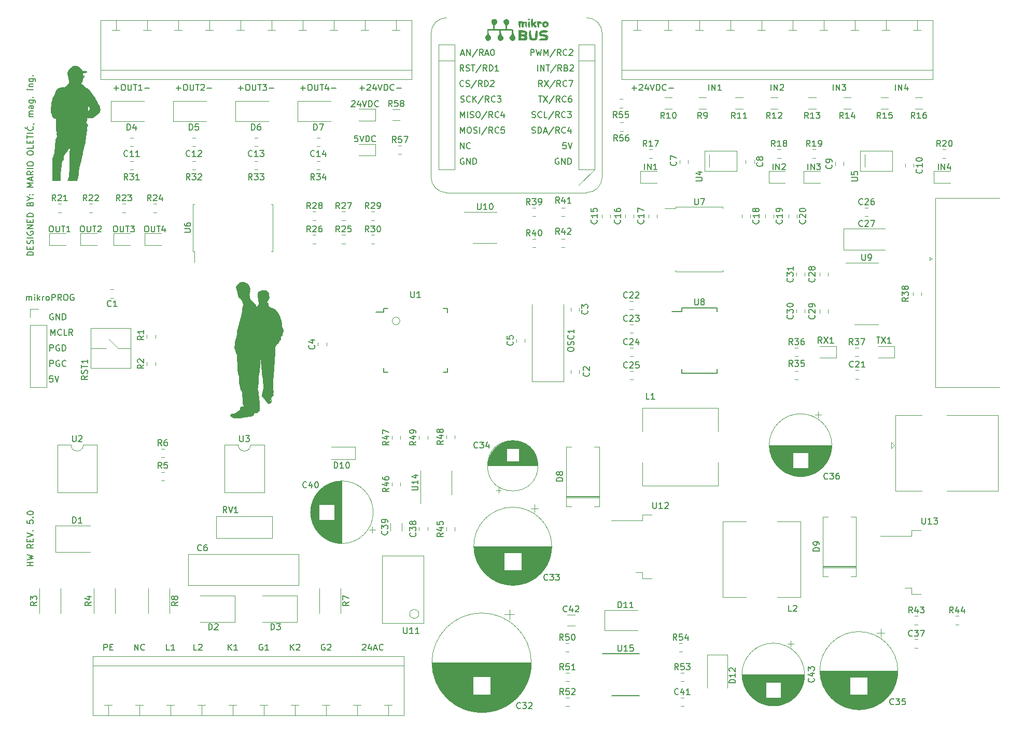
<source format=gbr>
G04 #@! TF.GenerationSoftware,KiCad,Pcbnew,(5.1.5)-3*
G04 #@! TF.CreationDate,2020-07-01T12:55:52+02:00*
G04 #@! TF.ProjectId,ControlUnit_v5.0,436f6e74-726f-46c5-956e-69745f76352e,5.0*
G04 #@! TF.SameCoordinates,Original*
G04 #@! TF.FileFunction,Legend,Top*
G04 #@! TF.FilePolarity,Positive*
%FSLAX46Y46*%
G04 Gerber Fmt 4.6, Leading zero omitted, Abs format (unit mm)*
G04 Created by KiCad (PCBNEW (5.1.5)-3) date 2020-07-01 12:55:52*
%MOMM*%
%LPD*%
G04 APERTURE LIST*
%ADD10C,0.150000*%
%ADD11C,0.120000*%
%ADD12C,0.010000*%
G04 APERTURE END LIST*
D10*
X98274285Y-143962380D02*
X98274285Y-142962380D01*
X98845714Y-143962380D01*
X98845714Y-142962380D01*
X99893333Y-143867142D02*
X99845714Y-143914761D01*
X99702857Y-143962380D01*
X99607619Y-143962380D01*
X99464761Y-143914761D01*
X99369523Y-143819523D01*
X99321904Y-143724285D01*
X99274285Y-143533809D01*
X99274285Y-143390952D01*
X99321904Y-143200476D01*
X99369523Y-143105238D01*
X99464761Y-143010000D01*
X99607619Y-142962380D01*
X99702857Y-142962380D01*
X99845714Y-143010000D01*
X99893333Y-143057619D01*
X135469523Y-143057619D02*
X135517142Y-143010000D01*
X135612380Y-142962380D01*
X135850476Y-142962380D01*
X135945714Y-143010000D01*
X135993333Y-143057619D01*
X136040952Y-143152857D01*
X136040952Y-143248095D01*
X135993333Y-143390952D01*
X135421904Y-143962380D01*
X136040952Y-143962380D01*
X136898095Y-143295714D02*
X136898095Y-143962380D01*
X136660000Y-142914761D02*
X136421904Y-143629047D01*
X137040952Y-143629047D01*
X137374285Y-143676666D02*
X137850476Y-143676666D01*
X137279047Y-143962380D02*
X137612380Y-142962380D01*
X137945714Y-143962380D01*
X138850476Y-143867142D02*
X138802857Y-143914761D01*
X138660000Y-143962380D01*
X138564761Y-143962380D01*
X138421904Y-143914761D01*
X138326666Y-143819523D01*
X138279047Y-143724285D01*
X138231428Y-143533809D01*
X138231428Y-143390952D01*
X138279047Y-143200476D01*
X138326666Y-143105238D01*
X138421904Y-143010000D01*
X138564761Y-142962380D01*
X138660000Y-142962380D01*
X138802857Y-143010000D01*
X138850476Y-143057619D01*
X129325714Y-143010000D02*
X129230476Y-142962380D01*
X129087619Y-142962380D01*
X128944761Y-143010000D01*
X128849523Y-143105238D01*
X128801904Y-143200476D01*
X128754285Y-143390952D01*
X128754285Y-143533809D01*
X128801904Y-143724285D01*
X128849523Y-143819523D01*
X128944761Y-143914761D01*
X129087619Y-143962380D01*
X129182857Y-143962380D01*
X129325714Y-143914761D01*
X129373333Y-143867142D01*
X129373333Y-143533809D01*
X129182857Y-143533809D01*
X129754285Y-143057619D02*
X129801904Y-143010000D01*
X129897142Y-142962380D01*
X130135238Y-142962380D01*
X130230476Y-143010000D01*
X130278095Y-143057619D01*
X130325714Y-143152857D01*
X130325714Y-143248095D01*
X130278095Y-143390952D01*
X129706666Y-143962380D01*
X130325714Y-143962380D01*
X119165714Y-143010000D02*
X119070476Y-142962380D01*
X118927619Y-142962380D01*
X118784761Y-143010000D01*
X118689523Y-143105238D01*
X118641904Y-143200476D01*
X118594285Y-143390952D01*
X118594285Y-143533809D01*
X118641904Y-143724285D01*
X118689523Y-143819523D01*
X118784761Y-143914761D01*
X118927619Y-143962380D01*
X119022857Y-143962380D01*
X119165714Y-143914761D01*
X119213333Y-143867142D01*
X119213333Y-143533809D01*
X119022857Y-143533809D01*
X120165714Y-143962380D02*
X119594285Y-143962380D01*
X119880000Y-143962380D02*
X119880000Y-142962380D01*
X119784761Y-143105238D01*
X119689523Y-143200476D01*
X119594285Y-143248095D01*
X123721904Y-143962380D02*
X123721904Y-142962380D01*
X124293333Y-143962380D02*
X123864761Y-143390952D01*
X124293333Y-142962380D02*
X123721904Y-143533809D01*
X124674285Y-143057619D02*
X124721904Y-143010000D01*
X124817142Y-142962380D01*
X125055238Y-142962380D01*
X125150476Y-143010000D01*
X125198095Y-143057619D01*
X125245714Y-143152857D01*
X125245714Y-143248095D01*
X125198095Y-143390952D01*
X124626666Y-143962380D01*
X125245714Y-143962380D01*
X113561904Y-143962380D02*
X113561904Y-142962380D01*
X114133333Y-143962380D02*
X113704761Y-143390952D01*
X114133333Y-142962380D02*
X113561904Y-143533809D01*
X115085714Y-143962380D02*
X114514285Y-143962380D01*
X114800000Y-143962380D02*
X114800000Y-142962380D01*
X114704761Y-143105238D01*
X114609523Y-143200476D01*
X114514285Y-143248095D01*
X108418333Y-143962380D02*
X107942142Y-143962380D01*
X107942142Y-142962380D01*
X108704047Y-143057619D02*
X108751666Y-143010000D01*
X108846904Y-142962380D01*
X109085000Y-142962380D01*
X109180238Y-143010000D01*
X109227857Y-143057619D01*
X109275476Y-143152857D01*
X109275476Y-143248095D01*
X109227857Y-143390952D01*
X108656428Y-143962380D01*
X109275476Y-143962380D01*
X103973333Y-143962380D02*
X103497142Y-143962380D01*
X103497142Y-142962380D01*
X104830476Y-143962380D02*
X104259047Y-143962380D01*
X104544761Y-143962380D02*
X104544761Y-142962380D01*
X104449523Y-143105238D01*
X104354285Y-143200476D01*
X104259047Y-143248095D01*
X93265714Y-143962380D02*
X93265714Y-142962380D01*
X93646666Y-142962380D01*
X93741904Y-143010000D01*
X93789523Y-143057619D01*
X93837142Y-143152857D01*
X93837142Y-143295714D01*
X93789523Y-143390952D01*
X93741904Y-143438571D01*
X93646666Y-143486190D01*
X93265714Y-143486190D01*
X94265714Y-143438571D02*
X94599047Y-143438571D01*
X94741904Y-143962380D02*
X94265714Y-143962380D01*
X94265714Y-142962380D01*
X94741904Y-142962380D01*
X80597857Y-86812380D02*
X80597857Y-86145714D01*
X80597857Y-86240952D02*
X80645476Y-86193333D01*
X80740714Y-86145714D01*
X80883571Y-86145714D01*
X80978809Y-86193333D01*
X81026428Y-86288571D01*
X81026428Y-86812380D01*
X81026428Y-86288571D02*
X81074047Y-86193333D01*
X81169285Y-86145714D01*
X81312142Y-86145714D01*
X81407380Y-86193333D01*
X81455000Y-86288571D01*
X81455000Y-86812380D01*
X81931190Y-86812380D02*
X81931190Y-86145714D01*
X81931190Y-85812380D02*
X81883571Y-85860000D01*
X81931190Y-85907619D01*
X81978809Y-85860000D01*
X81931190Y-85812380D01*
X81931190Y-85907619D01*
X82407380Y-86812380D02*
X82407380Y-85812380D01*
X82502619Y-86431428D02*
X82788333Y-86812380D01*
X82788333Y-86145714D02*
X82407380Y-86526666D01*
X83216904Y-86812380D02*
X83216904Y-86145714D01*
X83216904Y-86336190D02*
X83264523Y-86240952D01*
X83312142Y-86193333D01*
X83407380Y-86145714D01*
X83502619Y-86145714D01*
X83978809Y-86812380D02*
X83883571Y-86764761D01*
X83835952Y-86717142D01*
X83788333Y-86621904D01*
X83788333Y-86336190D01*
X83835952Y-86240952D01*
X83883571Y-86193333D01*
X83978809Y-86145714D01*
X84121666Y-86145714D01*
X84216904Y-86193333D01*
X84264523Y-86240952D01*
X84312142Y-86336190D01*
X84312142Y-86621904D01*
X84264523Y-86717142D01*
X84216904Y-86764761D01*
X84121666Y-86812380D01*
X83978809Y-86812380D01*
X84740714Y-86812380D02*
X84740714Y-85812380D01*
X85121666Y-85812380D01*
X85216904Y-85860000D01*
X85264523Y-85907619D01*
X85312142Y-86002857D01*
X85312142Y-86145714D01*
X85264523Y-86240952D01*
X85216904Y-86288571D01*
X85121666Y-86336190D01*
X84740714Y-86336190D01*
X86312142Y-86812380D02*
X85978809Y-86336190D01*
X85740714Y-86812380D02*
X85740714Y-85812380D01*
X86121666Y-85812380D01*
X86216904Y-85860000D01*
X86264523Y-85907619D01*
X86312142Y-86002857D01*
X86312142Y-86145714D01*
X86264523Y-86240952D01*
X86216904Y-86288571D01*
X86121666Y-86336190D01*
X85740714Y-86336190D01*
X86931190Y-85812380D02*
X87121666Y-85812380D01*
X87216904Y-85860000D01*
X87312142Y-85955238D01*
X87359761Y-86145714D01*
X87359761Y-86479047D01*
X87312142Y-86669523D01*
X87216904Y-86764761D01*
X87121666Y-86812380D01*
X86931190Y-86812380D01*
X86835952Y-86764761D01*
X86740714Y-86669523D01*
X86693095Y-86479047D01*
X86693095Y-86145714D01*
X86740714Y-85955238D01*
X86835952Y-85860000D01*
X86931190Y-85812380D01*
X88312142Y-85860000D02*
X88216904Y-85812380D01*
X88074047Y-85812380D01*
X87931190Y-85860000D01*
X87835952Y-85955238D01*
X87788333Y-86050476D01*
X87740714Y-86240952D01*
X87740714Y-86383809D01*
X87788333Y-86574285D01*
X87835952Y-86669523D01*
X87931190Y-86764761D01*
X88074047Y-86812380D01*
X88169285Y-86812380D01*
X88312142Y-86764761D01*
X88359761Y-86717142D01*
X88359761Y-86383809D01*
X88169285Y-86383809D01*
X81732380Y-130158571D02*
X80732380Y-130158571D01*
X81208571Y-130158571D02*
X81208571Y-129587142D01*
X81732380Y-129587142D02*
X80732380Y-129587142D01*
X80732380Y-129206190D02*
X81732380Y-128968095D01*
X81018095Y-128777619D01*
X81732380Y-128587142D01*
X80732380Y-128349047D01*
X81732380Y-126634761D02*
X81256190Y-126968095D01*
X81732380Y-127206190D02*
X80732380Y-127206190D01*
X80732380Y-126825238D01*
X80780000Y-126730000D01*
X80827619Y-126682380D01*
X80922857Y-126634761D01*
X81065714Y-126634761D01*
X81160952Y-126682380D01*
X81208571Y-126730000D01*
X81256190Y-126825238D01*
X81256190Y-127206190D01*
X81208571Y-126206190D02*
X81208571Y-125872857D01*
X81732380Y-125730000D02*
X81732380Y-126206190D01*
X80732380Y-126206190D01*
X80732380Y-125730000D01*
X80732380Y-125444285D02*
X81732380Y-125110952D01*
X80732380Y-124777619D01*
X81637142Y-124444285D02*
X81684761Y-124396666D01*
X81732380Y-124444285D01*
X81684761Y-124491904D01*
X81637142Y-124444285D01*
X81732380Y-124444285D01*
X80732380Y-122730000D02*
X80732380Y-123206190D01*
X81208571Y-123253809D01*
X81160952Y-123206190D01*
X81113333Y-123110952D01*
X81113333Y-122872857D01*
X81160952Y-122777619D01*
X81208571Y-122730000D01*
X81303809Y-122682380D01*
X81541904Y-122682380D01*
X81637142Y-122730000D01*
X81684761Y-122777619D01*
X81732380Y-122872857D01*
X81732380Y-123110952D01*
X81684761Y-123206190D01*
X81637142Y-123253809D01*
X81637142Y-122253809D02*
X81684761Y-122206190D01*
X81732380Y-122253809D01*
X81684761Y-122301428D01*
X81637142Y-122253809D01*
X81732380Y-122253809D01*
X80732380Y-121587142D02*
X80732380Y-121491904D01*
X80780000Y-121396666D01*
X80827619Y-121349047D01*
X80922857Y-121301428D01*
X81113333Y-121253809D01*
X81351428Y-121253809D01*
X81541904Y-121301428D01*
X81637142Y-121349047D01*
X81684761Y-121396666D01*
X81732380Y-121491904D01*
X81732380Y-121587142D01*
X81684761Y-121682380D01*
X81637142Y-121730000D01*
X81541904Y-121777619D01*
X81351428Y-121825238D01*
X81113333Y-121825238D01*
X80922857Y-121777619D01*
X80827619Y-121730000D01*
X80780000Y-121682380D01*
X80732380Y-121587142D01*
X84963095Y-89035000D02*
X84867857Y-88987380D01*
X84725000Y-88987380D01*
X84582142Y-89035000D01*
X84486904Y-89130238D01*
X84439285Y-89225476D01*
X84391666Y-89415952D01*
X84391666Y-89558809D01*
X84439285Y-89749285D01*
X84486904Y-89844523D01*
X84582142Y-89939761D01*
X84725000Y-89987380D01*
X84820238Y-89987380D01*
X84963095Y-89939761D01*
X85010714Y-89892142D01*
X85010714Y-89558809D01*
X84820238Y-89558809D01*
X85439285Y-89987380D02*
X85439285Y-88987380D01*
X86010714Y-89987380D01*
X86010714Y-88987380D01*
X86486904Y-89987380D02*
X86486904Y-88987380D01*
X86725000Y-88987380D01*
X86867857Y-89035000D01*
X86963095Y-89130238D01*
X87010714Y-89225476D01*
X87058333Y-89415952D01*
X87058333Y-89558809D01*
X87010714Y-89749285D01*
X86963095Y-89844523D01*
X86867857Y-89939761D01*
X86725000Y-89987380D01*
X86486904Y-89987380D01*
X84621904Y-92527380D02*
X84621904Y-91527380D01*
X84955238Y-92241666D01*
X85288571Y-91527380D01*
X85288571Y-92527380D01*
X86336190Y-92432142D02*
X86288571Y-92479761D01*
X86145714Y-92527380D01*
X86050476Y-92527380D01*
X85907619Y-92479761D01*
X85812380Y-92384523D01*
X85764761Y-92289285D01*
X85717142Y-92098809D01*
X85717142Y-91955952D01*
X85764761Y-91765476D01*
X85812380Y-91670238D01*
X85907619Y-91575000D01*
X86050476Y-91527380D01*
X86145714Y-91527380D01*
X86288571Y-91575000D01*
X86336190Y-91622619D01*
X87240952Y-92527380D02*
X86764761Y-92527380D01*
X86764761Y-91527380D01*
X88145714Y-92527380D02*
X87812380Y-92051190D01*
X87574285Y-92527380D02*
X87574285Y-91527380D01*
X87955238Y-91527380D01*
X88050476Y-91575000D01*
X88098095Y-91622619D01*
X88145714Y-91717857D01*
X88145714Y-91860714D01*
X88098095Y-91955952D01*
X88050476Y-92003571D01*
X87955238Y-92051190D01*
X87574285Y-92051190D01*
X84463095Y-95067380D02*
X84463095Y-94067380D01*
X84844047Y-94067380D01*
X84939285Y-94115000D01*
X84986904Y-94162619D01*
X85034523Y-94257857D01*
X85034523Y-94400714D01*
X84986904Y-94495952D01*
X84939285Y-94543571D01*
X84844047Y-94591190D01*
X84463095Y-94591190D01*
X85986904Y-94115000D02*
X85891666Y-94067380D01*
X85748809Y-94067380D01*
X85605952Y-94115000D01*
X85510714Y-94210238D01*
X85463095Y-94305476D01*
X85415476Y-94495952D01*
X85415476Y-94638809D01*
X85463095Y-94829285D01*
X85510714Y-94924523D01*
X85605952Y-95019761D01*
X85748809Y-95067380D01*
X85844047Y-95067380D01*
X85986904Y-95019761D01*
X86034523Y-94972142D01*
X86034523Y-94638809D01*
X85844047Y-94638809D01*
X86463095Y-95067380D02*
X86463095Y-94067380D01*
X86701190Y-94067380D01*
X86844047Y-94115000D01*
X86939285Y-94210238D01*
X86986904Y-94305476D01*
X87034523Y-94495952D01*
X87034523Y-94638809D01*
X86986904Y-94829285D01*
X86939285Y-94924523D01*
X86844047Y-95019761D01*
X86701190Y-95067380D01*
X86463095Y-95067380D01*
X84463095Y-97607380D02*
X84463095Y-96607380D01*
X84844047Y-96607380D01*
X84939285Y-96655000D01*
X84986904Y-96702619D01*
X85034523Y-96797857D01*
X85034523Y-96940714D01*
X84986904Y-97035952D01*
X84939285Y-97083571D01*
X84844047Y-97131190D01*
X84463095Y-97131190D01*
X85986904Y-96655000D02*
X85891666Y-96607380D01*
X85748809Y-96607380D01*
X85605952Y-96655000D01*
X85510714Y-96750238D01*
X85463095Y-96845476D01*
X85415476Y-97035952D01*
X85415476Y-97178809D01*
X85463095Y-97369285D01*
X85510714Y-97464523D01*
X85605952Y-97559761D01*
X85748809Y-97607380D01*
X85844047Y-97607380D01*
X85986904Y-97559761D01*
X86034523Y-97512142D01*
X86034523Y-97178809D01*
X85844047Y-97178809D01*
X87034523Y-97512142D02*
X86986904Y-97559761D01*
X86844047Y-97607380D01*
X86748809Y-97607380D01*
X86605952Y-97559761D01*
X86510714Y-97464523D01*
X86463095Y-97369285D01*
X86415476Y-97178809D01*
X86415476Y-97035952D01*
X86463095Y-96845476D01*
X86510714Y-96750238D01*
X86605952Y-96655000D01*
X86748809Y-96607380D01*
X86844047Y-96607380D01*
X86986904Y-96655000D01*
X87034523Y-96702619D01*
X84899523Y-99147380D02*
X84423333Y-99147380D01*
X84375714Y-99623571D01*
X84423333Y-99575952D01*
X84518571Y-99528333D01*
X84756666Y-99528333D01*
X84851904Y-99575952D01*
X84899523Y-99623571D01*
X84947142Y-99718809D01*
X84947142Y-99956904D01*
X84899523Y-100052142D01*
X84851904Y-100099761D01*
X84756666Y-100147380D01*
X84518571Y-100147380D01*
X84423333Y-100099761D01*
X84375714Y-100052142D01*
X85232857Y-99147380D02*
X85566190Y-100147380D01*
X85899523Y-99147380D01*
X81732380Y-79436666D02*
X80732380Y-79436666D01*
X80732380Y-79198571D01*
X80780000Y-79055714D01*
X80875238Y-78960476D01*
X80970476Y-78912857D01*
X81160952Y-78865238D01*
X81303809Y-78865238D01*
X81494285Y-78912857D01*
X81589523Y-78960476D01*
X81684761Y-79055714D01*
X81732380Y-79198571D01*
X81732380Y-79436666D01*
X81208571Y-78436666D02*
X81208571Y-78103333D01*
X81732380Y-77960476D02*
X81732380Y-78436666D01*
X80732380Y-78436666D01*
X80732380Y-77960476D01*
X81684761Y-77579523D02*
X81732380Y-77436666D01*
X81732380Y-77198571D01*
X81684761Y-77103333D01*
X81637142Y-77055714D01*
X81541904Y-77008095D01*
X81446666Y-77008095D01*
X81351428Y-77055714D01*
X81303809Y-77103333D01*
X81256190Y-77198571D01*
X81208571Y-77389047D01*
X81160952Y-77484285D01*
X81113333Y-77531904D01*
X81018095Y-77579523D01*
X80922857Y-77579523D01*
X80827619Y-77531904D01*
X80780000Y-77484285D01*
X80732380Y-77389047D01*
X80732380Y-77150952D01*
X80780000Y-77008095D01*
X81732380Y-76579523D02*
X80732380Y-76579523D01*
X80780000Y-75579523D02*
X80732380Y-75674761D01*
X80732380Y-75817619D01*
X80780000Y-75960476D01*
X80875238Y-76055714D01*
X80970476Y-76103333D01*
X81160952Y-76150952D01*
X81303809Y-76150952D01*
X81494285Y-76103333D01*
X81589523Y-76055714D01*
X81684761Y-75960476D01*
X81732380Y-75817619D01*
X81732380Y-75722380D01*
X81684761Y-75579523D01*
X81637142Y-75531904D01*
X81303809Y-75531904D01*
X81303809Y-75722380D01*
X81732380Y-75103333D02*
X80732380Y-75103333D01*
X81732380Y-74531904D01*
X80732380Y-74531904D01*
X81208571Y-74055714D02*
X81208571Y-73722380D01*
X81732380Y-73579523D02*
X81732380Y-74055714D01*
X80732380Y-74055714D01*
X80732380Y-73579523D01*
X81732380Y-73150952D02*
X80732380Y-73150952D01*
X80732380Y-72912857D01*
X80780000Y-72770000D01*
X80875238Y-72674761D01*
X80970476Y-72627142D01*
X81160952Y-72579523D01*
X81303809Y-72579523D01*
X81494285Y-72627142D01*
X81589523Y-72674761D01*
X81684761Y-72770000D01*
X81732380Y-72912857D01*
X81732380Y-73150952D01*
X81208571Y-71055714D02*
X81256190Y-70912857D01*
X81303809Y-70865238D01*
X81399047Y-70817619D01*
X81541904Y-70817619D01*
X81637142Y-70865238D01*
X81684761Y-70912857D01*
X81732380Y-71008095D01*
X81732380Y-71389047D01*
X80732380Y-71389047D01*
X80732380Y-71055714D01*
X80780000Y-70960476D01*
X80827619Y-70912857D01*
X80922857Y-70865238D01*
X81018095Y-70865238D01*
X81113333Y-70912857D01*
X81160952Y-70960476D01*
X81208571Y-71055714D01*
X81208571Y-71389047D01*
X81256190Y-70198571D02*
X81732380Y-70198571D01*
X80732380Y-70531904D02*
X81256190Y-70198571D01*
X80732380Y-69865238D01*
X81637142Y-69531904D02*
X81684761Y-69484285D01*
X81732380Y-69531904D01*
X81684761Y-69579523D01*
X81637142Y-69531904D01*
X81732380Y-69531904D01*
X81113333Y-69531904D02*
X81160952Y-69484285D01*
X81208571Y-69531904D01*
X81160952Y-69579523D01*
X81113333Y-69531904D01*
X81208571Y-69531904D01*
X81732380Y-68293809D02*
X80732380Y-68293809D01*
X81446666Y-67960476D01*
X80732380Y-67627142D01*
X81732380Y-67627142D01*
X81446666Y-67198571D02*
X81446666Y-66722380D01*
X81732380Y-67293809D02*
X80732380Y-66960476D01*
X81732380Y-66627142D01*
X81732380Y-65722380D02*
X81256190Y-66055714D01*
X81732380Y-66293809D02*
X80732380Y-66293809D01*
X80732380Y-65912857D01*
X80780000Y-65817619D01*
X80827619Y-65770000D01*
X80922857Y-65722380D01*
X81065714Y-65722380D01*
X81160952Y-65770000D01*
X81208571Y-65817619D01*
X81256190Y-65912857D01*
X81256190Y-66293809D01*
X81732380Y-65293809D02*
X80732380Y-65293809D01*
X80732380Y-64627142D02*
X80732380Y-64436666D01*
X80780000Y-64341428D01*
X80875238Y-64246190D01*
X81065714Y-64198571D01*
X81399047Y-64198571D01*
X81589523Y-64246190D01*
X81684761Y-64341428D01*
X81732380Y-64436666D01*
X81732380Y-64627142D01*
X81684761Y-64722380D01*
X81589523Y-64817619D01*
X81399047Y-64865238D01*
X81065714Y-64865238D01*
X80875238Y-64817619D01*
X80780000Y-64722380D01*
X80732380Y-64627142D01*
X80732380Y-62817619D02*
X80732380Y-62627142D01*
X80780000Y-62531904D01*
X80875238Y-62436666D01*
X81065714Y-62389047D01*
X81399047Y-62389047D01*
X81589523Y-62436666D01*
X81684761Y-62531904D01*
X81732380Y-62627142D01*
X81732380Y-62817619D01*
X81684761Y-62912857D01*
X81589523Y-63008095D01*
X81399047Y-63055714D01*
X81065714Y-63055714D01*
X80875238Y-63008095D01*
X80780000Y-62912857D01*
X80732380Y-62817619D01*
X81732380Y-61484285D02*
X81732380Y-61960476D01*
X80732380Y-61960476D01*
X81208571Y-61150952D02*
X81208571Y-60817619D01*
X81732380Y-60674761D02*
X81732380Y-61150952D01*
X80732380Y-61150952D01*
X80732380Y-60674761D01*
X80732380Y-60389047D02*
X80732380Y-59817619D01*
X81732380Y-60103333D02*
X80732380Y-60103333D01*
X81732380Y-59484285D02*
X80732380Y-59484285D01*
X81637142Y-58436666D02*
X81684761Y-58484285D01*
X81732380Y-58627142D01*
X81732380Y-58722380D01*
X81684761Y-58865238D01*
X81589523Y-58960476D01*
X81494285Y-59008095D01*
X81303809Y-59055714D01*
X81160952Y-59055714D01*
X80970476Y-59008095D01*
X80875238Y-58960476D01*
X80780000Y-58865238D01*
X80732380Y-58722380D01*
X80732380Y-58627142D01*
X80780000Y-58484285D01*
X80827619Y-58436666D01*
X80351428Y-58579523D02*
X80494285Y-58722380D01*
X81684761Y-57960476D02*
X81732380Y-57960476D01*
X81827619Y-58008095D01*
X81875238Y-58055714D01*
X81732380Y-56770000D02*
X81065714Y-56770000D01*
X81160952Y-56770000D02*
X81113333Y-56722380D01*
X81065714Y-56627142D01*
X81065714Y-56484285D01*
X81113333Y-56389047D01*
X81208571Y-56341428D01*
X81732380Y-56341428D01*
X81208571Y-56341428D02*
X81113333Y-56293809D01*
X81065714Y-56198571D01*
X81065714Y-56055714D01*
X81113333Y-55960476D01*
X81208571Y-55912857D01*
X81732380Y-55912857D01*
X81732380Y-55008095D02*
X81208571Y-55008095D01*
X81113333Y-55055714D01*
X81065714Y-55150952D01*
X81065714Y-55341428D01*
X81113333Y-55436666D01*
X81684761Y-55008095D02*
X81732380Y-55103333D01*
X81732380Y-55341428D01*
X81684761Y-55436666D01*
X81589523Y-55484285D01*
X81494285Y-55484285D01*
X81399047Y-55436666D01*
X81351428Y-55341428D01*
X81351428Y-55103333D01*
X81303809Y-55008095D01*
X81065714Y-54103333D02*
X81875238Y-54103333D01*
X81970476Y-54150952D01*
X82018095Y-54198571D01*
X82065714Y-54293809D01*
X82065714Y-54436666D01*
X82018095Y-54531904D01*
X81684761Y-54103333D02*
X81732380Y-54198571D01*
X81732380Y-54389047D01*
X81684761Y-54484285D01*
X81637142Y-54531904D01*
X81541904Y-54579523D01*
X81256190Y-54579523D01*
X81160952Y-54531904D01*
X81113333Y-54484285D01*
X81065714Y-54389047D01*
X81065714Y-54198571D01*
X81113333Y-54103333D01*
X81637142Y-53627142D02*
X81684761Y-53579523D01*
X81732380Y-53627142D01*
X81684761Y-53674761D01*
X81637142Y-53627142D01*
X81732380Y-53627142D01*
X81732380Y-52389047D02*
X81065714Y-52389047D01*
X80732380Y-52389047D02*
X80780000Y-52436666D01*
X80827619Y-52389047D01*
X80780000Y-52341428D01*
X80732380Y-52389047D01*
X80827619Y-52389047D01*
X81065714Y-51912857D02*
X81732380Y-51912857D01*
X81160952Y-51912857D02*
X81113333Y-51865238D01*
X81065714Y-51770000D01*
X81065714Y-51627142D01*
X81113333Y-51531904D01*
X81208571Y-51484285D01*
X81732380Y-51484285D01*
X81065714Y-50579523D02*
X81875238Y-50579523D01*
X81970476Y-50627142D01*
X82018095Y-50674761D01*
X82065714Y-50770000D01*
X82065714Y-50912857D01*
X82018095Y-51008095D01*
X81684761Y-50579523D02*
X81732380Y-50674761D01*
X81732380Y-50865238D01*
X81684761Y-50960476D01*
X81637142Y-51008095D01*
X81541904Y-51055714D01*
X81256190Y-51055714D01*
X81160952Y-51008095D01*
X81113333Y-50960476D01*
X81065714Y-50865238D01*
X81065714Y-50674761D01*
X81113333Y-50579523D01*
X81637142Y-50103333D02*
X81684761Y-50055714D01*
X81732380Y-50103333D01*
X81684761Y-50150952D01*
X81637142Y-50103333D01*
X81732380Y-50103333D01*
X162965238Y-46807380D02*
X162965238Y-45807380D01*
X163346190Y-45807380D01*
X163441428Y-45855000D01*
X163489047Y-45902619D01*
X163536666Y-45997857D01*
X163536666Y-46140714D01*
X163489047Y-46235952D01*
X163441428Y-46283571D01*
X163346190Y-46331190D01*
X162965238Y-46331190D01*
X163870000Y-45807380D02*
X164108095Y-46807380D01*
X164298571Y-46093095D01*
X164489047Y-46807380D01*
X164727142Y-45807380D01*
X165108095Y-46807380D02*
X165108095Y-45807380D01*
X165441428Y-46521666D01*
X165774761Y-45807380D01*
X165774761Y-46807380D01*
X166965238Y-45759761D02*
X166108095Y-47045476D01*
X167870000Y-46807380D02*
X167536666Y-46331190D01*
X167298571Y-46807380D02*
X167298571Y-45807380D01*
X167679523Y-45807380D01*
X167774761Y-45855000D01*
X167822380Y-45902619D01*
X167870000Y-45997857D01*
X167870000Y-46140714D01*
X167822380Y-46235952D01*
X167774761Y-46283571D01*
X167679523Y-46331190D01*
X167298571Y-46331190D01*
X168870000Y-46712142D02*
X168822380Y-46759761D01*
X168679523Y-46807380D01*
X168584285Y-46807380D01*
X168441428Y-46759761D01*
X168346190Y-46664523D01*
X168298571Y-46569285D01*
X168250952Y-46378809D01*
X168250952Y-46235952D01*
X168298571Y-46045476D01*
X168346190Y-45950238D01*
X168441428Y-45855000D01*
X168584285Y-45807380D01*
X168679523Y-45807380D01*
X168822380Y-45855000D01*
X168870000Y-45902619D01*
X169250952Y-45902619D02*
X169298571Y-45855000D01*
X169393809Y-45807380D01*
X169631904Y-45807380D01*
X169727142Y-45855000D01*
X169774761Y-45902619D01*
X169822380Y-45997857D01*
X169822380Y-46093095D01*
X169774761Y-46235952D01*
X169203333Y-46807380D01*
X169822380Y-46807380D01*
X164100238Y-49347380D02*
X164100238Y-48347380D01*
X164576428Y-49347380D02*
X164576428Y-48347380D01*
X165147857Y-49347380D01*
X165147857Y-48347380D01*
X165481190Y-48347380D02*
X166052619Y-48347380D01*
X165766904Y-49347380D02*
X165766904Y-48347380D01*
X167100238Y-48299761D02*
X166243095Y-49585476D01*
X168005000Y-49347380D02*
X167671666Y-48871190D01*
X167433571Y-49347380D02*
X167433571Y-48347380D01*
X167814523Y-48347380D01*
X167909761Y-48395000D01*
X167957380Y-48442619D01*
X168005000Y-48537857D01*
X168005000Y-48680714D01*
X167957380Y-48775952D01*
X167909761Y-48823571D01*
X167814523Y-48871190D01*
X167433571Y-48871190D01*
X168766904Y-48823571D02*
X168909761Y-48871190D01*
X168957380Y-48918809D01*
X169005000Y-49014047D01*
X169005000Y-49156904D01*
X168957380Y-49252142D01*
X168909761Y-49299761D01*
X168814523Y-49347380D01*
X168433571Y-49347380D01*
X168433571Y-48347380D01*
X168766904Y-48347380D01*
X168862142Y-48395000D01*
X168909761Y-48442619D01*
X168957380Y-48537857D01*
X168957380Y-48633095D01*
X168909761Y-48728333D01*
X168862142Y-48775952D01*
X168766904Y-48823571D01*
X168433571Y-48823571D01*
X169385952Y-48442619D02*
X169433571Y-48395000D01*
X169528809Y-48347380D01*
X169766904Y-48347380D01*
X169862142Y-48395000D01*
X169909761Y-48442619D01*
X169957380Y-48537857D01*
X169957380Y-48633095D01*
X169909761Y-48775952D01*
X169338333Y-49347380D01*
X169957380Y-49347380D01*
X164838333Y-51887380D02*
X164505000Y-51411190D01*
X164266904Y-51887380D02*
X164266904Y-50887380D01*
X164647857Y-50887380D01*
X164743095Y-50935000D01*
X164790714Y-50982619D01*
X164838333Y-51077857D01*
X164838333Y-51220714D01*
X164790714Y-51315952D01*
X164743095Y-51363571D01*
X164647857Y-51411190D01*
X164266904Y-51411190D01*
X165171666Y-50887380D02*
X165838333Y-51887380D01*
X165838333Y-50887380D02*
X165171666Y-51887380D01*
X166933571Y-50839761D02*
X166076428Y-52125476D01*
X167838333Y-51887380D02*
X167505000Y-51411190D01*
X167266904Y-51887380D02*
X167266904Y-50887380D01*
X167647857Y-50887380D01*
X167743095Y-50935000D01*
X167790714Y-50982619D01*
X167838333Y-51077857D01*
X167838333Y-51220714D01*
X167790714Y-51315952D01*
X167743095Y-51363571D01*
X167647857Y-51411190D01*
X167266904Y-51411190D01*
X168838333Y-51792142D02*
X168790714Y-51839761D01*
X168647857Y-51887380D01*
X168552619Y-51887380D01*
X168409761Y-51839761D01*
X168314523Y-51744523D01*
X168266904Y-51649285D01*
X168219285Y-51458809D01*
X168219285Y-51315952D01*
X168266904Y-51125476D01*
X168314523Y-51030238D01*
X168409761Y-50935000D01*
X168552619Y-50887380D01*
X168647857Y-50887380D01*
X168790714Y-50935000D01*
X168838333Y-50982619D01*
X169171666Y-50887380D02*
X169838333Y-50887380D01*
X169409761Y-51887380D01*
X164243095Y-53427380D02*
X164814523Y-53427380D01*
X164528809Y-54427380D02*
X164528809Y-53427380D01*
X165052619Y-53427380D02*
X165719285Y-54427380D01*
X165719285Y-53427380D02*
X165052619Y-54427380D01*
X166814523Y-53379761D02*
X165957380Y-54665476D01*
X167719285Y-54427380D02*
X167385952Y-53951190D01*
X167147857Y-54427380D02*
X167147857Y-53427380D01*
X167528809Y-53427380D01*
X167624047Y-53475000D01*
X167671666Y-53522619D01*
X167719285Y-53617857D01*
X167719285Y-53760714D01*
X167671666Y-53855952D01*
X167624047Y-53903571D01*
X167528809Y-53951190D01*
X167147857Y-53951190D01*
X168719285Y-54332142D02*
X168671666Y-54379761D01*
X168528809Y-54427380D01*
X168433571Y-54427380D01*
X168290714Y-54379761D01*
X168195476Y-54284523D01*
X168147857Y-54189285D01*
X168100238Y-53998809D01*
X168100238Y-53855952D01*
X168147857Y-53665476D01*
X168195476Y-53570238D01*
X168290714Y-53475000D01*
X168433571Y-53427380D01*
X168528809Y-53427380D01*
X168671666Y-53475000D01*
X168719285Y-53522619D01*
X169576428Y-53427380D02*
X169385952Y-53427380D01*
X169290714Y-53475000D01*
X169243095Y-53522619D01*
X169147857Y-53665476D01*
X169100238Y-53855952D01*
X169100238Y-54236904D01*
X169147857Y-54332142D01*
X169195476Y-54379761D01*
X169290714Y-54427380D01*
X169481190Y-54427380D01*
X169576428Y-54379761D01*
X169624047Y-54332142D01*
X169671666Y-54236904D01*
X169671666Y-53998809D01*
X169624047Y-53903571D01*
X169576428Y-53855952D01*
X169481190Y-53808333D01*
X169290714Y-53808333D01*
X169195476Y-53855952D01*
X169147857Y-53903571D01*
X169100238Y-53998809D01*
X163179523Y-56919761D02*
X163322380Y-56967380D01*
X163560476Y-56967380D01*
X163655714Y-56919761D01*
X163703333Y-56872142D01*
X163750952Y-56776904D01*
X163750952Y-56681666D01*
X163703333Y-56586428D01*
X163655714Y-56538809D01*
X163560476Y-56491190D01*
X163370000Y-56443571D01*
X163274761Y-56395952D01*
X163227142Y-56348333D01*
X163179523Y-56253095D01*
X163179523Y-56157857D01*
X163227142Y-56062619D01*
X163274761Y-56015000D01*
X163370000Y-55967380D01*
X163608095Y-55967380D01*
X163750952Y-56015000D01*
X164750952Y-56872142D02*
X164703333Y-56919761D01*
X164560476Y-56967380D01*
X164465238Y-56967380D01*
X164322380Y-56919761D01*
X164227142Y-56824523D01*
X164179523Y-56729285D01*
X164131904Y-56538809D01*
X164131904Y-56395952D01*
X164179523Y-56205476D01*
X164227142Y-56110238D01*
X164322380Y-56015000D01*
X164465238Y-55967380D01*
X164560476Y-55967380D01*
X164703333Y-56015000D01*
X164750952Y-56062619D01*
X165655714Y-56967380D02*
X165179523Y-56967380D01*
X165179523Y-55967380D01*
X166703333Y-55919761D02*
X165846190Y-57205476D01*
X167608095Y-56967380D02*
X167274761Y-56491190D01*
X167036666Y-56967380D02*
X167036666Y-55967380D01*
X167417619Y-55967380D01*
X167512857Y-56015000D01*
X167560476Y-56062619D01*
X167608095Y-56157857D01*
X167608095Y-56300714D01*
X167560476Y-56395952D01*
X167512857Y-56443571D01*
X167417619Y-56491190D01*
X167036666Y-56491190D01*
X168608095Y-56872142D02*
X168560476Y-56919761D01*
X168417619Y-56967380D01*
X168322380Y-56967380D01*
X168179523Y-56919761D01*
X168084285Y-56824523D01*
X168036666Y-56729285D01*
X167989047Y-56538809D01*
X167989047Y-56395952D01*
X168036666Y-56205476D01*
X168084285Y-56110238D01*
X168179523Y-56015000D01*
X168322380Y-55967380D01*
X168417619Y-55967380D01*
X168560476Y-56015000D01*
X168608095Y-56062619D01*
X168941428Y-55967380D02*
X169560476Y-55967380D01*
X169227142Y-56348333D01*
X169370000Y-56348333D01*
X169465238Y-56395952D01*
X169512857Y-56443571D01*
X169560476Y-56538809D01*
X169560476Y-56776904D01*
X169512857Y-56872142D01*
X169465238Y-56919761D01*
X169370000Y-56967380D01*
X169084285Y-56967380D01*
X168989047Y-56919761D01*
X168941428Y-56872142D01*
X163155714Y-59459761D02*
X163298571Y-59507380D01*
X163536666Y-59507380D01*
X163631904Y-59459761D01*
X163679523Y-59412142D01*
X163727142Y-59316904D01*
X163727142Y-59221666D01*
X163679523Y-59126428D01*
X163631904Y-59078809D01*
X163536666Y-59031190D01*
X163346190Y-58983571D01*
X163250952Y-58935952D01*
X163203333Y-58888333D01*
X163155714Y-58793095D01*
X163155714Y-58697857D01*
X163203333Y-58602619D01*
X163250952Y-58555000D01*
X163346190Y-58507380D01*
X163584285Y-58507380D01*
X163727142Y-58555000D01*
X164155714Y-59507380D02*
X164155714Y-58507380D01*
X164393809Y-58507380D01*
X164536666Y-58555000D01*
X164631904Y-58650238D01*
X164679523Y-58745476D01*
X164727142Y-58935952D01*
X164727142Y-59078809D01*
X164679523Y-59269285D01*
X164631904Y-59364523D01*
X164536666Y-59459761D01*
X164393809Y-59507380D01*
X164155714Y-59507380D01*
X165108095Y-59221666D02*
X165584285Y-59221666D01*
X165012857Y-59507380D02*
X165346190Y-58507380D01*
X165679523Y-59507380D01*
X166727142Y-58459761D02*
X165870000Y-59745476D01*
X167631904Y-59507380D02*
X167298571Y-59031190D01*
X167060476Y-59507380D02*
X167060476Y-58507380D01*
X167441428Y-58507380D01*
X167536666Y-58555000D01*
X167584285Y-58602619D01*
X167631904Y-58697857D01*
X167631904Y-58840714D01*
X167584285Y-58935952D01*
X167536666Y-58983571D01*
X167441428Y-59031190D01*
X167060476Y-59031190D01*
X168631904Y-59412142D02*
X168584285Y-59459761D01*
X168441428Y-59507380D01*
X168346190Y-59507380D01*
X168203333Y-59459761D01*
X168108095Y-59364523D01*
X168060476Y-59269285D01*
X168012857Y-59078809D01*
X168012857Y-58935952D01*
X168060476Y-58745476D01*
X168108095Y-58650238D01*
X168203333Y-58555000D01*
X168346190Y-58507380D01*
X168441428Y-58507380D01*
X168584285Y-58555000D01*
X168631904Y-58602619D01*
X169489047Y-58840714D02*
X169489047Y-59507380D01*
X169250952Y-58459761D02*
X169012857Y-59174047D01*
X169631904Y-59174047D01*
X168719523Y-61047380D02*
X168243333Y-61047380D01*
X168195714Y-61523571D01*
X168243333Y-61475952D01*
X168338571Y-61428333D01*
X168576666Y-61428333D01*
X168671904Y-61475952D01*
X168719523Y-61523571D01*
X168767142Y-61618809D01*
X168767142Y-61856904D01*
X168719523Y-61952142D01*
X168671904Y-61999761D01*
X168576666Y-62047380D01*
X168338571Y-62047380D01*
X168243333Y-61999761D01*
X168195714Y-61952142D01*
X169052857Y-61047380D02*
X169386190Y-62047380D01*
X169719523Y-61047380D01*
X167513095Y-63635000D02*
X167417857Y-63587380D01*
X167275000Y-63587380D01*
X167132142Y-63635000D01*
X167036904Y-63730238D01*
X166989285Y-63825476D01*
X166941666Y-64015952D01*
X166941666Y-64158809D01*
X166989285Y-64349285D01*
X167036904Y-64444523D01*
X167132142Y-64539761D01*
X167275000Y-64587380D01*
X167370238Y-64587380D01*
X167513095Y-64539761D01*
X167560714Y-64492142D01*
X167560714Y-64158809D01*
X167370238Y-64158809D01*
X167989285Y-64587380D02*
X167989285Y-63587380D01*
X168560714Y-64587380D01*
X168560714Y-63587380D01*
X169036904Y-64587380D02*
X169036904Y-63587380D01*
X169275000Y-63587380D01*
X169417857Y-63635000D01*
X169513095Y-63730238D01*
X169560714Y-63825476D01*
X169608333Y-64015952D01*
X169608333Y-64158809D01*
X169560714Y-64349285D01*
X169513095Y-64444523D01*
X169417857Y-64539761D01*
X169275000Y-64587380D01*
X169036904Y-64587380D01*
X152019095Y-63635000D02*
X151923857Y-63587380D01*
X151781000Y-63587380D01*
X151638142Y-63635000D01*
X151542904Y-63730238D01*
X151495285Y-63825476D01*
X151447666Y-64015952D01*
X151447666Y-64158809D01*
X151495285Y-64349285D01*
X151542904Y-64444523D01*
X151638142Y-64539761D01*
X151781000Y-64587380D01*
X151876238Y-64587380D01*
X152019095Y-64539761D01*
X152066714Y-64492142D01*
X152066714Y-64158809D01*
X151876238Y-64158809D01*
X152495285Y-64587380D02*
X152495285Y-63587380D01*
X153066714Y-64587380D01*
X153066714Y-63587380D01*
X153542904Y-64587380D02*
X153542904Y-63587380D01*
X153781000Y-63587380D01*
X153923857Y-63635000D01*
X154019095Y-63730238D01*
X154066714Y-63825476D01*
X154114333Y-64015952D01*
X154114333Y-64158809D01*
X154066714Y-64349285D01*
X154019095Y-64444523D01*
X153923857Y-64539761D01*
X153781000Y-64587380D01*
X153542904Y-64587380D01*
X151487285Y-62047380D02*
X151487285Y-61047380D01*
X152058714Y-62047380D01*
X152058714Y-61047380D01*
X153106333Y-61952142D02*
X153058714Y-61999761D01*
X152915857Y-62047380D01*
X152820619Y-62047380D01*
X152677761Y-61999761D01*
X152582523Y-61904523D01*
X152534904Y-61809285D01*
X152487285Y-61618809D01*
X152487285Y-61475952D01*
X152534904Y-61285476D01*
X152582523Y-61190238D01*
X152677761Y-61095000D01*
X152820619Y-61047380D01*
X152915857Y-61047380D01*
X153058714Y-61095000D01*
X153106333Y-61142619D01*
X151495571Y-59507380D02*
X151495571Y-58507380D01*
X151828904Y-59221666D01*
X152162238Y-58507380D01*
X152162238Y-59507380D01*
X152828904Y-58507380D02*
X153019380Y-58507380D01*
X153114619Y-58555000D01*
X153209857Y-58650238D01*
X153257476Y-58840714D01*
X153257476Y-59174047D01*
X153209857Y-59364523D01*
X153114619Y-59459761D01*
X153019380Y-59507380D01*
X152828904Y-59507380D01*
X152733666Y-59459761D01*
X152638428Y-59364523D01*
X152590809Y-59174047D01*
X152590809Y-58840714D01*
X152638428Y-58650238D01*
X152733666Y-58555000D01*
X152828904Y-58507380D01*
X153638428Y-59459761D02*
X153781285Y-59507380D01*
X154019380Y-59507380D01*
X154114619Y-59459761D01*
X154162238Y-59412142D01*
X154209857Y-59316904D01*
X154209857Y-59221666D01*
X154162238Y-59126428D01*
X154114619Y-59078809D01*
X154019380Y-59031190D01*
X153828904Y-58983571D01*
X153733666Y-58935952D01*
X153686047Y-58888333D01*
X153638428Y-58793095D01*
X153638428Y-58697857D01*
X153686047Y-58602619D01*
X153733666Y-58555000D01*
X153828904Y-58507380D01*
X154067000Y-58507380D01*
X154209857Y-58555000D01*
X154638428Y-59507380D02*
X154638428Y-58507380D01*
X155828904Y-58459761D02*
X154971761Y-59745476D01*
X156733666Y-59507380D02*
X156400333Y-59031190D01*
X156162238Y-59507380D02*
X156162238Y-58507380D01*
X156543190Y-58507380D01*
X156638428Y-58555000D01*
X156686047Y-58602619D01*
X156733666Y-58697857D01*
X156733666Y-58840714D01*
X156686047Y-58935952D01*
X156638428Y-58983571D01*
X156543190Y-59031190D01*
X156162238Y-59031190D01*
X157733666Y-59412142D02*
X157686047Y-59459761D01*
X157543190Y-59507380D01*
X157447952Y-59507380D01*
X157305095Y-59459761D01*
X157209857Y-59364523D01*
X157162238Y-59269285D01*
X157114619Y-59078809D01*
X157114619Y-58935952D01*
X157162238Y-58745476D01*
X157209857Y-58650238D01*
X157305095Y-58555000D01*
X157447952Y-58507380D01*
X157543190Y-58507380D01*
X157686047Y-58555000D01*
X157733666Y-58602619D01*
X158638428Y-58507380D02*
X158162238Y-58507380D01*
X158114619Y-58983571D01*
X158162238Y-58935952D01*
X158257476Y-58888333D01*
X158495571Y-58888333D01*
X158590809Y-58935952D01*
X158638428Y-58983571D01*
X158686047Y-59078809D01*
X158686047Y-59316904D01*
X158638428Y-59412142D01*
X158590809Y-59459761D01*
X158495571Y-59507380D01*
X158257476Y-59507380D01*
X158162238Y-59459761D01*
X158114619Y-59412142D01*
X151495571Y-56967380D02*
X151495571Y-55967380D01*
X151828904Y-56681666D01*
X152162238Y-55967380D01*
X152162238Y-56967380D01*
X152638428Y-56967380D02*
X152638428Y-55967380D01*
X153067000Y-56919761D02*
X153209857Y-56967380D01*
X153447952Y-56967380D01*
X153543190Y-56919761D01*
X153590809Y-56872142D01*
X153638428Y-56776904D01*
X153638428Y-56681666D01*
X153590809Y-56586428D01*
X153543190Y-56538809D01*
X153447952Y-56491190D01*
X153257476Y-56443571D01*
X153162238Y-56395952D01*
X153114619Y-56348333D01*
X153067000Y-56253095D01*
X153067000Y-56157857D01*
X153114619Y-56062619D01*
X153162238Y-56015000D01*
X153257476Y-55967380D01*
X153495571Y-55967380D01*
X153638428Y-56015000D01*
X154257476Y-55967380D02*
X154447952Y-55967380D01*
X154543190Y-56015000D01*
X154638428Y-56110238D01*
X154686047Y-56300714D01*
X154686047Y-56634047D01*
X154638428Y-56824523D01*
X154543190Y-56919761D01*
X154447952Y-56967380D01*
X154257476Y-56967380D01*
X154162238Y-56919761D01*
X154067000Y-56824523D01*
X154019380Y-56634047D01*
X154019380Y-56300714D01*
X154067000Y-56110238D01*
X154162238Y-56015000D01*
X154257476Y-55967380D01*
X155828904Y-55919761D02*
X154971761Y-57205476D01*
X156733666Y-56967380D02*
X156400333Y-56491190D01*
X156162238Y-56967380D02*
X156162238Y-55967380D01*
X156543190Y-55967380D01*
X156638428Y-56015000D01*
X156686047Y-56062619D01*
X156733666Y-56157857D01*
X156733666Y-56300714D01*
X156686047Y-56395952D01*
X156638428Y-56443571D01*
X156543190Y-56491190D01*
X156162238Y-56491190D01*
X157733666Y-56872142D02*
X157686047Y-56919761D01*
X157543190Y-56967380D01*
X157447952Y-56967380D01*
X157305095Y-56919761D01*
X157209857Y-56824523D01*
X157162238Y-56729285D01*
X157114619Y-56538809D01*
X157114619Y-56395952D01*
X157162238Y-56205476D01*
X157209857Y-56110238D01*
X157305095Y-56015000D01*
X157447952Y-55967380D01*
X157543190Y-55967380D01*
X157686047Y-56015000D01*
X157733666Y-56062619D01*
X158590809Y-56300714D02*
X158590809Y-56967380D01*
X158352714Y-55919761D02*
X158114619Y-56634047D01*
X158733666Y-56634047D01*
X151527285Y-54379761D02*
X151670142Y-54427380D01*
X151908238Y-54427380D01*
X152003476Y-54379761D01*
X152051095Y-54332142D01*
X152098714Y-54236904D01*
X152098714Y-54141666D01*
X152051095Y-54046428D01*
X152003476Y-53998809D01*
X151908238Y-53951190D01*
X151717761Y-53903571D01*
X151622523Y-53855952D01*
X151574904Y-53808333D01*
X151527285Y-53713095D01*
X151527285Y-53617857D01*
X151574904Y-53522619D01*
X151622523Y-53475000D01*
X151717761Y-53427380D01*
X151955857Y-53427380D01*
X152098714Y-53475000D01*
X153098714Y-54332142D02*
X153051095Y-54379761D01*
X152908238Y-54427380D01*
X152813000Y-54427380D01*
X152670142Y-54379761D01*
X152574904Y-54284523D01*
X152527285Y-54189285D01*
X152479666Y-53998809D01*
X152479666Y-53855952D01*
X152527285Y-53665476D01*
X152574904Y-53570238D01*
X152670142Y-53475000D01*
X152813000Y-53427380D01*
X152908238Y-53427380D01*
X153051095Y-53475000D01*
X153098714Y-53522619D01*
X153527285Y-54427380D02*
X153527285Y-53427380D01*
X154098714Y-54427380D02*
X153670142Y-53855952D01*
X154098714Y-53427380D02*
X153527285Y-53998809D01*
X155241571Y-53379761D02*
X154384428Y-54665476D01*
X156146333Y-54427380D02*
X155813000Y-53951190D01*
X155574904Y-54427380D02*
X155574904Y-53427380D01*
X155955857Y-53427380D01*
X156051095Y-53475000D01*
X156098714Y-53522619D01*
X156146333Y-53617857D01*
X156146333Y-53760714D01*
X156098714Y-53855952D01*
X156051095Y-53903571D01*
X155955857Y-53951190D01*
X155574904Y-53951190D01*
X157146333Y-54332142D02*
X157098714Y-54379761D01*
X156955857Y-54427380D01*
X156860619Y-54427380D01*
X156717761Y-54379761D01*
X156622523Y-54284523D01*
X156574904Y-54189285D01*
X156527285Y-53998809D01*
X156527285Y-53855952D01*
X156574904Y-53665476D01*
X156622523Y-53570238D01*
X156717761Y-53475000D01*
X156860619Y-53427380D01*
X156955857Y-53427380D01*
X157098714Y-53475000D01*
X157146333Y-53522619D01*
X157479666Y-53427380D02*
X158098714Y-53427380D01*
X157765380Y-53808333D01*
X157908238Y-53808333D01*
X158003476Y-53855952D01*
X158051095Y-53903571D01*
X158098714Y-53998809D01*
X158098714Y-54236904D01*
X158051095Y-54332142D01*
X158003476Y-54379761D01*
X157908238Y-54427380D01*
X157622523Y-54427380D01*
X157527285Y-54379761D01*
X157479666Y-54332142D01*
X152011333Y-51792142D02*
X151963714Y-51839761D01*
X151820857Y-51887380D01*
X151725619Y-51887380D01*
X151582761Y-51839761D01*
X151487523Y-51744523D01*
X151439904Y-51649285D01*
X151392285Y-51458809D01*
X151392285Y-51315952D01*
X151439904Y-51125476D01*
X151487523Y-51030238D01*
X151582761Y-50935000D01*
X151725619Y-50887380D01*
X151820857Y-50887380D01*
X151963714Y-50935000D01*
X152011333Y-50982619D01*
X152392285Y-51839761D02*
X152535142Y-51887380D01*
X152773238Y-51887380D01*
X152868476Y-51839761D01*
X152916095Y-51792142D01*
X152963714Y-51696904D01*
X152963714Y-51601666D01*
X152916095Y-51506428D01*
X152868476Y-51458809D01*
X152773238Y-51411190D01*
X152582761Y-51363571D01*
X152487523Y-51315952D01*
X152439904Y-51268333D01*
X152392285Y-51173095D01*
X152392285Y-51077857D01*
X152439904Y-50982619D01*
X152487523Y-50935000D01*
X152582761Y-50887380D01*
X152820857Y-50887380D01*
X152963714Y-50935000D01*
X154106571Y-50839761D02*
X153249428Y-52125476D01*
X155011333Y-51887380D02*
X154678000Y-51411190D01*
X154439904Y-51887380D02*
X154439904Y-50887380D01*
X154820857Y-50887380D01*
X154916095Y-50935000D01*
X154963714Y-50982619D01*
X155011333Y-51077857D01*
X155011333Y-51220714D01*
X154963714Y-51315952D01*
X154916095Y-51363571D01*
X154820857Y-51411190D01*
X154439904Y-51411190D01*
X155439904Y-51887380D02*
X155439904Y-50887380D01*
X155678000Y-50887380D01*
X155820857Y-50935000D01*
X155916095Y-51030238D01*
X155963714Y-51125476D01*
X156011333Y-51315952D01*
X156011333Y-51458809D01*
X155963714Y-51649285D01*
X155916095Y-51744523D01*
X155820857Y-51839761D01*
X155678000Y-51887380D01*
X155439904Y-51887380D01*
X156392285Y-50982619D02*
X156439904Y-50935000D01*
X156535142Y-50887380D01*
X156773238Y-50887380D01*
X156868476Y-50935000D01*
X156916095Y-50982619D01*
X156963714Y-51077857D01*
X156963714Y-51173095D01*
X156916095Y-51315952D01*
X156344666Y-51887380D01*
X156963714Y-51887380D01*
X152011380Y-49347380D02*
X151678047Y-48871190D01*
X151439952Y-49347380D02*
X151439952Y-48347380D01*
X151820904Y-48347380D01*
X151916142Y-48395000D01*
X151963761Y-48442619D01*
X152011380Y-48537857D01*
X152011380Y-48680714D01*
X151963761Y-48775952D01*
X151916142Y-48823571D01*
X151820904Y-48871190D01*
X151439952Y-48871190D01*
X152392333Y-49299761D02*
X152535190Y-49347380D01*
X152773285Y-49347380D01*
X152868523Y-49299761D01*
X152916142Y-49252142D01*
X152963761Y-49156904D01*
X152963761Y-49061666D01*
X152916142Y-48966428D01*
X152868523Y-48918809D01*
X152773285Y-48871190D01*
X152582809Y-48823571D01*
X152487571Y-48775952D01*
X152439952Y-48728333D01*
X152392333Y-48633095D01*
X152392333Y-48537857D01*
X152439952Y-48442619D01*
X152487571Y-48395000D01*
X152582809Y-48347380D01*
X152820904Y-48347380D01*
X152963761Y-48395000D01*
X153249476Y-48347380D02*
X153820904Y-48347380D01*
X153535190Y-49347380D02*
X153535190Y-48347380D01*
X154868523Y-48299761D02*
X154011380Y-49585476D01*
X155773285Y-49347380D02*
X155439952Y-48871190D01*
X155201857Y-49347380D02*
X155201857Y-48347380D01*
X155582809Y-48347380D01*
X155678047Y-48395000D01*
X155725666Y-48442619D01*
X155773285Y-48537857D01*
X155773285Y-48680714D01*
X155725666Y-48775952D01*
X155678047Y-48823571D01*
X155582809Y-48871190D01*
X155201857Y-48871190D01*
X156201857Y-49347380D02*
X156201857Y-48347380D01*
X156439952Y-48347380D01*
X156582809Y-48395000D01*
X156678047Y-48490238D01*
X156725666Y-48585476D01*
X156773285Y-48775952D01*
X156773285Y-48918809D01*
X156725666Y-49109285D01*
X156678047Y-49204523D01*
X156582809Y-49299761D01*
X156439952Y-49347380D01*
X156201857Y-49347380D01*
X157725666Y-49347380D02*
X157154238Y-49347380D01*
X157439952Y-49347380D02*
X157439952Y-48347380D01*
X157344714Y-48490238D01*
X157249476Y-48585476D01*
X157154238Y-48633095D01*
X151614523Y-46521666D02*
X152090714Y-46521666D01*
X151519285Y-46807380D02*
X151852619Y-45807380D01*
X152185952Y-46807380D01*
X152519285Y-46807380D02*
X152519285Y-45807380D01*
X153090714Y-46807380D01*
X153090714Y-45807380D01*
X154281190Y-45759761D02*
X153424047Y-47045476D01*
X155185952Y-46807380D02*
X154852619Y-46331190D01*
X154614523Y-46807380D02*
X154614523Y-45807380D01*
X154995476Y-45807380D01*
X155090714Y-45855000D01*
X155138333Y-45902619D01*
X155185952Y-45997857D01*
X155185952Y-46140714D01*
X155138333Y-46235952D01*
X155090714Y-46283571D01*
X154995476Y-46331190D01*
X154614523Y-46331190D01*
X155566904Y-46521666D02*
X156043095Y-46521666D01*
X155471666Y-46807380D02*
X155805000Y-45807380D01*
X156138333Y-46807380D01*
X156662142Y-45807380D02*
X156757380Y-45807380D01*
X156852619Y-45855000D01*
X156900238Y-45902619D01*
X156947857Y-45997857D01*
X156995476Y-46188333D01*
X156995476Y-46426428D01*
X156947857Y-46616904D01*
X156900238Y-46712142D01*
X156852619Y-46759761D01*
X156757380Y-46807380D01*
X156662142Y-46807380D01*
X156566904Y-46759761D01*
X156519285Y-46712142D01*
X156471666Y-46616904D01*
X156424047Y-46426428D01*
X156424047Y-46188333D01*
X156471666Y-45997857D01*
X156519285Y-45902619D01*
X156566904Y-45855000D01*
X156662142Y-45807380D01*
X222520000Y-52522380D02*
X222520000Y-51522380D01*
X222996190Y-52522380D02*
X222996190Y-51522380D01*
X223567619Y-52522380D01*
X223567619Y-51522380D01*
X224472380Y-51855714D02*
X224472380Y-52522380D01*
X224234285Y-51474761D02*
X223996190Y-52189047D01*
X224615238Y-52189047D01*
X212360000Y-52522380D02*
X212360000Y-51522380D01*
X212836190Y-52522380D02*
X212836190Y-51522380D01*
X213407619Y-52522380D01*
X213407619Y-51522380D01*
X213788571Y-51522380D02*
X214407619Y-51522380D01*
X214074285Y-51903333D01*
X214217142Y-51903333D01*
X214312380Y-51950952D01*
X214360000Y-51998571D01*
X214407619Y-52093809D01*
X214407619Y-52331904D01*
X214360000Y-52427142D01*
X214312380Y-52474761D01*
X214217142Y-52522380D01*
X213931428Y-52522380D01*
X213836190Y-52474761D01*
X213788571Y-52427142D01*
X202200000Y-52522380D02*
X202200000Y-51522380D01*
X202676190Y-52522380D02*
X202676190Y-51522380D01*
X203247619Y-52522380D01*
X203247619Y-51522380D01*
X203676190Y-51617619D02*
X203723809Y-51570000D01*
X203819047Y-51522380D01*
X204057142Y-51522380D01*
X204152380Y-51570000D01*
X204200000Y-51617619D01*
X204247619Y-51712857D01*
X204247619Y-51808095D01*
X204200000Y-51950952D01*
X203628571Y-52522380D01*
X204247619Y-52522380D01*
X192040000Y-52522380D02*
X192040000Y-51522380D01*
X192516190Y-52522380D02*
X192516190Y-51522380D01*
X193087619Y-52522380D01*
X193087619Y-51522380D01*
X194087619Y-52522380D02*
X193516190Y-52522380D01*
X193801904Y-52522380D02*
X193801904Y-51522380D01*
X193706666Y-51665238D01*
X193611428Y-51760476D01*
X193516190Y-51808095D01*
X179499047Y-52141428D02*
X180260952Y-52141428D01*
X179880000Y-52522380D02*
X179880000Y-51760476D01*
X180689523Y-51617619D02*
X180737142Y-51570000D01*
X180832380Y-51522380D01*
X181070476Y-51522380D01*
X181165714Y-51570000D01*
X181213333Y-51617619D01*
X181260952Y-51712857D01*
X181260952Y-51808095D01*
X181213333Y-51950952D01*
X180641904Y-52522380D01*
X181260952Y-52522380D01*
X182118095Y-51855714D02*
X182118095Y-52522380D01*
X181880000Y-51474761D02*
X181641904Y-52189047D01*
X182260952Y-52189047D01*
X182499047Y-51522380D02*
X182832380Y-52522380D01*
X183165714Y-51522380D01*
X183499047Y-52522380D02*
X183499047Y-51522380D01*
X183737142Y-51522380D01*
X183880000Y-51570000D01*
X183975238Y-51665238D01*
X184022857Y-51760476D01*
X184070476Y-51950952D01*
X184070476Y-52093809D01*
X184022857Y-52284285D01*
X183975238Y-52379523D01*
X183880000Y-52474761D01*
X183737142Y-52522380D01*
X183499047Y-52522380D01*
X185070476Y-52427142D02*
X185022857Y-52474761D01*
X184880000Y-52522380D01*
X184784761Y-52522380D01*
X184641904Y-52474761D01*
X184546666Y-52379523D01*
X184499047Y-52284285D01*
X184451428Y-52093809D01*
X184451428Y-51950952D01*
X184499047Y-51760476D01*
X184546666Y-51665238D01*
X184641904Y-51570000D01*
X184784761Y-51522380D01*
X184880000Y-51522380D01*
X185022857Y-51570000D01*
X185070476Y-51617619D01*
X185499047Y-52141428D02*
X186260952Y-52141428D01*
X135049047Y-52141428D02*
X135810952Y-52141428D01*
X135430000Y-52522380D02*
X135430000Y-51760476D01*
X136239523Y-51617619D02*
X136287142Y-51570000D01*
X136382380Y-51522380D01*
X136620476Y-51522380D01*
X136715714Y-51570000D01*
X136763333Y-51617619D01*
X136810952Y-51712857D01*
X136810952Y-51808095D01*
X136763333Y-51950952D01*
X136191904Y-52522380D01*
X136810952Y-52522380D01*
X137668095Y-51855714D02*
X137668095Y-52522380D01*
X137430000Y-51474761D02*
X137191904Y-52189047D01*
X137810952Y-52189047D01*
X138049047Y-51522380D02*
X138382380Y-52522380D01*
X138715714Y-51522380D01*
X139049047Y-52522380D02*
X139049047Y-51522380D01*
X139287142Y-51522380D01*
X139430000Y-51570000D01*
X139525238Y-51665238D01*
X139572857Y-51760476D01*
X139620476Y-51950952D01*
X139620476Y-52093809D01*
X139572857Y-52284285D01*
X139525238Y-52379523D01*
X139430000Y-52474761D01*
X139287142Y-52522380D01*
X139049047Y-52522380D01*
X140620476Y-52427142D02*
X140572857Y-52474761D01*
X140430000Y-52522380D01*
X140334761Y-52522380D01*
X140191904Y-52474761D01*
X140096666Y-52379523D01*
X140049047Y-52284285D01*
X140001428Y-52093809D01*
X140001428Y-51950952D01*
X140049047Y-51760476D01*
X140096666Y-51665238D01*
X140191904Y-51570000D01*
X140334761Y-51522380D01*
X140430000Y-51522380D01*
X140572857Y-51570000D01*
X140620476Y-51617619D01*
X141049047Y-52141428D02*
X141810952Y-52141428D01*
X125365238Y-52141428D02*
X126127142Y-52141428D01*
X125746190Y-52522380D02*
X125746190Y-51760476D01*
X126793809Y-51522380D02*
X126984285Y-51522380D01*
X127079523Y-51570000D01*
X127174761Y-51665238D01*
X127222380Y-51855714D01*
X127222380Y-52189047D01*
X127174761Y-52379523D01*
X127079523Y-52474761D01*
X126984285Y-52522380D01*
X126793809Y-52522380D01*
X126698571Y-52474761D01*
X126603333Y-52379523D01*
X126555714Y-52189047D01*
X126555714Y-51855714D01*
X126603333Y-51665238D01*
X126698571Y-51570000D01*
X126793809Y-51522380D01*
X127650952Y-51522380D02*
X127650952Y-52331904D01*
X127698571Y-52427142D01*
X127746190Y-52474761D01*
X127841428Y-52522380D01*
X128031904Y-52522380D01*
X128127142Y-52474761D01*
X128174761Y-52427142D01*
X128222380Y-52331904D01*
X128222380Y-51522380D01*
X128555714Y-51522380D02*
X129127142Y-51522380D01*
X128841428Y-52522380D02*
X128841428Y-51522380D01*
X129889047Y-51855714D02*
X129889047Y-52522380D01*
X129650952Y-51474761D02*
X129412857Y-52189047D01*
X130031904Y-52189047D01*
X130412857Y-52141428D02*
X131174761Y-52141428D01*
X115205238Y-52141428D02*
X115967142Y-52141428D01*
X115586190Y-52522380D02*
X115586190Y-51760476D01*
X116633809Y-51522380D02*
X116824285Y-51522380D01*
X116919523Y-51570000D01*
X117014761Y-51665238D01*
X117062380Y-51855714D01*
X117062380Y-52189047D01*
X117014761Y-52379523D01*
X116919523Y-52474761D01*
X116824285Y-52522380D01*
X116633809Y-52522380D01*
X116538571Y-52474761D01*
X116443333Y-52379523D01*
X116395714Y-52189047D01*
X116395714Y-51855714D01*
X116443333Y-51665238D01*
X116538571Y-51570000D01*
X116633809Y-51522380D01*
X117490952Y-51522380D02*
X117490952Y-52331904D01*
X117538571Y-52427142D01*
X117586190Y-52474761D01*
X117681428Y-52522380D01*
X117871904Y-52522380D01*
X117967142Y-52474761D01*
X118014761Y-52427142D01*
X118062380Y-52331904D01*
X118062380Y-51522380D01*
X118395714Y-51522380D02*
X118967142Y-51522380D01*
X118681428Y-52522380D02*
X118681428Y-51522380D01*
X119205238Y-51522380D02*
X119824285Y-51522380D01*
X119490952Y-51903333D01*
X119633809Y-51903333D01*
X119729047Y-51950952D01*
X119776666Y-51998571D01*
X119824285Y-52093809D01*
X119824285Y-52331904D01*
X119776666Y-52427142D01*
X119729047Y-52474761D01*
X119633809Y-52522380D01*
X119348095Y-52522380D01*
X119252857Y-52474761D01*
X119205238Y-52427142D01*
X120252857Y-52141428D02*
X121014761Y-52141428D01*
X105045238Y-52141428D02*
X105807142Y-52141428D01*
X105426190Y-52522380D02*
X105426190Y-51760476D01*
X106473809Y-51522380D02*
X106664285Y-51522380D01*
X106759523Y-51570000D01*
X106854761Y-51665238D01*
X106902380Y-51855714D01*
X106902380Y-52189047D01*
X106854761Y-52379523D01*
X106759523Y-52474761D01*
X106664285Y-52522380D01*
X106473809Y-52522380D01*
X106378571Y-52474761D01*
X106283333Y-52379523D01*
X106235714Y-52189047D01*
X106235714Y-51855714D01*
X106283333Y-51665238D01*
X106378571Y-51570000D01*
X106473809Y-51522380D01*
X107330952Y-51522380D02*
X107330952Y-52331904D01*
X107378571Y-52427142D01*
X107426190Y-52474761D01*
X107521428Y-52522380D01*
X107711904Y-52522380D01*
X107807142Y-52474761D01*
X107854761Y-52427142D01*
X107902380Y-52331904D01*
X107902380Y-51522380D01*
X108235714Y-51522380D02*
X108807142Y-51522380D01*
X108521428Y-52522380D02*
X108521428Y-51522380D01*
X109092857Y-51617619D02*
X109140476Y-51570000D01*
X109235714Y-51522380D01*
X109473809Y-51522380D01*
X109569047Y-51570000D01*
X109616666Y-51617619D01*
X109664285Y-51712857D01*
X109664285Y-51808095D01*
X109616666Y-51950952D01*
X109045238Y-52522380D01*
X109664285Y-52522380D01*
X110092857Y-52141428D02*
X110854761Y-52141428D01*
X94885238Y-52141428D02*
X95647142Y-52141428D01*
X95266190Y-52522380D02*
X95266190Y-51760476D01*
X96313809Y-51522380D02*
X96504285Y-51522380D01*
X96599523Y-51570000D01*
X96694761Y-51665238D01*
X96742380Y-51855714D01*
X96742380Y-52189047D01*
X96694761Y-52379523D01*
X96599523Y-52474761D01*
X96504285Y-52522380D01*
X96313809Y-52522380D01*
X96218571Y-52474761D01*
X96123333Y-52379523D01*
X96075714Y-52189047D01*
X96075714Y-51855714D01*
X96123333Y-51665238D01*
X96218571Y-51570000D01*
X96313809Y-51522380D01*
X97170952Y-51522380D02*
X97170952Y-52331904D01*
X97218571Y-52427142D01*
X97266190Y-52474761D01*
X97361428Y-52522380D01*
X97551904Y-52522380D01*
X97647142Y-52474761D01*
X97694761Y-52427142D01*
X97742380Y-52331904D01*
X97742380Y-51522380D01*
X98075714Y-51522380D02*
X98647142Y-51522380D01*
X98361428Y-52522380D02*
X98361428Y-51522380D01*
X99504285Y-52522380D02*
X98932857Y-52522380D01*
X99218571Y-52522380D02*
X99218571Y-51522380D01*
X99123333Y-51665238D01*
X99028095Y-51760476D01*
X98932857Y-51808095D01*
X99932857Y-52141428D02*
X100694761Y-52141428D01*
X134699523Y-59904380D02*
X134223333Y-59904380D01*
X134175714Y-60380571D01*
X134223333Y-60332952D01*
X134318571Y-60285333D01*
X134556666Y-60285333D01*
X134651904Y-60332952D01*
X134699523Y-60380571D01*
X134747142Y-60475809D01*
X134747142Y-60713904D01*
X134699523Y-60809142D01*
X134651904Y-60856761D01*
X134556666Y-60904380D01*
X134318571Y-60904380D01*
X134223333Y-60856761D01*
X134175714Y-60809142D01*
X135032857Y-59904380D02*
X135366190Y-60904380D01*
X135699523Y-59904380D01*
X136032857Y-60904380D02*
X136032857Y-59904380D01*
X136270952Y-59904380D01*
X136413809Y-59952000D01*
X136509047Y-60047238D01*
X136556666Y-60142476D01*
X136604285Y-60332952D01*
X136604285Y-60475809D01*
X136556666Y-60666285D01*
X136509047Y-60761523D01*
X136413809Y-60856761D01*
X136270952Y-60904380D01*
X136032857Y-60904380D01*
X137604285Y-60809142D02*
X137556666Y-60856761D01*
X137413809Y-60904380D01*
X137318571Y-60904380D01*
X137175714Y-60856761D01*
X137080476Y-60761523D01*
X137032857Y-60666285D01*
X136985238Y-60475809D01*
X136985238Y-60332952D01*
X137032857Y-60142476D01*
X137080476Y-60047238D01*
X137175714Y-59952000D01*
X137318571Y-59904380D01*
X137413809Y-59904380D01*
X137556666Y-59952000D01*
X137604285Y-59999619D01*
X133699523Y-54284619D02*
X133747142Y-54237000D01*
X133842380Y-54189380D01*
X134080476Y-54189380D01*
X134175714Y-54237000D01*
X134223333Y-54284619D01*
X134270952Y-54379857D01*
X134270952Y-54475095D01*
X134223333Y-54617952D01*
X133651904Y-55189380D01*
X134270952Y-55189380D01*
X135128095Y-54522714D02*
X135128095Y-55189380D01*
X134890000Y-54141761D02*
X134651904Y-54856047D01*
X135270952Y-54856047D01*
X135509047Y-54189380D02*
X135842380Y-55189380D01*
X136175714Y-54189380D01*
X136509047Y-55189380D02*
X136509047Y-54189380D01*
X136747142Y-54189380D01*
X136890000Y-54237000D01*
X136985238Y-54332238D01*
X137032857Y-54427476D01*
X137080476Y-54617952D01*
X137080476Y-54760809D01*
X137032857Y-54951285D01*
X136985238Y-55046523D01*
X136890000Y-55141761D01*
X136747142Y-55189380D01*
X136509047Y-55189380D01*
X138080476Y-55094142D02*
X138032857Y-55141761D01*
X137890000Y-55189380D01*
X137794761Y-55189380D01*
X137651904Y-55141761D01*
X137556666Y-55046523D01*
X137509047Y-54951285D01*
X137461428Y-54760809D01*
X137461428Y-54617952D01*
X137509047Y-54427476D01*
X137556666Y-54332238D01*
X137651904Y-54237000D01*
X137794761Y-54189380D01*
X137890000Y-54189380D01*
X138032857Y-54237000D01*
X138080476Y-54284619D01*
D11*
X141605000Y-90170000D02*
G75*
G03X141605000Y-90170000I-635000J0D01*
G01*
D12*
G36*
X117019017Y-85993654D02*
G01*
X117021598Y-86033656D01*
X117019017Y-86042500D01*
X117011886Y-86044954D01*
X117009162Y-86018077D01*
X117012233Y-85990339D01*
X117019017Y-85993654D01*
G37*
X117019017Y-85993654D02*
X117021598Y-86033656D01*
X117019017Y-86042500D01*
X117011886Y-86044954D01*
X117009162Y-86018077D01*
X117012233Y-85990339D01*
X117019017Y-85993654D01*
G36*
X115825779Y-83804307D02*
G01*
X115922500Y-83809161D01*
X115946937Y-83810621D01*
X116058525Y-83818776D01*
X116137076Y-83828129D01*
X116188627Y-83839712D01*
X116219217Y-83854554D01*
X116223050Y-83857729D01*
X116266425Y-83885067D01*
X116324010Y-83908140D01*
X116329689Y-83909778D01*
X116375396Y-83926662D01*
X116399348Y-83943830D01*
X116400385Y-83947165D01*
X116417412Y-83962607D01*
X116460291Y-83980491D01*
X116482581Y-83987165D01*
X116564591Y-84025610D01*
X116639454Y-84094136D01*
X116694737Y-84150523D01*
X116753366Y-84200747D01*
X116781950Y-84220888D01*
X116824689Y-84252658D01*
X116848198Y-84280546D01*
X116849770Y-84286609D01*
X116862405Y-84320918D01*
X116871278Y-84331923D01*
X116891019Y-84362092D01*
X116919800Y-84418306D01*
X116953217Y-84490387D01*
X116986865Y-84568155D01*
X117016340Y-84641434D01*
X117037238Y-84700043D01*
X117045154Y-84733759D01*
X117054316Y-84780848D01*
X117066292Y-84809680D01*
X117077531Y-84858055D01*
X117076190Y-84928840D01*
X117074228Y-84945165D01*
X117062961Y-85004561D01*
X117047405Y-85033637D01*
X117023782Y-85041154D01*
X116992944Y-85045294D01*
X116992249Y-85061626D01*
X117021882Y-85096014D01*
X117025616Y-85099769D01*
X117046887Y-85128469D01*
X117058926Y-85168384D01*
X117064020Y-85230178D01*
X117064693Y-85282128D01*
X117062819Y-85353890D01*
X117057879Y-85409841D01*
X117050895Y-85438964D01*
X117050039Y-85440064D01*
X117037608Y-85468992D01*
X117031311Y-85506820D01*
X117020907Y-85625886D01*
X117010635Y-85710471D01*
X116999572Y-85765157D01*
X116986794Y-85794523D01*
X116971601Y-85803153D01*
X116956413Y-85809098D01*
X116949064Y-85832032D01*
X116948533Y-85879604D01*
X116952653Y-85944807D01*
X116959785Y-86032070D01*
X116966925Y-86090771D01*
X116976776Y-86131335D01*
X116992041Y-86164185D01*
X117015425Y-86199743D01*
X117020731Y-86207273D01*
X117054462Y-86262549D01*
X117060371Y-86303777D01*
X117037658Y-86345135D01*
X117011305Y-86374509D01*
X116978785Y-86413449D01*
X116974160Y-86436505D01*
X116984160Y-86446453D01*
X117023689Y-86455298D01*
X117050173Y-86452271D01*
X117078426Y-86450379D01*
X117082782Y-86472865D01*
X117079831Y-86488859D01*
X117066095Y-86539932D01*
X117056023Y-86568273D01*
X117056984Y-86599585D01*
X117077933Y-86612205D01*
X117110703Y-86634914D01*
X117149527Y-86677766D01*
X117161516Y-86694310D01*
X117206372Y-86746575D01*
X117267632Y-86801668D01*
X117303136Y-86827971D01*
X117345088Y-86860479D01*
X117409070Y-86915463D01*
X117489436Y-86987811D01*
X117580541Y-87072413D01*
X117676738Y-87164158D01*
X117707474Y-87193994D01*
X117809195Y-87293621D01*
X117886064Y-87370397D01*
X117941517Y-87428434D01*
X117978991Y-87471840D01*
X118001920Y-87504726D01*
X118013741Y-87531202D01*
X118017889Y-87555377D01*
X118018170Y-87565655D01*
X118032703Y-87642273D01*
X118071079Y-87714321D01*
X118125458Y-87773111D01*
X118188004Y-87809958D01*
X118245075Y-87817142D01*
X118289300Y-87802592D01*
X118341926Y-87774086D01*
X118390993Y-87739694D01*
X118424540Y-87707487D01*
X118432385Y-87690762D01*
X118418611Y-87656743D01*
X118403077Y-87639769D01*
X118381113Y-87607946D01*
X118374331Y-87571350D01*
X118384039Y-87545787D01*
X118394998Y-87542077D01*
X118421728Y-87531409D01*
X118467577Y-87504016D01*
X118502460Y-87480149D01*
X118553567Y-87440048D01*
X118579331Y-87406490D01*
X118588083Y-87366195D01*
X118588693Y-87342752D01*
X118580509Y-87270735D01*
X118560717Y-87200372D01*
X118559716Y-87197933D01*
X118535843Y-87123639D01*
X118512346Y-87019553D01*
X118490832Y-86894940D01*
X118472906Y-86759066D01*
X118460409Y-86624546D01*
X118451244Y-86522983D01*
X118438951Y-86450110D01*
X118420593Y-86395541D01*
X118393237Y-86348889D01*
X118376144Y-86326380D01*
X118365550Y-86305160D01*
X118359100Y-86269352D01*
X118356546Y-86212983D01*
X118357635Y-86130079D01*
X118362118Y-86014668D01*
X118362609Y-86003996D01*
X118368524Y-85900947D01*
X118375793Y-85811551D01*
X118383649Y-85743200D01*
X118391329Y-85703288D01*
X118394426Y-85696669D01*
X118407589Y-85665237D01*
X118412846Y-85617989D01*
X118429618Y-85553276D01*
X118471836Y-85482399D01*
X118611022Y-85482399D01*
X118616081Y-85506041D01*
X118627770Y-85510077D01*
X118646190Y-85494804D01*
X118647308Y-85487192D01*
X118659386Y-85455749D01*
X118678303Y-85430058D01*
X118698468Y-85404891D01*
X118690137Y-85399100D01*
X118674806Y-85400871D01*
X118645858Y-85417106D01*
X118622772Y-85448518D01*
X118611022Y-85482399D01*
X118471836Y-85482399D01*
X118479803Y-85469025D01*
X118493030Y-85450935D01*
X118542163Y-85390133D01*
X118582662Y-85354562D01*
X118625674Y-85335751D01*
X118652475Y-85329829D01*
X118722195Y-85308528D01*
X118791531Y-85274383D01*
X118801868Y-85267689D01*
X118867437Y-85232727D01*
X118938566Y-85208419D01*
X118950154Y-85206043D01*
X119007145Y-85192005D01*
X119049811Y-85174474D01*
X119055720Y-85170490D01*
X119091870Y-85158006D01*
X119157575Y-85149662D01*
X119243545Y-85145375D01*
X119340486Y-85145061D01*
X119439108Y-85148636D01*
X119530119Y-85156017D01*
X119604226Y-85167121D01*
X119637295Y-85175731D01*
X119787058Y-85245902D01*
X119920109Y-85346723D01*
X119991857Y-85424309D01*
X120039998Y-85482243D01*
X120085291Y-85532625D01*
X120110320Y-85557484D01*
X120137121Y-85590655D01*
X120130940Y-85608567D01*
X120120374Y-85628956D01*
X120121074Y-85674349D01*
X120132300Y-85746775D01*
X120145645Y-85824825D01*
X120156350Y-85898186D01*
X120161052Y-85939923D01*
X120171009Y-86028997D01*
X120184715Y-86110421D01*
X120199899Y-86172038D01*
X120208495Y-86193923D01*
X120215911Y-86234389D01*
X120214015Y-86298857D01*
X120204680Y-86373885D01*
X120189778Y-86446033D01*
X120171182Y-86501861D01*
X120163643Y-86515838D01*
X120140737Y-86557909D01*
X120132231Y-86586178D01*
X120120352Y-86611519D01*
X120089936Y-86655860D01*
X120048814Y-86709360D01*
X120004819Y-86762180D01*
X119965781Y-86804480D01*
X119942251Y-86824875D01*
X119907698Y-86865198D01*
X119878694Y-86931682D01*
X119858436Y-87011479D01*
X119850121Y-87091743D01*
X119856947Y-87159629D01*
X119858010Y-87163371D01*
X119869919Y-87195098D01*
X119876367Y-87197021D01*
X119876552Y-87195269D01*
X119891891Y-87171931D01*
X119926910Y-87171191D01*
X119972524Y-87189198D01*
X120019645Y-87222103D01*
X120059186Y-87266055D01*
X120064944Y-87275088D01*
X120084474Y-87317445D01*
X120095267Y-87369897D01*
X120098973Y-87443556D01*
X120098516Y-87500923D01*
X120102908Y-87628607D01*
X120124637Y-87726003D01*
X120167806Y-87799586D01*
X120236515Y-87855835D01*
X120334865Y-87901227D01*
X120356923Y-87909050D01*
X120424928Y-87934187D01*
X120515001Y-87970018D01*
X120613632Y-88011079D01*
X120679308Y-88039467D01*
X120782555Y-88085312D01*
X120864516Y-88123035D01*
X120939900Y-88159723D01*
X121023415Y-88202467D01*
X121091124Y-88237961D01*
X121141602Y-88273730D01*
X121209826Y-88335102D01*
X121290475Y-88416138D01*
X121378229Y-88510897D01*
X121467768Y-88613442D01*
X121553771Y-88717832D01*
X121630918Y-88818128D01*
X121693887Y-88908390D01*
X121699526Y-88917147D01*
X121718210Y-88952563D01*
X121742442Y-89005877D01*
X121766680Y-89063829D01*
X121785380Y-89113157D01*
X121792999Y-89140602D01*
X121793000Y-89140766D01*
X121806429Y-89167050D01*
X121823149Y-89184005D01*
X121852506Y-89221722D01*
X121887878Y-89286974D01*
X121924652Y-89369692D01*
X121958216Y-89459808D01*
X121976410Y-89518591D01*
X121995342Y-89581993D01*
X122022840Y-89668919D01*
X122054621Y-89765991D01*
X122075506Y-89828077D01*
X122113942Y-89941511D01*
X122142003Y-90026373D01*
X122162137Y-90091005D01*
X122176788Y-90143747D01*
X122188404Y-90192942D01*
X122199431Y-90246931D01*
X122201565Y-90257923D01*
X122217246Y-90356639D01*
X122232119Y-90481693D01*
X122245081Y-90620345D01*
X122255026Y-90759856D01*
X122260850Y-90887488D01*
X122261907Y-90953939D01*
X122273553Y-91100801D01*
X122310961Y-91226773D01*
X122377884Y-91343255D01*
X122399594Y-91372136D01*
X122436290Y-91431460D01*
X122470707Y-91507445D01*
X122485863Y-91551751D01*
X122504624Y-91684668D01*
X122488377Y-91830718D01*
X122437554Y-91986567D01*
X122426293Y-92012079D01*
X122397797Y-92087316D01*
X122383220Y-92164932D01*
X122379154Y-92262164D01*
X122373897Y-92368975D01*
X122354916Y-92448208D01*
X122317394Y-92510336D01*
X122256515Y-92565828D01*
X122231115Y-92584032D01*
X122158776Y-92644156D01*
X122103134Y-92710455D01*
X122071344Y-92773443D01*
X122066612Y-92802144D01*
X122074688Y-92841269D01*
X122094663Y-92894332D01*
X122099144Y-92904048D01*
X122116132Y-92944129D01*
X122121646Y-92978700D01*
X122115407Y-93021619D01*
X122097132Y-93086743D01*
X122095313Y-93092761D01*
X122065310Y-93178842D01*
X122035259Y-93232388D01*
X122000247Y-93259636D01*
X121958138Y-93266846D01*
X121922187Y-93276774D01*
X121891323Y-93311925D01*
X121871610Y-93348670D01*
X121847239Y-93409496D01*
X121833326Y-93464344D01*
X121832077Y-93479010D01*
X121820772Y-93535507D01*
X121791279Y-93609703D01*
X121750230Y-93689116D01*
X121704259Y-93761263D01*
X121659997Y-93813664D01*
X121649528Y-93822559D01*
X121590052Y-93855898D01*
X121526577Y-93875094D01*
X121519974Y-93875896D01*
X121471841Y-93886048D01*
X121445450Y-93912899D01*
X121431115Y-93950692D01*
X121389271Y-94061743D01*
X121334386Y-94153746D01*
X121281623Y-94218191D01*
X121238822Y-94272035D01*
X121208230Y-94321868D01*
X121199328Y-94345191D01*
X121196501Y-94375288D01*
X121192650Y-94439367D01*
X121188006Y-94532351D01*
X121182801Y-94649165D01*
X121177267Y-94784733D01*
X121171634Y-94933980D01*
X121168736Y-95015538D01*
X121162566Y-95183408D01*
X121155759Y-95352268D01*
X121148665Y-95514500D01*
X121141634Y-95662490D01*
X121135018Y-95788622D01*
X121129167Y-95885280D01*
X121127821Y-95904538D01*
X121119524Y-96023288D01*
X121110116Y-96165271D01*
X121100614Y-96314701D01*
X121092038Y-96455794D01*
X121089997Y-96490692D01*
X121081769Y-96628066D01*
X121072255Y-96779305D01*
X121062504Y-96928161D01*
X121053566Y-97058384D01*
X121051545Y-97086615D01*
X121039436Y-97256206D01*
X121026126Y-97446481D01*
X121012183Y-97649025D01*
X120998174Y-97855423D01*
X120984665Y-98057257D01*
X120972224Y-98246114D01*
X120961417Y-98413577D01*
X120952811Y-98551231D01*
X120952170Y-98561769D01*
X120944609Y-98669169D01*
X120935738Y-98768112D01*
X120926520Y-98849351D01*
X120917917Y-98903640D01*
X120915551Y-98913461D01*
X120906957Y-98960180D01*
X120898357Y-99035181D01*
X120890807Y-99127688D01*
X120885815Y-99216307D01*
X120877829Y-99333635D01*
X120865202Y-99443905D01*
X120849559Y-99534307D01*
X120841133Y-99568000D01*
X120815782Y-99701791D01*
X120808148Y-99869442D01*
X120808158Y-99870846D01*
X120809506Y-99965705D01*
X120812206Y-100087080D01*
X120816053Y-100229452D01*
X120820841Y-100387302D01*
X120826366Y-100555113D01*
X120832422Y-100727366D01*
X120838804Y-100898543D01*
X120845308Y-101063125D01*
X120851728Y-101215594D01*
X120857859Y-101350433D01*
X120863496Y-101462122D01*
X120868434Y-101545143D01*
X120872052Y-101590230D01*
X120877808Y-101712779D01*
X120872072Y-101839066D01*
X120867462Y-101878330D01*
X120857186Y-102002237D01*
X120865662Y-102107289D01*
X120868593Y-102122561D01*
X120879597Y-102194235D01*
X120876227Y-102243898D01*
X120864616Y-102274288D01*
X120833690Y-102315402D01*
X120779692Y-102369784D01*
X120712045Y-102428998D01*
X120640174Y-102484609D01*
X120596424Y-102514343D01*
X120559321Y-102546187D01*
X120545964Y-102587965D01*
X120545636Y-102621234D01*
X120542712Y-102705515D01*
X120524995Y-102756402D01*
X120490780Y-102777320D01*
X120467792Y-102777700D01*
X120432113Y-102778634D01*
X120415640Y-102798588D01*
X120409084Y-102840256D01*
X120406214Y-102884232D01*
X120412989Y-102895242D01*
X120434704Y-102879156D01*
X120439931Y-102874448D01*
X120472810Y-102848902D01*
X120490593Y-102840692D01*
X120507994Y-102857903D01*
X120531660Y-102902897D01*
X120557733Y-102965712D01*
X120582352Y-103036389D01*
X120601660Y-103104967D01*
X120610488Y-103150140D01*
X120615692Y-103213846D01*
X120608618Y-103267887D01*
X120585964Y-103330088D01*
X120571135Y-103362667D01*
X120525933Y-103441691D01*
X120467716Y-103521425D01*
X120431789Y-103561487D01*
X120345480Y-103647283D01*
X120194894Y-103635931D01*
X120115167Y-103628292D01*
X120064814Y-103618106D01*
X120034136Y-103602387D01*
X120015000Y-103580545D01*
X119982065Y-103539040D01*
X119957418Y-103515870D01*
X119931398Y-103493117D01*
X119886247Y-103450122D01*
X119830069Y-103394670D01*
X119806785Y-103371211D01*
X119723040Y-103279450D01*
X119648842Y-103181523D01*
X119621183Y-103137390D01*
X120246750Y-103137390D01*
X120248670Y-103167500D01*
X120286161Y-103209831D01*
X120293663Y-103216282D01*
X120362261Y-103259777D01*
X120423529Y-103266652D01*
X120475304Y-103242626D01*
X120500884Y-103220699D01*
X120494956Y-103208350D01*
X120479151Y-103201502D01*
X120454670Y-103183274D01*
X120463556Y-103165738D01*
X120500430Y-103154655D01*
X120524153Y-103153307D01*
X120568570Y-103142720D01*
X120581275Y-103110580D01*
X120562319Y-103056319D01*
X120536876Y-103014543D01*
X120492781Y-102963799D01*
X120454893Y-102950994D01*
X120423963Y-102976267D01*
X120415790Y-102992115D01*
X120392018Y-103025917D01*
X120371829Y-103036077D01*
X120350460Y-103045143D01*
X120349468Y-103050730D01*
X120350327Y-103080999D01*
X120349468Y-103101969D01*
X120342749Y-103126641D01*
X120321587Y-103117274D01*
X120317846Y-103114230D01*
X120293049Y-103081576D01*
X120288539Y-103064145D01*
X120273882Y-103030913D01*
X120266167Y-103024557D01*
X120251492Y-103026478D01*
X120253447Y-103061217D01*
X120254980Y-103109041D01*
X120246750Y-103137390D01*
X119621183Y-103137390D01*
X119577209Y-103067225D01*
X119501165Y-102926353D01*
X119497231Y-102918644D01*
X119432283Y-102817398D01*
X119349730Y-102740451D01*
X119343943Y-102736286D01*
X119284422Y-102688014D01*
X119233584Y-102636508D01*
X119212192Y-102608081D01*
X119168347Y-102557634D01*
X119111534Y-102516899D01*
X119106596Y-102514436D01*
X119059315Y-102485331D01*
X119040220Y-102451029D01*
X119038077Y-102425481D01*
X119045463Y-102368965D01*
X119059138Y-102329847D01*
X119070406Y-102291279D01*
X119080087Y-102227156D01*
X119086168Y-102150996D01*
X119086344Y-102147051D01*
X119090867Y-102074446D01*
X119097056Y-102016865D01*
X119103647Y-101985746D01*
X119104291Y-101984512D01*
X119113925Y-101954408D01*
X119123782Y-101902137D01*
X119126560Y-101882111D01*
X119150704Y-101740293D01*
X119188957Y-101601842D01*
X119220741Y-101511962D01*
X119261346Y-101393826D01*
X119285391Y-101293312D01*
X119295772Y-101194150D01*
X119295761Y-101090590D01*
X119299046Y-100978546D01*
X119316348Y-100893181D01*
X119320757Y-100881593D01*
X119337765Y-100816978D01*
X119346117Y-100734684D01*
X119345833Y-100648790D01*
X119336935Y-100573373D01*
X119320224Y-100523762D01*
X119298079Y-100473115D01*
X119285698Y-100426070D01*
X119272734Y-100371517D01*
X119252159Y-100304287D01*
X119244814Y-100283241D01*
X119225074Y-100206599D01*
X119215293Y-100124590D01*
X119215047Y-100107395D01*
X119215616Y-99940368D01*
X119212349Y-99786552D01*
X119205599Y-99650855D01*
X119195720Y-99538184D01*
X119183064Y-99453448D01*
X119167986Y-99401552D01*
X119163705Y-99394034D01*
X119146416Y-99347436D01*
X119136935Y-99274147D01*
X119135770Y-99233884D01*
X119131251Y-99156553D01*
X119119612Y-99084537D01*
X119108707Y-99047732D01*
X119092725Y-98980288D01*
X119086432Y-98878272D01*
X119087335Y-98796230D01*
X119085985Y-98655655D01*
X119072140Y-98551357D01*
X119064520Y-98523855D01*
X119048923Y-98459367D01*
X119035658Y-98374433D01*
X119027741Y-98289393D01*
X119021574Y-98198600D01*
X119012574Y-98089193D01*
X119002434Y-97981372D01*
X118999818Y-97956077D01*
X118989210Y-97848661D01*
X118978802Y-97731249D01*
X118970521Y-97625822D01*
X118969172Y-97606352D01*
X118961747Y-97525729D01*
X118951756Y-97456833D01*
X118941043Y-97411630D01*
X118938141Y-97404806D01*
X118931558Y-97374096D01*
X118925261Y-97311082D01*
X118919674Y-97222538D01*
X118915221Y-97115236D01*
X118912329Y-96995950D01*
X118912275Y-96992531D01*
X118906787Y-96800491D01*
X118896708Y-96645496D01*
X118881763Y-96525750D01*
X118861676Y-96439462D01*
X118836172Y-96384836D01*
X118815845Y-96365014D01*
X118783975Y-96356127D01*
X118755188Y-96379347D01*
X118752183Y-96383230D01*
X118737043Y-96412101D01*
X118730999Y-96452864D01*
X118733296Y-96515700D01*
X118738430Y-96568846D01*
X118748417Y-96709938D01*
X118748056Y-96843360D01*
X118737678Y-96957767D01*
X118725388Y-97017760D01*
X118717003Y-97064481D01*
X118708551Y-97139491D01*
X118701073Y-97232018D01*
X118696061Y-97320861D01*
X118690944Y-97428328D01*
X118684457Y-97553004D01*
X118677038Y-97687606D01*
X118669121Y-97824852D01*
X118661141Y-97957460D01*
X118653535Y-98078148D01*
X118646739Y-98179634D01*
X118641186Y-98254637D01*
X118638196Y-98288230D01*
X118620008Y-98439784D01*
X118599834Y-98568363D01*
X118578655Y-98668500D01*
X118558633Y-98731983D01*
X118540097Y-98792685D01*
X118524817Y-98872146D01*
X118518035Y-98931168D01*
X118510362Y-99002166D01*
X118499862Y-99060774D01*
X118490545Y-99090159D01*
X118482776Y-99123560D01*
X118476713Y-99185638D01*
X118473180Y-99266005D01*
X118472614Y-99316683D01*
X118469961Y-99423539D01*
X118462756Y-99538145D01*
X118452385Y-99640193D01*
X118448807Y-99665692D01*
X118440148Y-99745816D01*
X118433743Y-99852548D01*
X118430113Y-99973458D01*
X118429775Y-100096115D01*
X118430061Y-100115077D01*
X118430882Y-100230423D01*
X118428529Y-100338410D01*
X118422294Y-100446669D01*
X118411465Y-100562830D01*
X118395332Y-100694525D01*
X118373184Y-100849384D01*
X118344576Y-101033384D01*
X118325832Y-101168494D01*
X118317333Y-101273192D01*
X118319141Y-101345203D01*
X118331323Y-101382252D01*
X118334693Y-101385077D01*
X118348695Y-101411452D01*
X118354231Y-101455393D01*
X118363297Y-101510599D01*
X118385776Y-101574508D01*
X118392729Y-101589096D01*
X118404299Y-101614779D01*
X118414575Y-101645894D01*
X118424018Y-101686288D01*
X118433090Y-101739806D01*
X118442254Y-101810296D01*
X118451970Y-101901603D01*
X118462699Y-102017573D01*
X118474905Y-102162052D01*
X118489048Y-102338887D01*
X118500735Y-102489000D01*
X118511737Y-102617246D01*
X118524581Y-102744456D01*
X118538112Y-102860523D01*
X118551173Y-102955342D01*
X118560030Y-103006769D01*
X118576908Y-103102010D01*
X118590424Y-103205121D01*
X118600837Y-103321046D01*
X118608405Y-103454730D01*
X118613388Y-103611117D01*
X118616044Y-103795149D01*
X118616631Y-104011772D01*
X118616439Y-104084915D01*
X118615580Y-104246424D01*
X118614139Y-104373479D01*
X118611844Y-104470704D01*
X118608423Y-104542721D01*
X118603603Y-104594152D01*
X118597113Y-104629621D01*
X118588679Y-104653750D01*
X118582275Y-104665166D01*
X118563694Y-104705887D01*
X118569371Y-104726288D01*
X118585090Y-104755588D01*
X118587404Y-104803847D01*
X118576905Y-104853540D01*
X118564270Y-104877319D01*
X118530572Y-104902071D01*
X118476588Y-104924905D01*
X118459084Y-104930039D01*
X118384424Y-104958566D01*
X118345132Y-104997570D01*
X118338171Y-105050313D01*
X118339509Y-105058489D01*
X118342004Y-105085216D01*
X118333212Y-105103511D01*
X118306891Y-105115580D01*
X118256796Y-105123627D01*
X118176682Y-105129856D01*
X118129539Y-105132634D01*
X118020335Y-105132337D01*
X117946977Y-105117087D01*
X117939039Y-105113491D01*
X117895913Y-105097454D01*
X117857440Y-105102783D01*
X117824980Y-105117808D01*
X117785012Y-105150620D01*
X117746166Y-105201511D01*
X117714963Y-105258666D01*
X117697925Y-105310273D01*
X117700615Y-105343108D01*
X117706056Y-105375170D01*
X117701863Y-105424750D01*
X117701324Y-105427713D01*
X117669886Y-105490679D01*
X117600536Y-105549820D01*
X117494295Y-105604664D01*
X117352184Y-105654740D01*
X117175224Y-105699578D01*
X117064693Y-105721600D01*
X116831485Y-105762999D01*
X116605653Y-105800566D01*
X116396854Y-105832762D01*
X116214745Y-105858047D01*
X116185462Y-105861756D01*
X116078442Y-105876359D01*
X115969356Y-105893397D01*
X115873500Y-105910381D01*
X115824000Y-105920558D01*
X115734606Y-105938089D01*
X115628309Y-105955151D01*
X115527163Y-105968226D01*
X115521154Y-105968868D01*
X115421227Y-105979929D01*
X115314674Y-105992578D01*
X115223491Y-106004198D01*
X115218308Y-106004898D01*
X115103387Y-106015881D01*
X114973251Y-106020933D01*
X114840192Y-106020223D01*
X114716502Y-106013920D01*
X114614474Y-106002191D01*
X114583308Y-105996204D01*
X114439672Y-105960576D01*
X114326709Y-105924408D01*
X114236101Y-105884618D01*
X114162921Y-105840496D01*
X114098005Y-105797152D01*
X114035403Y-105758136D01*
X114003561Y-105739967D01*
X113949389Y-105690944D01*
X113920914Y-105620824D01*
X113919193Y-105538840D01*
X113945280Y-105454221D01*
X113966686Y-105417280D01*
X113999896Y-105377397D01*
X114040826Y-105350206D01*
X114097189Y-105333458D01*
X114176698Y-105324906D01*
X114287066Y-105322305D01*
X114292730Y-105322292D01*
X114392195Y-105315381D01*
X114477141Y-105296705D01*
X114539390Y-105268829D01*
X114570429Y-105235211D01*
X114594222Y-105214916D01*
X114609898Y-105216276D01*
X114646397Y-105213698D01*
X114704548Y-105191723D01*
X114775235Y-105155045D01*
X114849344Y-105108359D01*
X114913613Y-105059852D01*
X114963663Y-105021200D01*
X115003811Y-104995803D01*
X115019887Y-104989920D01*
X115053870Y-104978238D01*
X115109929Y-104946846D01*
X115180260Y-104901217D01*
X115257060Y-104846826D01*
X115332525Y-104789146D01*
X115398853Y-104733652D01*
X115438116Y-104696545D01*
X115503769Y-104621758D01*
X115536253Y-104565488D01*
X115536119Y-104526504D01*
X115521154Y-104511230D01*
X115507237Y-104483069D01*
X115502151Y-104430427D01*
X115505406Y-104366772D01*
X115516509Y-104305573D01*
X115527046Y-104276840D01*
X116856654Y-104276840D01*
X116858382Y-104314163D01*
X116859998Y-104332120D01*
X116871480Y-104413037D01*
X116886787Y-104455490D01*
X116897692Y-104462384D01*
X116898224Y-104445527D01*
X116898164Y-104445152D01*
X117045154Y-104445152D01*
X117057192Y-104455745D01*
X117064693Y-104452615D01*
X117078530Y-104460250D01*
X117084222Y-104498263D01*
X117084231Y-104500308D01*
X117090229Y-104541953D01*
X117104721Y-104560052D01*
X117105322Y-104560077D01*
X117117493Y-104543060D01*
X117112793Y-104496577D01*
X117100928Y-104448540D01*
X117090774Y-104418863D01*
X117090353Y-104418104D01*
X117070902Y-104411529D01*
X117050362Y-104427784D01*
X117045154Y-104445152D01*
X116898164Y-104445152D01*
X116891449Y-104403603D01*
X116888460Y-104389115D01*
X116881500Y-104358307D01*
X117185646Y-104358307D01*
X117190560Y-104401485D01*
X117210121Y-104458922D01*
X117219838Y-104479644D01*
X117244685Y-104536663D01*
X117258833Y-104585244D01*
X117260077Y-104597222D01*
X117268877Y-104634949D01*
X117279616Y-104648000D01*
X117293768Y-104674450D01*
X117299154Y-104716764D01*
X117304495Y-104766597D01*
X117318215Y-104829407D01*
X117336860Y-104893998D01*
X117356977Y-104949172D01*
X117375110Y-104983733D01*
X117383419Y-104989923D01*
X117394257Y-104975860D01*
X117392174Y-104965500D01*
X117379979Y-104923960D01*
X117362753Y-104855510D01*
X117343129Y-104771556D01*
X117323738Y-104683506D01*
X117307213Y-104602766D01*
X117301683Y-104573354D01*
X117281970Y-104495768D01*
X117254050Y-104421665D01*
X117236397Y-104387739D01*
X117208525Y-104345594D01*
X117193969Y-104334184D01*
X117186942Y-104350156D01*
X117185646Y-104358307D01*
X116881500Y-104358307D01*
X116871453Y-104313836D01*
X116860931Y-104276571D01*
X116856654Y-104276840D01*
X115527046Y-104276840D01*
X115530002Y-104268781D01*
X115566708Y-104221778D01*
X115590482Y-104208384D01*
X116849770Y-104208384D01*
X116856918Y-104224467D01*
X116862795Y-104221410D01*
X116865134Y-104198222D01*
X116862795Y-104195359D01*
X116851180Y-104198041D01*
X116849770Y-104208384D01*
X115590482Y-104208384D01*
X115623662Y-104189692D01*
X115669483Y-104179077D01*
X116986539Y-104179077D01*
X116996308Y-104188846D01*
X117006077Y-104179077D01*
X116996308Y-104169307D01*
X116986539Y-104179077D01*
X115669483Y-104179077D01*
X115706681Y-104170460D01*
X115821578Y-104162019D01*
X115831542Y-104161765D01*
X115928468Y-104155751D01*
X115995456Y-104139955D01*
X116041284Y-104109889D01*
X116047426Y-104100923D01*
X116967000Y-104100923D01*
X116976770Y-104110692D01*
X116986539Y-104100923D01*
X116976770Y-104091154D01*
X116967000Y-104100923D01*
X116047426Y-104100923D01*
X116074730Y-104061068D01*
X116088671Y-104030361D01*
X116102174Y-103985580D01*
X116092266Y-103953174D01*
X116072047Y-103929139D01*
X116023931Y-103867565D01*
X115986420Y-103793749D01*
X115957874Y-103701716D01*
X115936653Y-103585492D01*
X115921114Y-103439101D01*
X115915326Y-103358461D01*
X115909958Y-103256527D01*
X116698391Y-103256527D01*
X116709353Y-103307550D01*
X116709625Y-103308331D01*
X116723564Y-103360933D01*
X116737650Y-103433921D01*
X116746039Y-103490542D01*
X116754584Y-103551357D01*
X116760719Y-103575769D01*
X116765451Y-103566299D01*
X116768011Y-103545647D01*
X116767239Y-103482451D01*
X116757024Y-103410428D01*
X116753562Y-103395342D01*
X116740132Y-103329497D01*
X116732927Y-103269816D01*
X116732539Y-103257978D01*
X116728625Y-103222676D01*
X116715108Y-103221963D01*
X116710573Y-103226073D01*
X116698391Y-103256527D01*
X115909958Y-103256527D01*
X115908858Y-103235650D01*
X115904652Y-103111223D01*
X115902961Y-102997212D01*
X115903078Y-102987230D01*
X116654385Y-102987230D01*
X116664154Y-102997000D01*
X116673923Y-102987230D01*
X116664154Y-102977461D01*
X116654385Y-102987230D01*
X115903078Y-102987230D01*
X115904042Y-102905649D01*
X115905201Y-102879769D01*
X115909170Y-102809756D01*
X116636389Y-102809756D01*
X116639981Y-102835098D01*
X116646651Y-102835400D01*
X116651315Y-102809250D01*
X116648193Y-102797952D01*
X116639518Y-102790551D01*
X116636389Y-102809756D01*
X115909170Y-102809756D01*
X115911512Y-102768455D01*
X115914646Y-102688583D01*
X115913798Y-102632587D01*
X115908164Y-102592906D01*
X115896938Y-102561973D01*
X115879316Y-102532227D01*
X115866192Y-102513032D01*
X115849220Y-102487840D01*
X115836122Y-102463837D01*
X115826449Y-102435887D01*
X115819754Y-102398854D01*
X115815588Y-102347603D01*
X115813504Y-102276995D01*
X115813053Y-102181896D01*
X115813789Y-102057169D01*
X115814995Y-101925865D01*
X115814761Y-101861473D01*
X115810273Y-101812179D01*
X115798009Y-101767344D01*
X115774448Y-101716327D01*
X115736067Y-101648490D01*
X115706954Y-101599466D01*
X115634680Y-101469231D01*
X115583254Y-101351569D01*
X115546845Y-101230498D01*
X115535148Y-101170154D01*
X116849770Y-101170154D01*
X116859539Y-101179923D01*
X116869308Y-101170154D01*
X116859539Y-101160384D01*
X116849770Y-101170154D01*
X115535148Y-101170154D01*
X115519619Y-101090041D01*
X115518565Y-101083318D01*
X115503739Y-101005366D01*
X115502811Y-101001684D01*
X116771616Y-101001684D01*
X116785129Y-101022542D01*
X116791154Y-101023615D01*
X116807029Y-101039979D01*
X116810693Y-101062692D01*
X116818116Y-101094453D01*
X116828402Y-101101769D01*
X116838538Y-101086240D01*
X116836060Y-101063332D01*
X116820482Y-101028862D01*
X116798326Y-101001559D01*
X116778949Y-100990371D01*
X116771616Y-101001684D01*
X115502811Y-101001684D01*
X115491102Y-100955230D01*
X116517616Y-100955230D01*
X116527385Y-100965000D01*
X116537154Y-100955230D01*
X116527385Y-100945461D01*
X116517616Y-100955230D01*
X115491102Y-100955230D01*
X115485515Y-100933068D01*
X115471780Y-100892339D01*
X115456306Y-100841417D01*
X115454309Y-100802665D01*
X115455256Y-100799488D01*
X115455798Y-100766784D01*
X115446260Y-100710576D01*
X115432955Y-100658313D01*
X115415608Y-100597805D01*
X115403786Y-100554963D01*
X115400304Y-100540474D01*
X115395933Y-100520786D01*
X115384354Y-100474846D01*
X115373662Y-100433845D01*
X115360434Y-100369077D01*
X116498077Y-100369077D01*
X116507846Y-100378846D01*
X116517616Y-100369077D01*
X116507846Y-100359307D01*
X116498077Y-100369077D01*
X115360434Y-100369077D01*
X115359983Y-100366872D01*
X115346847Y-100276765D01*
X115344186Y-100251846D01*
X116165923Y-100251846D01*
X116175693Y-100261615D01*
X116185462Y-100251846D01*
X116175693Y-100242077D01*
X116165923Y-100251846D01*
X115344186Y-100251846D01*
X115336883Y-100183461D01*
X116478539Y-100183461D01*
X116485688Y-100199544D01*
X116491564Y-100196487D01*
X116493903Y-100173299D01*
X116491564Y-100170436D01*
X116479949Y-100173118D01*
X116478539Y-100183461D01*
X115336883Y-100183461D01*
X115336452Y-100179428D01*
X115333772Y-100145216D01*
X115331012Y-100113448D01*
X116226081Y-100113448D01*
X116229674Y-100138790D01*
X116236343Y-100139093D01*
X116237432Y-100132987D01*
X116695004Y-100132987D01*
X116698597Y-100158329D01*
X116705266Y-100158631D01*
X116709930Y-100132481D01*
X116706809Y-100121182D01*
X116698133Y-100113782D01*
X116695004Y-100132987D01*
X116237432Y-100132987D01*
X116241007Y-100112943D01*
X116237886Y-100101644D01*
X116229210Y-100094243D01*
X116226081Y-100113448D01*
X115331012Y-100113448D01*
X115329094Y-100091369D01*
X116383996Y-100091369D01*
X116388750Y-100102288D01*
X116408423Y-100123264D01*
X116419733Y-100118961D01*
X116419923Y-100116230D01*
X116406046Y-100099704D01*
X116397366Y-100093672D01*
X116383996Y-100091369D01*
X115329094Y-100091369D01*
X115326416Y-100060549D01*
X115322262Y-100027154D01*
X116146385Y-100027154D01*
X116153534Y-100043236D01*
X116159411Y-100040179D01*
X116161440Y-100020052D01*
X116435684Y-100020052D01*
X116443639Y-100064139D01*
X116446624Y-100074295D01*
X116464282Y-100122160D01*
X116474308Y-100132556D01*
X116475168Y-100106613D01*
X116467887Y-100058629D01*
X116455923Y-100015513D01*
X116442842Y-99996975D01*
X116440065Y-99997473D01*
X116435684Y-100020052D01*
X116161440Y-100020052D01*
X116161749Y-100016992D01*
X116159411Y-100014128D01*
X116147795Y-100016810D01*
X116146385Y-100027154D01*
X115322262Y-100027154D01*
X115317431Y-99988329D01*
X115308279Y-99939230D01*
X116419923Y-99939230D01*
X116429693Y-99949000D01*
X116439462Y-99939230D01*
X116429693Y-99929461D01*
X116419923Y-99939230D01*
X115308279Y-99939230D01*
X115308254Y-99939098D01*
X115303877Y-99926071D01*
X115299043Y-99897286D01*
X115298629Y-99890384D01*
X116107308Y-99890384D01*
X116114457Y-99906467D01*
X116120334Y-99903410D01*
X116121647Y-99890384D01*
X116400385Y-99890384D01*
X116407534Y-99906467D01*
X116413411Y-99903410D01*
X116413865Y-99898899D01*
X116642975Y-99898899D01*
X116652294Y-99946440D01*
X116658422Y-99967842D01*
X116675177Y-100012913D01*
X116686342Y-100022294D01*
X116689464Y-100012931D01*
X116686899Y-99967640D01*
X116674263Y-99920586D01*
X116655570Y-99881168D01*
X116644604Y-99875541D01*
X116642975Y-99898899D01*
X116413865Y-99898899D01*
X116415749Y-99880222D01*
X116413411Y-99877359D01*
X116401795Y-99880041D01*
X116400385Y-99890384D01*
X116121647Y-99890384D01*
X116122672Y-99880222D01*
X116120334Y-99877359D01*
X116108718Y-99880041D01*
X116107308Y-99890384D01*
X115298629Y-99890384D01*
X115295692Y-99841538D01*
X116400385Y-99841538D01*
X116410154Y-99851307D01*
X116419923Y-99841538D01*
X116410154Y-99831769D01*
X116400385Y-99841538D01*
X115295692Y-99841538D01*
X115295349Y-99835835D01*
X115292955Y-99748116D01*
X115292918Y-99743846D01*
X116380846Y-99743846D01*
X116390616Y-99753615D01*
X116400385Y-99743846D01*
X116390616Y-99734077D01*
X116380846Y-99743846D01*
X115292918Y-99743846D01*
X115292019Y-99640527D01*
X115292699Y-99519466D01*
X115293098Y-99490569D01*
X115294873Y-99351763D01*
X115295124Y-99245988D01*
X115293484Y-99167219D01*
X115289586Y-99109428D01*
X115283061Y-99066586D01*
X115273542Y-99032667D01*
X115263678Y-99008249D01*
X115241520Y-98950398D01*
X115229068Y-98901661D01*
X115228077Y-98890505D01*
X115218797Y-98840835D01*
X115208249Y-98815228D01*
X115192590Y-98772347D01*
X115174064Y-98701425D01*
X115162743Y-98649692D01*
X116151973Y-98649692D01*
X116153215Y-98696028D01*
X116156697Y-98712965D01*
X116160139Y-98703691D01*
X116163657Y-98650089D01*
X116160405Y-98605999D01*
X116155929Y-98592440D01*
X116152852Y-98613558D01*
X116151973Y-98649692D01*
X115162743Y-98649692D01*
X115154753Y-98613183D01*
X115136738Y-98518341D01*
X115122098Y-98427622D01*
X115115869Y-98376154D01*
X116400385Y-98376154D01*
X116410154Y-98385923D01*
X116419923Y-98376154D01*
X116410154Y-98366384D01*
X116400385Y-98376154D01*
X115115869Y-98376154D01*
X115112914Y-98351746D01*
X115110846Y-98313323D01*
X115105714Y-98242170D01*
X115092630Y-98158423D01*
X115083108Y-98115205D01*
X115075427Y-98065421D01*
X115067933Y-97979828D01*
X115061712Y-97877923D01*
X116185462Y-97877923D01*
X116192611Y-97894005D01*
X116198487Y-97890948D01*
X116200826Y-97867761D01*
X116198487Y-97864897D01*
X116186872Y-97867579D01*
X116185462Y-97877923D01*
X115061712Y-97877923D01*
X115060721Y-97861694D01*
X115054679Y-97731384D01*
X116185462Y-97731384D01*
X116195231Y-97741154D01*
X116205000Y-97731384D01*
X116195231Y-97721615D01*
X116185462Y-97731384D01*
X115054679Y-97731384D01*
X115053886Y-97714286D01*
X115050570Y-97623923D01*
X116185462Y-97623923D01*
X116192611Y-97640005D01*
X116198487Y-97636948D01*
X116200826Y-97613761D01*
X116198487Y-97610897D01*
X116186872Y-97613579D01*
X116185462Y-97623923D01*
X115050570Y-97623923D01*
X115047522Y-97540871D01*
X115046512Y-97506692D01*
X116185462Y-97506692D01*
X116192611Y-97522774D01*
X116198487Y-97519718D01*
X116200826Y-97496530D01*
X116198487Y-97493666D01*
X116186872Y-97496348D01*
X116185462Y-97506692D01*
X115046512Y-97506692D01*
X115043864Y-97417141D01*
X116187004Y-97417141D01*
X116190597Y-97442482D01*
X116197266Y-97442785D01*
X116201930Y-97416635D01*
X116198809Y-97405336D01*
X116190133Y-97397935D01*
X116187004Y-97417141D01*
X115043864Y-97417141D01*
X115041722Y-97344718D01*
X115037199Y-97155000D01*
X116185462Y-97155000D01*
X116192611Y-97171082D01*
X116198487Y-97168025D01*
X116200826Y-97144838D01*
X116198487Y-97141974D01*
X116186872Y-97144656D01*
X116185462Y-97155000D01*
X115037199Y-97155000D01*
X115036581Y-97129093D01*
X115034638Y-97026371D01*
X116206543Y-97026371D01*
X116210135Y-97051713D01*
X116216805Y-97052016D01*
X116221469Y-97025866D01*
X116218347Y-97014567D01*
X116209672Y-97007166D01*
X116206543Y-97026371D01*
X115034638Y-97026371D01*
X115032194Y-96897265D01*
X115028655Y-96652502D01*
X115026057Y-96398069D01*
X115025748Y-96346354D01*
X116211717Y-96346354D01*
X116214770Y-96353923D01*
X116232327Y-96372562D01*
X116235461Y-96373461D01*
X116243853Y-96358344D01*
X116244077Y-96353923D01*
X116229057Y-96335135D01*
X116223386Y-96334384D01*
X116211717Y-96346354D01*
X115025748Y-96346354D01*
X115025326Y-96275769D01*
X116224539Y-96275769D01*
X116231688Y-96291851D01*
X116237564Y-96288795D01*
X116239903Y-96265607D01*
X116237564Y-96262743D01*
X116225949Y-96265425D01*
X116224539Y-96275769D01*
X115025326Y-96275769D01*
X115024496Y-96137237D01*
X115024437Y-96119461D01*
X116713000Y-96119461D01*
X116720149Y-96135544D01*
X116726026Y-96132487D01*
X116728364Y-96109299D01*
X116726026Y-96106436D01*
X116714410Y-96109118D01*
X116713000Y-96119461D01*
X115024437Y-96119461D01*
X115024292Y-96076199D01*
X115023770Y-95926529D01*
X115023523Y-95894769D01*
X115657923Y-95894769D01*
X115667693Y-95904538D01*
X115677462Y-95894769D01*
X115667693Y-95885000D01*
X115657923Y-95894769D01*
X115023523Y-95894769D01*
X115022870Y-95810969D01*
X115022828Y-95808827D01*
X115722074Y-95808827D01*
X115726173Y-95828405D01*
X115727564Y-95832112D01*
X115743042Y-95856037D01*
X115751842Y-95856209D01*
X115749651Y-95835540D01*
X115738502Y-95821174D01*
X115722074Y-95808827D01*
X115022828Y-95808827D01*
X115021161Y-95724553D01*
X115018211Y-95662312D01*
X115013587Y-95619280D01*
X115006857Y-95590490D01*
X114997591Y-95570976D01*
X114985356Y-95555770D01*
X114978419Y-95548660D01*
X114914796Y-95510674D01*
X114870958Y-95504000D01*
X116228348Y-95504000D01*
X116230460Y-95537368D01*
X116236576Y-95540306D01*
X116237355Y-95538564D01*
X116241220Y-95499776D01*
X116238079Y-95479948D01*
X116231859Y-95471981D01*
X116228477Y-95497932D01*
X116228348Y-95504000D01*
X114870958Y-95504000D01*
X114808000Y-95504000D01*
X114806072Y-95347692D01*
X114801357Y-95249308D01*
X114791113Y-95191384D01*
X116244077Y-95191384D01*
X116253846Y-95201154D01*
X116263616Y-95191384D01*
X116253846Y-95181615D01*
X116244077Y-95191384D01*
X114791113Y-95191384D01*
X114788393Y-95176011D01*
X114764680Y-95114235D01*
X114762111Y-95109124D01*
X114736106Y-95045139D01*
X114721345Y-94983438D01*
X114720077Y-94966186D01*
X114709725Y-94897584D01*
X114683252Y-94837588D01*
X114655099Y-94807106D01*
X114650843Y-94800615D01*
X115794693Y-94800615D01*
X115804462Y-94810384D01*
X115814231Y-94800615D01*
X117279616Y-94800615D01*
X117289385Y-94810384D01*
X117299154Y-94800615D01*
X117289385Y-94790846D01*
X117279616Y-94800615D01*
X115814231Y-94800615D01*
X115804462Y-94790846D01*
X115794693Y-94800615D01*
X114650843Y-94800615D01*
X114641374Y-94786175D01*
X115900859Y-94786175D01*
X115920064Y-94789303D01*
X115945406Y-94785711D01*
X115945614Y-94781111D01*
X117545917Y-94781111D01*
X117568107Y-94784057D01*
X117611770Y-94784991D01*
X117660006Y-94783779D01*
X117678084Y-94780625D01*
X117665500Y-94776851D01*
X117602389Y-94773581D01*
X117558039Y-94776851D01*
X117545917Y-94781111D01*
X115945614Y-94781111D01*
X115945709Y-94779041D01*
X115919559Y-94774377D01*
X115908260Y-94777499D01*
X115900859Y-94786175D01*
X114641374Y-94786175D01*
X114636738Y-94779106D01*
X114631166Y-94758282D01*
X115996590Y-94758282D01*
X115999272Y-94769897D01*
X116009616Y-94771307D01*
X116022404Y-94765623D01*
X117895077Y-94765623D01*
X118173500Y-94768465D01*
X118284254Y-94769092D01*
X118361640Y-94767954D01*
X118411351Y-94764486D01*
X118439078Y-94758123D01*
X118450513Y-94748299D01*
X118451923Y-94740802D01*
X118445163Y-94722734D01*
X118418761Y-94717586D01*
X118363945Y-94723491D01*
X118304648Y-94730897D01*
X118220723Y-94739508D01*
X118126533Y-94747899D01*
X118085522Y-94751154D01*
X117895077Y-94765623D01*
X116022404Y-94765623D01*
X116025698Y-94764159D01*
X116022641Y-94758282D01*
X115999454Y-94755943D01*
X115996590Y-94758282D01*
X114631166Y-94758282D01*
X114628546Y-94748491D01*
X114615912Y-94694435D01*
X114601349Y-94651712D01*
X114584800Y-94581722D01*
X114582461Y-94549350D01*
X118180013Y-94549350D01*
X118193553Y-94552871D01*
X118236865Y-94555395D01*
X118300646Y-94556384D01*
X118302128Y-94556384D01*
X118368491Y-94553741D01*
X118415167Y-94546775D01*
X118432385Y-94537145D01*
X118415057Y-94530695D01*
X118371322Y-94528450D01*
X118313554Y-94529812D01*
X118254126Y-94534182D01*
X118205413Y-94540961D01*
X118180013Y-94549350D01*
X114582461Y-94549350D01*
X114577841Y-94485437D01*
X114580251Y-94374384D01*
X114591811Y-94260095D01*
X114610726Y-94160405D01*
X114629318Y-94077744D01*
X114636985Y-94019402D01*
X114634456Y-93972397D01*
X114623770Y-93928071D01*
X114612962Y-93882441D01*
X114610746Y-93836869D01*
X114617878Y-93779606D01*
X114635112Y-93698905D01*
X114639751Y-93679281D01*
X114661626Y-93586918D01*
X114688251Y-93473520D01*
X114715631Y-93356138D01*
X114731801Y-93286384D01*
X114764945Y-93159775D01*
X114800573Y-93053271D01*
X114835678Y-92975717D01*
X114839824Y-92968591D01*
X114875383Y-92899369D01*
X114892135Y-92832881D01*
X114895923Y-92758465D01*
X114901264Y-92685344D01*
X114915510Y-92591302D01*
X114935995Y-92492743D01*
X114944770Y-92457859D01*
X114967770Y-92362694D01*
X114982470Y-92275829D01*
X114990494Y-92182988D01*
X114993466Y-92069892D01*
X114993616Y-92028383D01*
X114994342Y-91922003D01*
X114997818Y-91842187D01*
X115005984Y-91776430D01*
X115020783Y-91712227D01*
X115044158Y-91637073D01*
X115062965Y-91581936D01*
X115098477Y-91472609D01*
X115137514Y-91341239D01*
X115178075Y-91195708D01*
X115218160Y-91043901D01*
X115255772Y-90893699D01*
X115288909Y-90752988D01*
X115315573Y-90629650D01*
X115333764Y-90531568D01*
X115339302Y-90492384D01*
X115348617Y-90434814D01*
X115360054Y-90393422D01*
X115364450Y-90384923D01*
X115376261Y-90357939D01*
X115394462Y-90303459D01*
X115415670Y-90231825D01*
X115421965Y-90209077D01*
X115464979Y-90051811D01*
X115501515Y-89919867D01*
X115535035Y-89800778D01*
X115549526Y-89749923D01*
X115571458Y-89672879D01*
X115577294Y-89652230D01*
X118100231Y-89652230D01*
X118115099Y-89671201D01*
X118119770Y-89671769D01*
X118138740Y-89656901D01*
X118139308Y-89652230D01*
X118124440Y-89633260D01*
X118119770Y-89632692D01*
X118100799Y-89647560D01*
X118100231Y-89652230D01*
X115577294Y-89652230D01*
X115592947Y-89596858D01*
X115602080Y-89564307D01*
X115623368Y-89496649D01*
X115646922Y-89433294D01*
X115649977Y-89426079D01*
X115665875Y-89376520D01*
X115682764Y-89303681D01*
X115697055Y-89223090D01*
X115697375Y-89220925D01*
X115710658Y-89140684D01*
X115725241Y-89068033D01*
X115738037Y-89018304D01*
X115738393Y-89017230D01*
X115756959Y-88946986D01*
X115775726Y-88851170D01*
X115792677Y-88743226D01*
X115805795Y-88636596D01*
X115813066Y-88544725D01*
X115813890Y-88513850D01*
X115817080Y-88445875D01*
X115824932Y-88390309D01*
X115832102Y-88367311D01*
X115841468Y-88334474D01*
X115852684Y-88272507D01*
X115864146Y-88191205D01*
X115871747Y-88125272D01*
X115896697Y-87939388D01*
X115929362Y-87781513D01*
X115940144Y-87747230D01*
X118022077Y-87747230D01*
X118031846Y-87757000D01*
X118041616Y-87747230D01*
X118031846Y-87737461D01*
X118022077Y-87747230D01*
X115940144Y-87747230D01*
X115968706Y-87656420D01*
X115979047Y-87631762D01*
X116010193Y-87529974D01*
X116015193Y-87454154D01*
X117807154Y-87454154D01*
X117816923Y-87463923D01*
X117826693Y-87454154D01*
X117816923Y-87444384D01*
X117807154Y-87454154D01*
X116015193Y-87454154D01*
X116016951Y-87427510D01*
X116011629Y-87400636D01*
X117776551Y-87400636D01*
X117795757Y-87403765D01*
X117821098Y-87400173D01*
X117821401Y-87393503D01*
X117795251Y-87388839D01*
X117783952Y-87391960D01*
X117776551Y-87400636D01*
X116011629Y-87400636D01*
X116000946Y-87346692D01*
X115957394Y-87233431D01*
X115911415Y-87116842D01*
X115866370Y-87005172D01*
X115825616Y-86906667D01*
X115792516Y-86829576D01*
X115773163Y-86787563D01*
X115733629Y-86728789D01*
X115665630Y-86652196D01*
X115573120Y-86561787D01*
X115460050Y-86461565D01*
X115410129Y-86419773D01*
X115335497Y-86337977D01*
X115264286Y-86219419D01*
X115197443Y-86066336D01*
X115191153Y-86047384D01*
X116736348Y-86047384D01*
X116738460Y-86080753D01*
X116744576Y-86083690D01*
X116745355Y-86081948D01*
X116749220Y-86043161D01*
X116746079Y-86023333D01*
X116739859Y-86015365D01*
X116736477Y-86041317D01*
X116736348Y-86047384D01*
X115191153Y-86047384D01*
X115135916Y-85880963D01*
X115080654Y-85665536D01*
X115070115Y-85617538D01*
X115049929Y-85523208D01*
X115029635Y-85428592D01*
X115012864Y-85350603D01*
X115009332Y-85334230D01*
X114993793Y-85273260D01*
X114978178Y-85229290D01*
X114969298Y-85215206D01*
X114958301Y-85191322D01*
X114945540Y-85139708D01*
X114933747Y-85071449D01*
X114933568Y-85070192D01*
X114921747Y-84999939D01*
X114908973Y-84944375D01*
X114898086Y-84915678D01*
X114877513Y-84871562D01*
X114859990Y-84803025D01*
X114847980Y-84724717D01*
X114843949Y-84651291D01*
X114846974Y-84611919D01*
X114881003Y-84507918D01*
X114917509Y-84445230D01*
X116757004Y-84445230D01*
X116758577Y-84485442D01*
X116763005Y-84495821D01*
X116765502Y-84489420D01*
X116769141Y-84442499D01*
X116765896Y-84411266D01*
X116760749Y-84400437D01*
X116757511Y-84423921D01*
X116757004Y-84445230D01*
X114917509Y-84445230D01*
X114949886Y-84389635D01*
X115052676Y-84258448D01*
X115127867Y-84179295D01*
X116606877Y-84179295D01*
X116609898Y-84204531D01*
X116620762Y-84214453D01*
X116648276Y-84240132D01*
X116683463Y-84283440D01*
X116690888Y-84293807D01*
X116723442Y-84334247D01*
X116749447Y-84356069D01*
X116754005Y-84357307D01*
X116777053Y-84370854D01*
X116813929Y-84405176D01*
X116833428Y-84426348D01*
X116875004Y-84467778D01*
X116900755Y-84483242D01*
X116906144Y-84473419D01*
X116886633Y-84438991D01*
X116872465Y-84420488D01*
X116835448Y-84366279D01*
X116808363Y-84313346D01*
X116787397Y-84274978D01*
X116767614Y-84259615D01*
X116756061Y-84273856D01*
X116758903Y-84288297D01*
X116759443Y-84319270D01*
X116752631Y-84327658D01*
X116734176Y-84320706D01*
X116722660Y-84298346D01*
X116702198Y-84257451D01*
X116671045Y-84217061D01*
X116638353Y-84186588D01*
X116613274Y-84175443D01*
X116606877Y-84179295D01*
X115127867Y-84179295D01*
X115185945Y-84118157D01*
X115255297Y-84051902D01*
X116322128Y-84051902D01*
X116343145Y-84069344D01*
X116346654Y-84070829D01*
X116391336Y-84081666D01*
X116417370Y-84074225D01*
X116419923Y-84066508D01*
X116403239Y-84050355D01*
X116371077Y-84039910D01*
X116333461Y-84039530D01*
X116322128Y-84051902D01*
X115255297Y-84051902D01*
X115269548Y-84038288D01*
X115334067Y-83981781D01*
X115386847Y-83943213D01*
X115435235Y-83917165D01*
X115482077Y-83899633D01*
X115553806Y-83873895D01*
X115619608Y-83845587D01*
X115648154Y-83830703D01*
X115677486Y-83816136D01*
X115711429Y-83807246D01*
X115758141Y-83803486D01*
X115825779Y-83804307D01*
G37*
X115825779Y-83804307D02*
X115922500Y-83809161D01*
X115946937Y-83810621D01*
X116058525Y-83818776D01*
X116137076Y-83828129D01*
X116188627Y-83839712D01*
X116219217Y-83854554D01*
X116223050Y-83857729D01*
X116266425Y-83885067D01*
X116324010Y-83908140D01*
X116329689Y-83909778D01*
X116375396Y-83926662D01*
X116399348Y-83943830D01*
X116400385Y-83947165D01*
X116417412Y-83962607D01*
X116460291Y-83980491D01*
X116482581Y-83987165D01*
X116564591Y-84025610D01*
X116639454Y-84094136D01*
X116694737Y-84150523D01*
X116753366Y-84200747D01*
X116781950Y-84220888D01*
X116824689Y-84252658D01*
X116848198Y-84280546D01*
X116849770Y-84286609D01*
X116862405Y-84320918D01*
X116871278Y-84331923D01*
X116891019Y-84362092D01*
X116919800Y-84418306D01*
X116953217Y-84490387D01*
X116986865Y-84568155D01*
X117016340Y-84641434D01*
X117037238Y-84700043D01*
X117045154Y-84733759D01*
X117054316Y-84780848D01*
X117066292Y-84809680D01*
X117077531Y-84858055D01*
X117076190Y-84928840D01*
X117074228Y-84945165D01*
X117062961Y-85004561D01*
X117047405Y-85033637D01*
X117023782Y-85041154D01*
X116992944Y-85045294D01*
X116992249Y-85061626D01*
X117021882Y-85096014D01*
X117025616Y-85099769D01*
X117046887Y-85128469D01*
X117058926Y-85168384D01*
X117064020Y-85230178D01*
X117064693Y-85282128D01*
X117062819Y-85353890D01*
X117057879Y-85409841D01*
X117050895Y-85438964D01*
X117050039Y-85440064D01*
X117037608Y-85468992D01*
X117031311Y-85506820D01*
X117020907Y-85625886D01*
X117010635Y-85710471D01*
X116999572Y-85765157D01*
X116986794Y-85794523D01*
X116971601Y-85803153D01*
X116956413Y-85809098D01*
X116949064Y-85832032D01*
X116948533Y-85879604D01*
X116952653Y-85944807D01*
X116959785Y-86032070D01*
X116966925Y-86090771D01*
X116976776Y-86131335D01*
X116992041Y-86164185D01*
X117015425Y-86199743D01*
X117020731Y-86207273D01*
X117054462Y-86262549D01*
X117060371Y-86303777D01*
X117037658Y-86345135D01*
X117011305Y-86374509D01*
X116978785Y-86413449D01*
X116974160Y-86436505D01*
X116984160Y-86446453D01*
X117023689Y-86455298D01*
X117050173Y-86452271D01*
X117078426Y-86450379D01*
X117082782Y-86472865D01*
X117079831Y-86488859D01*
X117066095Y-86539932D01*
X117056023Y-86568273D01*
X117056984Y-86599585D01*
X117077933Y-86612205D01*
X117110703Y-86634914D01*
X117149527Y-86677766D01*
X117161516Y-86694310D01*
X117206372Y-86746575D01*
X117267632Y-86801668D01*
X117303136Y-86827971D01*
X117345088Y-86860479D01*
X117409070Y-86915463D01*
X117489436Y-86987811D01*
X117580541Y-87072413D01*
X117676738Y-87164158D01*
X117707474Y-87193994D01*
X117809195Y-87293621D01*
X117886064Y-87370397D01*
X117941517Y-87428434D01*
X117978991Y-87471840D01*
X118001920Y-87504726D01*
X118013741Y-87531202D01*
X118017889Y-87555377D01*
X118018170Y-87565655D01*
X118032703Y-87642273D01*
X118071079Y-87714321D01*
X118125458Y-87773111D01*
X118188004Y-87809958D01*
X118245075Y-87817142D01*
X118289300Y-87802592D01*
X118341926Y-87774086D01*
X118390993Y-87739694D01*
X118424540Y-87707487D01*
X118432385Y-87690762D01*
X118418611Y-87656743D01*
X118403077Y-87639769D01*
X118381113Y-87607946D01*
X118374331Y-87571350D01*
X118384039Y-87545787D01*
X118394998Y-87542077D01*
X118421728Y-87531409D01*
X118467577Y-87504016D01*
X118502460Y-87480149D01*
X118553567Y-87440048D01*
X118579331Y-87406490D01*
X118588083Y-87366195D01*
X118588693Y-87342752D01*
X118580509Y-87270735D01*
X118560717Y-87200372D01*
X118559716Y-87197933D01*
X118535843Y-87123639D01*
X118512346Y-87019553D01*
X118490832Y-86894940D01*
X118472906Y-86759066D01*
X118460409Y-86624546D01*
X118451244Y-86522983D01*
X118438951Y-86450110D01*
X118420593Y-86395541D01*
X118393237Y-86348889D01*
X118376144Y-86326380D01*
X118365550Y-86305160D01*
X118359100Y-86269352D01*
X118356546Y-86212983D01*
X118357635Y-86130079D01*
X118362118Y-86014668D01*
X118362609Y-86003996D01*
X118368524Y-85900947D01*
X118375793Y-85811551D01*
X118383649Y-85743200D01*
X118391329Y-85703288D01*
X118394426Y-85696669D01*
X118407589Y-85665237D01*
X118412846Y-85617989D01*
X118429618Y-85553276D01*
X118471836Y-85482399D01*
X118611022Y-85482399D01*
X118616081Y-85506041D01*
X118627770Y-85510077D01*
X118646190Y-85494804D01*
X118647308Y-85487192D01*
X118659386Y-85455749D01*
X118678303Y-85430058D01*
X118698468Y-85404891D01*
X118690137Y-85399100D01*
X118674806Y-85400871D01*
X118645858Y-85417106D01*
X118622772Y-85448518D01*
X118611022Y-85482399D01*
X118471836Y-85482399D01*
X118479803Y-85469025D01*
X118493030Y-85450935D01*
X118542163Y-85390133D01*
X118582662Y-85354562D01*
X118625674Y-85335751D01*
X118652475Y-85329829D01*
X118722195Y-85308528D01*
X118791531Y-85274383D01*
X118801868Y-85267689D01*
X118867437Y-85232727D01*
X118938566Y-85208419D01*
X118950154Y-85206043D01*
X119007145Y-85192005D01*
X119049811Y-85174474D01*
X119055720Y-85170490D01*
X119091870Y-85158006D01*
X119157575Y-85149662D01*
X119243545Y-85145375D01*
X119340486Y-85145061D01*
X119439108Y-85148636D01*
X119530119Y-85156017D01*
X119604226Y-85167121D01*
X119637295Y-85175731D01*
X119787058Y-85245902D01*
X119920109Y-85346723D01*
X119991857Y-85424309D01*
X120039998Y-85482243D01*
X120085291Y-85532625D01*
X120110320Y-85557484D01*
X120137121Y-85590655D01*
X120130940Y-85608567D01*
X120120374Y-85628956D01*
X120121074Y-85674349D01*
X120132300Y-85746775D01*
X120145645Y-85824825D01*
X120156350Y-85898186D01*
X120161052Y-85939923D01*
X120171009Y-86028997D01*
X120184715Y-86110421D01*
X120199899Y-86172038D01*
X120208495Y-86193923D01*
X120215911Y-86234389D01*
X120214015Y-86298857D01*
X120204680Y-86373885D01*
X120189778Y-86446033D01*
X120171182Y-86501861D01*
X120163643Y-86515838D01*
X120140737Y-86557909D01*
X120132231Y-86586178D01*
X120120352Y-86611519D01*
X120089936Y-86655860D01*
X120048814Y-86709360D01*
X120004819Y-86762180D01*
X119965781Y-86804480D01*
X119942251Y-86824875D01*
X119907698Y-86865198D01*
X119878694Y-86931682D01*
X119858436Y-87011479D01*
X119850121Y-87091743D01*
X119856947Y-87159629D01*
X119858010Y-87163371D01*
X119869919Y-87195098D01*
X119876367Y-87197021D01*
X119876552Y-87195269D01*
X119891891Y-87171931D01*
X119926910Y-87171191D01*
X119972524Y-87189198D01*
X120019645Y-87222103D01*
X120059186Y-87266055D01*
X120064944Y-87275088D01*
X120084474Y-87317445D01*
X120095267Y-87369897D01*
X120098973Y-87443556D01*
X120098516Y-87500923D01*
X120102908Y-87628607D01*
X120124637Y-87726003D01*
X120167806Y-87799586D01*
X120236515Y-87855835D01*
X120334865Y-87901227D01*
X120356923Y-87909050D01*
X120424928Y-87934187D01*
X120515001Y-87970018D01*
X120613632Y-88011079D01*
X120679308Y-88039467D01*
X120782555Y-88085312D01*
X120864516Y-88123035D01*
X120939900Y-88159723D01*
X121023415Y-88202467D01*
X121091124Y-88237961D01*
X121141602Y-88273730D01*
X121209826Y-88335102D01*
X121290475Y-88416138D01*
X121378229Y-88510897D01*
X121467768Y-88613442D01*
X121553771Y-88717832D01*
X121630918Y-88818128D01*
X121693887Y-88908390D01*
X121699526Y-88917147D01*
X121718210Y-88952563D01*
X121742442Y-89005877D01*
X121766680Y-89063829D01*
X121785380Y-89113157D01*
X121792999Y-89140602D01*
X121793000Y-89140766D01*
X121806429Y-89167050D01*
X121823149Y-89184005D01*
X121852506Y-89221722D01*
X121887878Y-89286974D01*
X121924652Y-89369692D01*
X121958216Y-89459808D01*
X121976410Y-89518591D01*
X121995342Y-89581993D01*
X122022840Y-89668919D01*
X122054621Y-89765991D01*
X122075506Y-89828077D01*
X122113942Y-89941511D01*
X122142003Y-90026373D01*
X122162137Y-90091005D01*
X122176788Y-90143747D01*
X122188404Y-90192942D01*
X122199431Y-90246931D01*
X122201565Y-90257923D01*
X122217246Y-90356639D01*
X122232119Y-90481693D01*
X122245081Y-90620345D01*
X122255026Y-90759856D01*
X122260850Y-90887488D01*
X122261907Y-90953939D01*
X122273553Y-91100801D01*
X122310961Y-91226773D01*
X122377884Y-91343255D01*
X122399594Y-91372136D01*
X122436290Y-91431460D01*
X122470707Y-91507445D01*
X122485863Y-91551751D01*
X122504624Y-91684668D01*
X122488377Y-91830718D01*
X122437554Y-91986567D01*
X122426293Y-92012079D01*
X122397797Y-92087316D01*
X122383220Y-92164932D01*
X122379154Y-92262164D01*
X122373897Y-92368975D01*
X122354916Y-92448208D01*
X122317394Y-92510336D01*
X122256515Y-92565828D01*
X122231115Y-92584032D01*
X122158776Y-92644156D01*
X122103134Y-92710455D01*
X122071344Y-92773443D01*
X122066612Y-92802144D01*
X122074688Y-92841269D01*
X122094663Y-92894332D01*
X122099144Y-92904048D01*
X122116132Y-92944129D01*
X122121646Y-92978700D01*
X122115407Y-93021619D01*
X122097132Y-93086743D01*
X122095313Y-93092761D01*
X122065310Y-93178842D01*
X122035259Y-93232388D01*
X122000247Y-93259636D01*
X121958138Y-93266846D01*
X121922187Y-93276774D01*
X121891323Y-93311925D01*
X121871610Y-93348670D01*
X121847239Y-93409496D01*
X121833326Y-93464344D01*
X121832077Y-93479010D01*
X121820772Y-93535507D01*
X121791279Y-93609703D01*
X121750230Y-93689116D01*
X121704259Y-93761263D01*
X121659997Y-93813664D01*
X121649528Y-93822559D01*
X121590052Y-93855898D01*
X121526577Y-93875094D01*
X121519974Y-93875896D01*
X121471841Y-93886048D01*
X121445450Y-93912899D01*
X121431115Y-93950692D01*
X121389271Y-94061743D01*
X121334386Y-94153746D01*
X121281623Y-94218191D01*
X121238822Y-94272035D01*
X121208230Y-94321868D01*
X121199328Y-94345191D01*
X121196501Y-94375288D01*
X121192650Y-94439367D01*
X121188006Y-94532351D01*
X121182801Y-94649165D01*
X121177267Y-94784733D01*
X121171634Y-94933980D01*
X121168736Y-95015538D01*
X121162566Y-95183408D01*
X121155759Y-95352268D01*
X121148665Y-95514500D01*
X121141634Y-95662490D01*
X121135018Y-95788622D01*
X121129167Y-95885280D01*
X121127821Y-95904538D01*
X121119524Y-96023288D01*
X121110116Y-96165271D01*
X121100614Y-96314701D01*
X121092038Y-96455794D01*
X121089997Y-96490692D01*
X121081769Y-96628066D01*
X121072255Y-96779305D01*
X121062504Y-96928161D01*
X121053566Y-97058384D01*
X121051545Y-97086615D01*
X121039436Y-97256206D01*
X121026126Y-97446481D01*
X121012183Y-97649025D01*
X120998174Y-97855423D01*
X120984665Y-98057257D01*
X120972224Y-98246114D01*
X120961417Y-98413577D01*
X120952811Y-98551231D01*
X120952170Y-98561769D01*
X120944609Y-98669169D01*
X120935738Y-98768112D01*
X120926520Y-98849351D01*
X120917917Y-98903640D01*
X120915551Y-98913461D01*
X120906957Y-98960180D01*
X120898357Y-99035181D01*
X120890807Y-99127688D01*
X120885815Y-99216307D01*
X120877829Y-99333635D01*
X120865202Y-99443905D01*
X120849559Y-99534307D01*
X120841133Y-99568000D01*
X120815782Y-99701791D01*
X120808148Y-99869442D01*
X120808158Y-99870846D01*
X120809506Y-99965705D01*
X120812206Y-100087080D01*
X120816053Y-100229452D01*
X120820841Y-100387302D01*
X120826366Y-100555113D01*
X120832422Y-100727366D01*
X120838804Y-100898543D01*
X120845308Y-101063125D01*
X120851728Y-101215594D01*
X120857859Y-101350433D01*
X120863496Y-101462122D01*
X120868434Y-101545143D01*
X120872052Y-101590230D01*
X120877808Y-101712779D01*
X120872072Y-101839066D01*
X120867462Y-101878330D01*
X120857186Y-102002237D01*
X120865662Y-102107289D01*
X120868593Y-102122561D01*
X120879597Y-102194235D01*
X120876227Y-102243898D01*
X120864616Y-102274288D01*
X120833690Y-102315402D01*
X120779692Y-102369784D01*
X120712045Y-102428998D01*
X120640174Y-102484609D01*
X120596424Y-102514343D01*
X120559321Y-102546187D01*
X120545964Y-102587965D01*
X120545636Y-102621234D01*
X120542712Y-102705515D01*
X120524995Y-102756402D01*
X120490780Y-102777320D01*
X120467792Y-102777700D01*
X120432113Y-102778634D01*
X120415640Y-102798588D01*
X120409084Y-102840256D01*
X120406214Y-102884232D01*
X120412989Y-102895242D01*
X120434704Y-102879156D01*
X120439931Y-102874448D01*
X120472810Y-102848902D01*
X120490593Y-102840692D01*
X120507994Y-102857903D01*
X120531660Y-102902897D01*
X120557733Y-102965712D01*
X120582352Y-103036389D01*
X120601660Y-103104967D01*
X120610488Y-103150140D01*
X120615692Y-103213846D01*
X120608618Y-103267887D01*
X120585964Y-103330088D01*
X120571135Y-103362667D01*
X120525933Y-103441691D01*
X120467716Y-103521425D01*
X120431789Y-103561487D01*
X120345480Y-103647283D01*
X120194894Y-103635931D01*
X120115167Y-103628292D01*
X120064814Y-103618106D01*
X120034136Y-103602387D01*
X120015000Y-103580545D01*
X119982065Y-103539040D01*
X119957418Y-103515870D01*
X119931398Y-103493117D01*
X119886247Y-103450122D01*
X119830069Y-103394670D01*
X119806785Y-103371211D01*
X119723040Y-103279450D01*
X119648842Y-103181523D01*
X119621183Y-103137390D01*
X120246750Y-103137390D01*
X120248670Y-103167500D01*
X120286161Y-103209831D01*
X120293663Y-103216282D01*
X120362261Y-103259777D01*
X120423529Y-103266652D01*
X120475304Y-103242626D01*
X120500884Y-103220699D01*
X120494956Y-103208350D01*
X120479151Y-103201502D01*
X120454670Y-103183274D01*
X120463556Y-103165738D01*
X120500430Y-103154655D01*
X120524153Y-103153307D01*
X120568570Y-103142720D01*
X120581275Y-103110580D01*
X120562319Y-103056319D01*
X120536876Y-103014543D01*
X120492781Y-102963799D01*
X120454893Y-102950994D01*
X120423963Y-102976267D01*
X120415790Y-102992115D01*
X120392018Y-103025917D01*
X120371829Y-103036077D01*
X120350460Y-103045143D01*
X120349468Y-103050730D01*
X120350327Y-103080999D01*
X120349468Y-103101969D01*
X120342749Y-103126641D01*
X120321587Y-103117274D01*
X120317846Y-103114230D01*
X120293049Y-103081576D01*
X120288539Y-103064145D01*
X120273882Y-103030913D01*
X120266167Y-103024557D01*
X120251492Y-103026478D01*
X120253447Y-103061217D01*
X120254980Y-103109041D01*
X120246750Y-103137390D01*
X119621183Y-103137390D01*
X119577209Y-103067225D01*
X119501165Y-102926353D01*
X119497231Y-102918644D01*
X119432283Y-102817398D01*
X119349730Y-102740451D01*
X119343943Y-102736286D01*
X119284422Y-102688014D01*
X119233584Y-102636508D01*
X119212192Y-102608081D01*
X119168347Y-102557634D01*
X119111534Y-102516899D01*
X119106596Y-102514436D01*
X119059315Y-102485331D01*
X119040220Y-102451029D01*
X119038077Y-102425481D01*
X119045463Y-102368965D01*
X119059138Y-102329847D01*
X119070406Y-102291279D01*
X119080087Y-102227156D01*
X119086168Y-102150996D01*
X119086344Y-102147051D01*
X119090867Y-102074446D01*
X119097056Y-102016865D01*
X119103647Y-101985746D01*
X119104291Y-101984512D01*
X119113925Y-101954408D01*
X119123782Y-101902137D01*
X119126560Y-101882111D01*
X119150704Y-101740293D01*
X119188957Y-101601842D01*
X119220741Y-101511962D01*
X119261346Y-101393826D01*
X119285391Y-101293312D01*
X119295772Y-101194150D01*
X119295761Y-101090590D01*
X119299046Y-100978546D01*
X119316348Y-100893181D01*
X119320757Y-100881593D01*
X119337765Y-100816978D01*
X119346117Y-100734684D01*
X119345833Y-100648790D01*
X119336935Y-100573373D01*
X119320224Y-100523762D01*
X119298079Y-100473115D01*
X119285698Y-100426070D01*
X119272734Y-100371517D01*
X119252159Y-100304287D01*
X119244814Y-100283241D01*
X119225074Y-100206599D01*
X119215293Y-100124590D01*
X119215047Y-100107395D01*
X119215616Y-99940368D01*
X119212349Y-99786552D01*
X119205599Y-99650855D01*
X119195720Y-99538184D01*
X119183064Y-99453448D01*
X119167986Y-99401552D01*
X119163705Y-99394034D01*
X119146416Y-99347436D01*
X119136935Y-99274147D01*
X119135770Y-99233884D01*
X119131251Y-99156553D01*
X119119612Y-99084537D01*
X119108707Y-99047732D01*
X119092725Y-98980288D01*
X119086432Y-98878272D01*
X119087335Y-98796230D01*
X119085985Y-98655655D01*
X119072140Y-98551357D01*
X119064520Y-98523855D01*
X119048923Y-98459367D01*
X119035658Y-98374433D01*
X119027741Y-98289393D01*
X119021574Y-98198600D01*
X119012574Y-98089193D01*
X119002434Y-97981372D01*
X118999818Y-97956077D01*
X118989210Y-97848661D01*
X118978802Y-97731249D01*
X118970521Y-97625822D01*
X118969172Y-97606352D01*
X118961747Y-97525729D01*
X118951756Y-97456833D01*
X118941043Y-97411630D01*
X118938141Y-97404806D01*
X118931558Y-97374096D01*
X118925261Y-97311082D01*
X118919674Y-97222538D01*
X118915221Y-97115236D01*
X118912329Y-96995950D01*
X118912275Y-96992531D01*
X118906787Y-96800491D01*
X118896708Y-96645496D01*
X118881763Y-96525750D01*
X118861676Y-96439462D01*
X118836172Y-96384836D01*
X118815845Y-96365014D01*
X118783975Y-96356127D01*
X118755188Y-96379347D01*
X118752183Y-96383230D01*
X118737043Y-96412101D01*
X118730999Y-96452864D01*
X118733296Y-96515700D01*
X118738430Y-96568846D01*
X118748417Y-96709938D01*
X118748056Y-96843360D01*
X118737678Y-96957767D01*
X118725388Y-97017760D01*
X118717003Y-97064481D01*
X118708551Y-97139491D01*
X118701073Y-97232018D01*
X118696061Y-97320861D01*
X118690944Y-97428328D01*
X118684457Y-97553004D01*
X118677038Y-97687606D01*
X118669121Y-97824852D01*
X118661141Y-97957460D01*
X118653535Y-98078148D01*
X118646739Y-98179634D01*
X118641186Y-98254637D01*
X118638196Y-98288230D01*
X118620008Y-98439784D01*
X118599834Y-98568363D01*
X118578655Y-98668500D01*
X118558633Y-98731983D01*
X118540097Y-98792685D01*
X118524817Y-98872146D01*
X118518035Y-98931168D01*
X118510362Y-99002166D01*
X118499862Y-99060774D01*
X118490545Y-99090159D01*
X118482776Y-99123560D01*
X118476713Y-99185638D01*
X118473180Y-99266005D01*
X118472614Y-99316683D01*
X118469961Y-99423539D01*
X118462756Y-99538145D01*
X118452385Y-99640193D01*
X118448807Y-99665692D01*
X118440148Y-99745816D01*
X118433743Y-99852548D01*
X118430113Y-99973458D01*
X118429775Y-100096115D01*
X118430061Y-100115077D01*
X118430882Y-100230423D01*
X118428529Y-100338410D01*
X118422294Y-100446669D01*
X118411465Y-100562830D01*
X118395332Y-100694525D01*
X118373184Y-100849384D01*
X118344576Y-101033384D01*
X118325832Y-101168494D01*
X118317333Y-101273192D01*
X118319141Y-101345203D01*
X118331323Y-101382252D01*
X118334693Y-101385077D01*
X118348695Y-101411452D01*
X118354231Y-101455393D01*
X118363297Y-101510599D01*
X118385776Y-101574508D01*
X118392729Y-101589096D01*
X118404299Y-101614779D01*
X118414575Y-101645894D01*
X118424018Y-101686288D01*
X118433090Y-101739806D01*
X118442254Y-101810296D01*
X118451970Y-101901603D01*
X118462699Y-102017573D01*
X118474905Y-102162052D01*
X118489048Y-102338887D01*
X118500735Y-102489000D01*
X118511737Y-102617246D01*
X118524581Y-102744456D01*
X118538112Y-102860523D01*
X118551173Y-102955342D01*
X118560030Y-103006769D01*
X118576908Y-103102010D01*
X118590424Y-103205121D01*
X118600837Y-103321046D01*
X118608405Y-103454730D01*
X118613388Y-103611117D01*
X118616044Y-103795149D01*
X118616631Y-104011772D01*
X118616439Y-104084915D01*
X118615580Y-104246424D01*
X118614139Y-104373479D01*
X118611844Y-104470704D01*
X118608423Y-104542721D01*
X118603603Y-104594152D01*
X118597113Y-104629621D01*
X118588679Y-104653750D01*
X118582275Y-104665166D01*
X118563694Y-104705887D01*
X118569371Y-104726288D01*
X118585090Y-104755588D01*
X118587404Y-104803847D01*
X118576905Y-104853540D01*
X118564270Y-104877319D01*
X118530572Y-104902071D01*
X118476588Y-104924905D01*
X118459084Y-104930039D01*
X118384424Y-104958566D01*
X118345132Y-104997570D01*
X118338171Y-105050313D01*
X118339509Y-105058489D01*
X118342004Y-105085216D01*
X118333212Y-105103511D01*
X118306891Y-105115580D01*
X118256796Y-105123627D01*
X118176682Y-105129856D01*
X118129539Y-105132634D01*
X118020335Y-105132337D01*
X117946977Y-105117087D01*
X117939039Y-105113491D01*
X117895913Y-105097454D01*
X117857440Y-105102783D01*
X117824980Y-105117808D01*
X117785012Y-105150620D01*
X117746166Y-105201511D01*
X117714963Y-105258666D01*
X117697925Y-105310273D01*
X117700615Y-105343108D01*
X117706056Y-105375170D01*
X117701863Y-105424750D01*
X117701324Y-105427713D01*
X117669886Y-105490679D01*
X117600536Y-105549820D01*
X117494295Y-105604664D01*
X117352184Y-105654740D01*
X117175224Y-105699578D01*
X117064693Y-105721600D01*
X116831485Y-105762999D01*
X116605653Y-105800566D01*
X116396854Y-105832762D01*
X116214745Y-105858047D01*
X116185462Y-105861756D01*
X116078442Y-105876359D01*
X115969356Y-105893397D01*
X115873500Y-105910381D01*
X115824000Y-105920558D01*
X115734606Y-105938089D01*
X115628309Y-105955151D01*
X115527163Y-105968226D01*
X115521154Y-105968868D01*
X115421227Y-105979929D01*
X115314674Y-105992578D01*
X115223491Y-106004198D01*
X115218308Y-106004898D01*
X115103387Y-106015881D01*
X114973251Y-106020933D01*
X114840192Y-106020223D01*
X114716502Y-106013920D01*
X114614474Y-106002191D01*
X114583308Y-105996204D01*
X114439672Y-105960576D01*
X114326709Y-105924408D01*
X114236101Y-105884618D01*
X114162921Y-105840496D01*
X114098005Y-105797152D01*
X114035403Y-105758136D01*
X114003561Y-105739967D01*
X113949389Y-105690944D01*
X113920914Y-105620824D01*
X113919193Y-105538840D01*
X113945280Y-105454221D01*
X113966686Y-105417280D01*
X113999896Y-105377397D01*
X114040826Y-105350206D01*
X114097189Y-105333458D01*
X114176698Y-105324906D01*
X114287066Y-105322305D01*
X114292730Y-105322292D01*
X114392195Y-105315381D01*
X114477141Y-105296705D01*
X114539390Y-105268829D01*
X114570429Y-105235211D01*
X114594222Y-105214916D01*
X114609898Y-105216276D01*
X114646397Y-105213698D01*
X114704548Y-105191723D01*
X114775235Y-105155045D01*
X114849344Y-105108359D01*
X114913613Y-105059852D01*
X114963663Y-105021200D01*
X115003811Y-104995803D01*
X115019887Y-104989920D01*
X115053870Y-104978238D01*
X115109929Y-104946846D01*
X115180260Y-104901217D01*
X115257060Y-104846826D01*
X115332525Y-104789146D01*
X115398853Y-104733652D01*
X115438116Y-104696545D01*
X115503769Y-104621758D01*
X115536253Y-104565488D01*
X115536119Y-104526504D01*
X115521154Y-104511230D01*
X115507237Y-104483069D01*
X115502151Y-104430427D01*
X115505406Y-104366772D01*
X115516509Y-104305573D01*
X115527046Y-104276840D01*
X116856654Y-104276840D01*
X116858382Y-104314163D01*
X116859998Y-104332120D01*
X116871480Y-104413037D01*
X116886787Y-104455490D01*
X116897692Y-104462384D01*
X116898224Y-104445527D01*
X116898164Y-104445152D01*
X117045154Y-104445152D01*
X117057192Y-104455745D01*
X117064693Y-104452615D01*
X117078530Y-104460250D01*
X117084222Y-104498263D01*
X117084231Y-104500308D01*
X117090229Y-104541953D01*
X117104721Y-104560052D01*
X117105322Y-104560077D01*
X117117493Y-104543060D01*
X117112793Y-104496577D01*
X117100928Y-104448540D01*
X117090774Y-104418863D01*
X117090353Y-104418104D01*
X117070902Y-104411529D01*
X117050362Y-104427784D01*
X117045154Y-104445152D01*
X116898164Y-104445152D01*
X116891449Y-104403603D01*
X116888460Y-104389115D01*
X116881500Y-104358307D01*
X117185646Y-104358307D01*
X117190560Y-104401485D01*
X117210121Y-104458922D01*
X117219838Y-104479644D01*
X117244685Y-104536663D01*
X117258833Y-104585244D01*
X117260077Y-104597222D01*
X117268877Y-104634949D01*
X117279616Y-104648000D01*
X117293768Y-104674450D01*
X117299154Y-104716764D01*
X117304495Y-104766597D01*
X117318215Y-104829407D01*
X117336860Y-104893998D01*
X117356977Y-104949172D01*
X117375110Y-104983733D01*
X117383419Y-104989923D01*
X117394257Y-104975860D01*
X117392174Y-104965500D01*
X117379979Y-104923960D01*
X117362753Y-104855510D01*
X117343129Y-104771556D01*
X117323738Y-104683506D01*
X117307213Y-104602766D01*
X117301683Y-104573354D01*
X117281970Y-104495768D01*
X117254050Y-104421665D01*
X117236397Y-104387739D01*
X117208525Y-104345594D01*
X117193969Y-104334184D01*
X117186942Y-104350156D01*
X117185646Y-104358307D01*
X116881500Y-104358307D01*
X116871453Y-104313836D01*
X116860931Y-104276571D01*
X116856654Y-104276840D01*
X115527046Y-104276840D01*
X115530002Y-104268781D01*
X115566708Y-104221778D01*
X115590482Y-104208384D01*
X116849770Y-104208384D01*
X116856918Y-104224467D01*
X116862795Y-104221410D01*
X116865134Y-104198222D01*
X116862795Y-104195359D01*
X116851180Y-104198041D01*
X116849770Y-104208384D01*
X115590482Y-104208384D01*
X115623662Y-104189692D01*
X115669483Y-104179077D01*
X116986539Y-104179077D01*
X116996308Y-104188846D01*
X117006077Y-104179077D01*
X116996308Y-104169307D01*
X116986539Y-104179077D01*
X115669483Y-104179077D01*
X115706681Y-104170460D01*
X115821578Y-104162019D01*
X115831542Y-104161765D01*
X115928468Y-104155751D01*
X115995456Y-104139955D01*
X116041284Y-104109889D01*
X116047426Y-104100923D01*
X116967000Y-104100923D01*
X116976770Y-104110692D01*
X116986539Y-104100923D01*
X116976770Y-104091154D01*
X116967000Y-104100923D01*
X116047426Y-104100923D01*
X116074730Y-104061068D01*
X116088671Y-104030361D01*
X116102174Y-103985580D01*
X116092266Y-103953174D01*
X116072047Y-103929139D01*
X116023931Y-103867565D01*
X115986420Y-103793749D01*
X115957874Y-103701716D01*
X115936653Y-103585492D01*
X115921114Y-103439101D01*
X115915326Y-103358461D01*
X115909958Y-103256527D01*
X116698391Y-103256527D01*
X116709353Y-103307550D01*
X116709625Y-103308331D01*
X116723564Y-103360933D01*
X116737650Y-103433921D01*
X116746039Y-103490542D01*
X116754584Y-103551357D01*
X116760719Y-103575769D01*
X116765451Y-103566299D01*
X116768011Y-103545647D01*
X116767239Y-103482451D01*
X116757024Y-103410428D01*
X116753562Y-103395342D01*
X116740132Y-103329497D01*
X116732927Y-103269816D01*
X116732539Y-103257978D01*
X116728625Y-103222676D01*
X116715108Y-103221963D01*
X116710573Y-103226073D01*
X116698391Y-103256527D01*
X115909958Y-103256527D01*
X115908858Y-103235650D01*
X115904652Y-103111223D01*
X115902961Y-102997212D01*
X115903078Y-102987230D01*
X116654385Y-102987230D01*
X116664154Y-102997000D01*
X116673923Y-102987230D01*
X116664154Y-102977461D01*
X116654385Y-102987230D01*
X115903078Y-102987230D01*
X115904042Y-102905649D01*
X115905201Y-102879769D01*
X115909170Y-102809756D01*
X116636389Y-102809756D01*
X116639981Y-102835098D01*
X116646651Y-102835400D01*
X116651315Y-102809250D01*
X116648193Y-102797952D01*
X116639518Y-102790551D01*
X116636389Y-102809756D01*
X115909170Y-102809756D01*
X115911512Y-102768455D01*
X115914646Y-102688583D01*
X115913798Y-102632587D01*
X115908164Y-102592906D01*
X115896938Y-102561973D01*
X115879316Y-102532227D01*
X115866192Y-102513032D01*
X115849220Y-102487840D01*
X115836122Y-102463837D01*
X115826449Y-102435887D01*
X115819754Y-102398854D01*
X115815588Y-102347603D01*
X115813504Y-102276995D01*
X115813053Y-102181896D01*
X115813789Y-102057169D01*
X115814995Y-101925865D01*
X115814761Y-101861473D01*
X115810273Y-101812179D01*
X115798009Y-101767344D01*
X115774448Y-101716327D01*
X115736067Y-101648490D01*
X115706954Y-101599466D01*
X115634680Y-101469231D01*
X115583254Y-101351569D01*
X115546845Y-101230498D01*
X115535148Y-101170154D01*
X116849770Y-101170154D01*
X116859539Y-101179923D01*
X116869308Y-101170154D01*
X116859539Y-101160384D01*
X116849770Y-101170154D01*
X115535148Y-101170154D01*
X115519619Y-101090041D01*
X115518565Y-101083318D01*
X115503739Y-101005366D01*
X115502811Y-101001684D01*
X116771616Y-101001684D01*
X116785129Y-101022542D01*
X116791154Y-101023615D01*
X116807029Y-101039979D01*
X116810693Y-101062692D01*
X116818116Y-101094453D01*
X116828402Y-101101769D01*
X116838538Y-101086240D01*
X116836060Y-101063332D01*
X116820482Y-101028862D01*
X116798326Y-101001559D01*
X116778949Y-100990371D01*
X116771616Y-101001684D01*
X115502811Y-101001684D01*
X115491102Y-100955230D01*
X116517616Y-100955230D01*
X116527385Y-100965000D01*
X116537154Y-100955230D01*
X116527385Y-100945461D01*
X116517616Y-100955230D01*
X115491102Y-100955230D01*
X115485515Y-100933068D01*
X115471780Y-100892339D01*
X115456306Y-100841417D01*
X115454309Y-100802665D01*
X115455256Y-100799488D01*
X115455798Y-100766784D01*
X115446260Y-100710576D01*
X115432955Y-100658313D01*
X115415608Y-100597805D01*
X115403786Y-100554963D01*
X115400304Y-100540474D01*
X115395933Y-100520786D01*
X115384354Y-100474846D01*
X115373662Y-100433845D01*
X115360434Y-100369077D01*
X116498077Y-100369077D01*
X116507846Y-100378846D01*
X116517616Y-100369077D01*
X116507846Y-100359307D01*
X116498077Y-100369077D01*
X115360434Y-100369077D01*
X115359983Y-100366872D01*
X115346847Y-100276765D01*
X115344186Y-100251846D01*
X116165923Y-100251846D01*
X116175693Y-100261615D01*
X116185462Y-100251846D01*
X116175693Y-100242077D01*
X116165923Y-100251846D01*
X115344186Y-100251846D01*
X115336883Y-100183461D01*
X116478539Y-100183461D01*
X116485688Y-100199544D01*
X116491564Y-100196487D01*
X116493903Y-100173299D01*
X116491564Y-100170436D01*
X116479949Y-100173118D01*
X116478539Y-100183461D01*
X115336883Y-100183461D01*
X115336452Y-100179428D01*
X115333772Y-100145216D01*
X115331012Y-100113448D01*
X116226081Y-100113448D01*
X116229674Y-100138790D01*
X116236343Y-100139093D01*
X116237432Y-100132987D01*
X116695004Y-100132987D01*
X116698597Y-100158329D01*
X116705266Y-100158631D01*
X116709930Y-100132481D01*
X116706809Y-100121182D01*
X116698133Y-100113782D01*
X116695004Y-100132987D01*
X116237432Y-100132987D01*
X116241007Y-100112943D01*
X116237886Y-100101644D01*
X116229210Y-100094243D01*
X116226081Y-100113448D01*
X115331012Y-100113448D01*
X115329094Y-100091369D01*
X116383996Y-100091369D01*
X116388750Y-100102288D01*
X116408423Y-100123264D01*
X116419733Y-100118961D01*
X116419923Y-100116230D01*
X116406046Y-100099704D01*
X116397366Y-100093672D01*
X116383996Y-100091369D01*
X115329094Y-100091369D01*
X115326416Y-100060549D01*
X115322262Y-100027154D01*
X116146385Y-100027154D01*
X116153534Y-100043236D01*
X116159411Y-100040179D01*
X116161440Y-100020052D01*
X116435684Y-100020052D01*
X116443639Y-100064139D01*
X116446624Y-100074295D01*
X116464282Y-100122160D01*
X116474308Y-100132556D01*
X116475168Y-100106613D01*
X116467887Y-100058629D01*
X116455923Y-100015513D01*
X116442842Y-99996975D01*
X116440065Y-99997473D01*
X116435684Y-100020052D01*
X116161440Y-100020052D01*
X116161749Y-100016992D01*
X116159411Y-100014128D01*
X116147795Y-100016810D01*
X116146385Y-100027154D01*
X115322262Y-100027154D01*
X115317431Y-99988329D01*
X115308279Y-99939230D01*
X116419923Y-99939230D01*
X116429693Y-99949000D01*
X116439462Y-99939230D01*
X116429693Y-99929461D01*
X116419923Y-99939230D01*
X115308279Y-99939230D01*
X115308254Y-99939098D01*
X115303877Y-99926071D01*
X115299043Y-99897286D01*
X115298629Y-99890384D01*
X116107308Y-99890384D01*
X116114457Y-99906467D01*
X116120334Y-99903410D01*
X116121647Y-99890384D01*
X116400385Y-99890384D01*
X116407534Y-99906467D01*
X116413411Y-99903410D01*
X116413865Y-99898899D01*
X116642975Y-99898899D01*
X116652294Y-99946440D01*
X116658422Y-99967842D01*
X116675177Y-100012913D01*
X116686342Y-100022294D01*
X116689464Y-100012931D01*
X116686899Y-99967640D01*
X116674263Y-99920586D01*
X116655570Y-99881168D01*
X116644604Y-99875541D01*
X116642975Y-99898899D01*
X116413865Y-99898899D01*
X116415749Y-99880222D01*
X116413411Y-99877359D01*
X116401795Y-99880041D01*
X116400385Y-99890384D01*
X116121647Y-99890384D01*
X116122672Y-99880222D01*
X116120334Y-99877359D01*
X116108718Y-99880041D01*
X116107308Y-99890384D01*
X115298629Y-99890384D01*
X115295692Y-99841538D01*
X116400385Y-99841538D01*
X116410154Y-99851307D01*
X116419923Y-99841538D01*
X116410154Y-99831769D01*
X116400385Y-99841538D01*
X115295692Y-99841538D01*
X115295349Y-99835835D01*
X115292955Y-99748116D01*
X115292918Y-99743846D01*
X116380846Y-99743846D01*
X116390616Y-99753615D01*
X116400385Y-99743846D01*
X116390616Y-99734077D01*
X116380846Y-99743846D01*
X115292918Y-99743846D01*
X115292019Y-99640527D01*
X115292699Y-99519466D01*
X115293098Y-99490569D01*
X115294873Y-99351763D01*
X115295124Y-99245988D01*
X115293484Y-99167219D01*
X115289586Y-99109428D01*
X115283061Y-99066586D01*
X115273542Y-99032667D01*
X115263678Y-99008249D01*
X115241520Y-98950398D01*
X115229068Y-98901661D01*
X115228077Y-98890505D01*
X115218797Y-98840835D01*
X115208249Y-98815228D01*
X115192590Y-98772347D01*
X115174064Y-98701425D01*
X115162743Y-98649692D01*
X116151973Y-98649692D01*
X116153215Y-98696028D01*
X116156697Y-98712965D01*
X116160139Y-98703691D01*
X116163657Y-98650089D01*
X116160405Y-98605999D01*
X116155929Y-98592440D01*
X116152852Y-98613558D01*
X116151973Y-98649692D01*
X115162743Y-98649692D01*
X115154753Y-98613183D01*
X115136738Y-98518341D01*
X115122098Y-98427622D01*
X115115869Y-98376154D01*
X116400385Y-98376154D01*
X116410154Y-98385923D01*
X116419923Y-98376154D01*
X116410154Y-98366384D01*
X116400385Y-98376154D01*
X115115869Y-98376154D01*
X115112914Y-98351746D01*
X115110846Y-98313323D01*
X115105714Y-98242170D01*
X115092630Y-98158423D01*
X115083108Y-98115205D01*
X115075427Y-98065421D01*
X115067933Y-97979828D01*
X115061712Y-97877923D01*
X116185462Y-97877923D01*
X116192611Y-97894005D01*
X116198487Y-97890948D01*
X116200826Y-97867761D01*
X116198487Y-97864897D01*
X116186872Y-97867579D01*
X116185462Y-97877923D01*
X115061712Y-97877923D01*
X115060721Y-97861694D01*
X115054679Y-97731384D01*
X116185462Y-97731384D01*
X116195231Y-97741154D01*
X116205000Y-97731384D01*
X116195231Y-97721615D01*
X116185462Y-97731384D01*
X115054679Y-97731384D01*
X115053886Y-97714286D01*
X115050570Y-97623923D01*
X116185462Y-97623923D01*
X116192611Y-97640005D01*
X116198487Y-97636948D01*
X116200826Y-97613761D01*
X116198487Y-97610897D01*
X116186872Y-97613579D01*
X116185462Y-97623923D01*
X115050570Y-97623923D01*
X115047522Y-97540871D01*
X115046512Y-97506692D01*
X116185462Y-97506692D01*
X116192611Y-97522774D01*
X116198487Y-97519718D01*
X116200826Y-97496530D01*
X116198487Y-97493666D01*
X116186872Y-97496348D01*
X116185462Y-97506692D01*
X115046512Y-97506692D01*
X115043864Y-97417141D01*
X116187004Y-97417141D01*
X116190597Y-97442482D01*
X116197266Y-97442785D01*
X116201930Y-97416635D01*
X116198809Y-97405336D01*
X116190133Y-97397935D01*
X116187004Y-97417141D01*
X115043864Y-97417141D01*
X115041722Y-97344718D01*
X115037199Y-97155000D01*
X116185462Y-97155000D01*
X116192611Y-97171082D01*
X116198487Y-97168025D01*
X116200826Y-97144838D01*
X116198487Y-97141974D01*
X116186872Y-97144656D01*
X116185462Y-97155000D01*
X115037199Y-97155000D01*
X115036581Y-97129093D01*
X115034638Y-97026371D01*
X116206543Y-97026371D01*
X116210135Y-97051713D01*
X116216805Y-97052016D01*
X116221469Y-97025866D01*
X116218347Y-97014567D01*
X116209672Y-97007166D01*
X116206543Y-97026371D01*
X115034638Y-97026371D01*
X115032194Y-96897265D01*
X115028655Y-96652502D01*
X115026057Y-96398069D01*
X115025748Y-96346354D01*
X116211717Y-96346354D01*
X116214770Y-96353923D01*
X116232327Y-96372562D01*
X116235461Y-96373461D01*
X116243853Y-96358344D01*
X116244077Y-96353923D01*
X116229057Y-96335135D01*
X116223386Y-96334384D01*
X116211717Y-96346354D01*
X115025748Y-96346354D01*
X115025326Y-96275769D01*
X116224539Y-96275769D01*
X116231688Y-96291851D01*
X116237564Y-96288795D01*
X116239903Y-96265607D01*
X116237564Y-96262743D01*
X116225949Y-96265425D01*
X116224539Y-96275769D01*
X115025326Y-96275769D01*
X115024496Y-96137237D01*
X115024437Y-96119461D01*
X116713000Y-96119461D01*
X116720149Y-96135544D01*
X116726026Y-96132487D01*
X116728364Y-96109299D01*
X116726026Y-96106436D01*
X116714410Y-96109118D01*
X116713000Y-96119461D01*
X115024437Y-96119461D01*
X115024292Y-96076199D01*
X115023770Y-95926529D01*
X115023523Y-95894769D01*
X115657923Y-95894769D01*
X115667693Y-95904538D01*
X115677462Y-95894769D01*
X115667693Y-95885000D01*
X115657923Y-95894769D01*
X115023523Y-95894769D01*
X115022870Y-95810969D01*
X115022828Y-95808827D01*
X115722074Y-95808827D01*
X115726173Y-95828405D01*
X115727564Y-95832112D01*
X115743042Y-95856037D01*
X115751842Y-95856209D01*
X115749651Y-95835540D01*
X115738502Y-95821174D01*
X115722074Y-95808827D01*
X115022828Y-95808827D01*
X115021161Y-95724553D01*
X115018211Y-95662312D01*
X115013587Y-95619280D01*
X115006857Y-95590490D01*
X114997591Y-95570976D01*
X114985356Y-95555770D01*
X114978419Y-95548660D01*
X114914796Y-95510674D01*
X114870958Y-95504000D01*
X116228348Y-95504000D01*
X116230460Y-95537368D01*
X116236576Y-95540306D01*
X116237355Y-95538564D01*
X116241220Y-95499776D01*
X116238079Y-95479948D01*
X116231859Y-95471981D01*
X116228477Y-95497932D01*
X116228348Y-95504000D01*
X114870958Y-95504000D01*
X114808000Y-95504000D01*
X114806072Y-95347692D01*
X114801357Y-95249308D01*
X114791113Y-95191384D01*
X116244077Y-95191384D01*
X116253846Y-95201154D01*
X116263616Y-95191384D01*
X116253846Y-95181615D01*
X116244077Y-95191384D01*
X114791113Y-95191384D01*
X114788393Y-95176011D01*
X114764680Y-95114235D01*
X114762111Y-95109124D01*
X114736106Y-95045139D01*
X114721345Y-94983438D01*
X114720077Y-94966186D01*
X114709725Y-94897584D01*
X114683252Y-94837588D01*
X114655099Y-94807106D01*
X114650843Y-94800615D01*
X115794693Y-94800615D01*
X115804462Y-94810384D01*
X115814231Y-94800615D01*
X117279616Y-94800615D01*
X117289385Y-94810384D01*
X117299154Y-94800615D01*
X117289385Y-94790846D01*
X117279616Y-94800615D01*
X115814231Y-94800615D01*
X115804462Y-94790846D01*
X115794693Y-94800615D01*
X114650843Y-94800615D01*
X114641374Y-94786175D01*
X115900859Y-94786175D01*
X115920064Y-94789303D01*
X115945406Y-94785711D01*
X115945614Y-94781111D01*
X117545917Y-94781111D01*
X117568107Y-94784057D01*
X117611770Y-94784991D01*
X117660006Y-94783779D01*
X117678084Y-94780625D01*
X117665500Y-94776851D01*
X117602389Y-94773581D01*
X117558039Y-94776851D01*
X117545917Y-94781111D01*
X115945614Y-94781111D01*
X115945709Y-94779041D01*
X115919559Y-94774377D01*
X115908260Y-94777499D01*
X115900859Y-94786175D01*
X114641374Y-94786175D01*
X114636738Y-94779106D01*
X114631166Y-94758282D01*
X115996590Y-94758282D01*
X115999272Y-94769897D01*
X116009616Y-94771307D01*
X116022404Y-94765623D01*
X117895077Y-94765623D01*
X118173500Y-94768465D01*
X118284254Y-94769092D01*
X118361640Y-94767954D01*
X118411351Y-94764486D01*
X118439078Y-94758123D01*
X118450513Y-94748299D01*
X118451923Y-94740802D01*
X118445163Y-94722734D01*
X118418761Y-94717586D01*
X118363945Y-94723491D01*
X118304648Y-94730897D01*
X118220723Y-94739508D01*
X118126533Y-94747899D01*
X118085522Y-94751154D01*
X117895077Y-94765623D01*
X116022404Y-94765623D01*
X116025698Y-94764159D01*
X116022641Y-94758282D01*
X115999454Y-94755943D01*
X115996590Y-94758282D01*
X114631166Y-94758282D01*
X114628546Y-94748491D01*
X114615912Y-94694435D01*
X114601349Y-94651712D01*
X114584800Y-94581722D01*
X114582461Y-94549350D01*
X118180013Y-94549350D01*
X118193553Y-94552871D01*
X118236865Y-94555395D01*
X118300646Y-94556384D01*
X118302128Y-94556384D01*
X118368491Y-94553741D01*
X118415167Y-94546775D01*
X118432385Y-94537145D01*
X118415057Y-94530695D01*
X118371322Y-94528450D01*
X118313554Y-94529812D01*
X118254126Y-94534182D01*
X118205413Y-94540961D01*
X118180013Y-94549350D01*
X114582461Y-94549350D01*
X114577841Y-94485437D01*
X114580251Y-94374384D01*
X114591811Y-94260095D01*
X114610726Y-94160405D01*
X114629318Y-94077744D01*
X114636985Y-94019402D01*
X114634456Y-93972397D01*
X114623770Y-93928071D01*
X114612962Y-93882441D01*
X114610746Y-93836869D01*
X114617878Y-93779606D01*
X114635112Y-93698905D01*
X114639751Y-93679281D01*
X114661626Y-93586918D01*
X114688251Y-93473520D01*
X114715631Y-93356138D01*
X114731801Y-93286384D01*
X114764945Y-93159775D01*
X114800573Y-93053271D01*
X114835678Y-92975717D01*
X114839824Y-92968591D01*
X114875383Y-92899369D01*
X114892135Y-92832881D01*
X114895923Y-92758465D01*
X114901264Y-92685344D01*
X114915510Y-92591302D01*
X114935995Y-92492743D01*
X114944770Y-92457859D01*
X114967770Y-92362694D01*
X114982470Y-92275829D01*
X114990494Y-92182988D01*
X114993466Y-92069892D01*
X114993616Y-92028383D01*
X114994342Y-91922003D01*
X114997818Y-91842187D01*
X115005984Y-91776430D01*
X115020783Y-91712227D01*
X115044158Y-91637073D01*
X115062965Y-91581936D01*
X115098477Y-91472609D01*
X115137514Y-91341239D01*
X115178075Y-91195708D01*
X115218160Y-91043901D01*
X115255772Y-90893699D01*
X115288909Y-90752988D01*
X115315573Y-90629650D01*
X115333764Y-90531568D01*
X115339302Y-90492384D01*
X115348617Y-90434814D01*
X115360054Y-90393422D01*
X115364450Y-90384923D01*
X115376261Y-90357939D01*
X115394462Y-90303459D01*
X115415670Y-90231825D01*
X115421965Y-90209077D01*
X115464979Y-90051811D01*
X115501515Y-89919867D01*
X115535035Y-89800778D01*
X115549526Y-89749923D01*
X115571458Y-89672879D01*
X115577294Y-89652230D01*
X118100231Y-89652230D01*
X118115099Y-89671201D01*
X118119770Y-89671769D01*
X118138740Y-89656901D01*
X118139308Y-89652230D01*
X118124440Y-89633260D01*
X118119770Y-89632692D01*
X118100799Y-89647560D01*
X118100231Y-89652230D01*
X115577294Y-89652230D01*
X115592947Y-89596858D01*
X115602080Y-89564307D01*
X115623368Y-89496649D01*
X115646922Y-89433294D01*
X115649977Y-89426079D01*
X115665875Y-89376520D01*
X115682764Y-89303681D01*
X115697055Y-89223090D01*
X115697375Y-89220925D01*
X115710658Y-89140684D01*
X115725241Y-89068033D01*
X115738037Y-89018304D01*
X115738393Y-89017230D01*
X115756959Y-88946986D01*
X115775726Y-88851170D01*
X115792677Y-88743226D01*
X115805795Y-88636596D01*
X115813066Y-88544725D01*
X115813890Y-88513850D01*
X115817080Y-88445875D01*
X115824932Y-88390309D01*
X115832102Y-88367311D01*
X115841468Y-88334474D01*
X115852684Y-88272507D01*
X115864146Y-88191205D01*
X115871747Y-88125272D01*
X115896697Y-87939388D01*
X115929362Y-87781513D01*
X115940144Y-87747230D01*
X118022077Y-87747230D01*
X118031846Y-87757000D01*
X118041616Y-87747230D01*
X118031846Y-87737461D01*
X118022077Y-87747230D01*
X115940144Y-87747230D01*
X115968706Y-87656420D01*
X115979047Y-87631762D01*
X116010193Y-87529974D01*
X116015193Y-87454154D01*
X117807154Y-87454154D01*
X117816923Y-87463923D01*
X117826693Y-87454154D01*
X117816923Y-87444384D01*
X117807154Y-87454154D01*
X116015193Y-87454154D01*
X116016951Y-87427510D01*
X116011629Y-87400636D01*
X117776551Y-87400636D01*
X117795757Y-87403765D01*
X117821098Y-87400173D01*
X117821401Y-87393503D01*
X117795251Y-87388839D01*
X117783952Y-87391960D01*
X117776551Y-87400636D01*
X116011629Y-87400636D01*
X116000946Y-87346692D01*
X115957394Y-87233431D01*
X115911415Y-87116842D01*
X115866370Y-87005172D01*
X115825616Y-86906667D01*
X115792516Y-86829576D01*
X115773163Y-86787563D01*
X115733629Y-86728789D01*
X115665630Y-86652196D01*
X115573120Y-86561787D01*
X115460050Y-86461565D01*
X115410129Y-86419773D01*
X115335497Y-86337977D01*
X115264286Y-86219419D01*
X115197443Y-86066336D01*
X115191153Y-86047384D01*
X116736348Y-86047384D01*
X116738460Y-86080753D01*
X116744576Y-86083690D01*
X116745355Y-86081948D01*
X116749220Y-86043161D01*
X116746079Y-86023333D01*
X116739859Y-86015365D01*
X116736477Y-86041317D01*
X116736348Y-86047384D01*
X115191153Y-86047384D01*
X115135916Y-85880963D01*
X115080654Y-85665536D01*
X115070115Y-85617538D01*
X115049929Y-85523208D01*
X115029635Y-85428592D01*
X115012864Y-85350603D01*
X115009332Y-85334230D01*
X114993793Y-85273260D01*
X114978178Y-85229290D01*
X114969298Y-85215206D01*
X114958301Y-85191322D01*
X114945540Y-85139708D01*
X114933747Y-85071449D01*
X114933568Y-85070192D01*
X114921747Y-84999939D01*
X114908973Y-84944375D01*
X114898086Y-84915678D01*
X114877513Y-84871562D01*
X114859990Y-84803025D01*
X114847980Y-84724717D01*
X114843949Y-84651291D01*
X114846974Y-84611919D01*
X114881003Y-84507918D01*
X114917509Y-84445230D01*
X116757004Y-84445230D01*
X116758577Y-84485442D01*
X116763005Y-84495821D01*
X116765502Y-84489420D01*
X116769141Y-84442499D01*
X116765896Y-84411266D01*
X116760749Y-84400437D01*
X116757511Y-84423921D01*
X116757004Y-84445230D01*
X114917509Y-84445230D01*
X114949886Y-84389635D01*
X115052676Y-84258448D01*
X115127867Y-84179295D01*
X116606877Y-84179295D01*
X116609898Y-84204531D01*
X116620762Y-84214453D01*
X116648276Y-84240132D01*
X116683463Y-84283440D01*
X116690888Y-84293807D01*
X116723442Y-84334247D01*
X116749447Y-84356069D01*
X116754005Y-84357307D01*
X116777053Y-84370854D01*
X116813929Y-84405176D01*
X116833428Y-84426348D01*
X116875004Y-84467778D01*
X116900755Y-84483242D01*
X116906144Y-84473419D01*
X116886633Y-84438991D01*
X116872465Y-84420488D01*
X116835448Y-84366279D01*
X116808363Y-84313346D01*
X116787397Y-84274978D01*
X116767614Y-84259615D01*
X116756061Y-84273856D01*
X116758903Y-84288297D01*
X116759443Y-84319270D01*
X116752631Y-84327658D01*
X116734176Y-84320706D01*
X116722660Y-84298346D01*
X116702198Y-84257451D01*
X116671045Y-84217061D01*
X116638353Y-84186588D01*
X116613274Y-84175443D01*
X116606877Y-84179295D01*
X115127867Y-84179295D01*
X115185945Y-84118157D01*
X115255297Y-84051902D01*
X116322128Y-84051902D01*
X116343145Y-84069344D01*
X116346654Y-84070829D01*
X116391336Y-84081666D01*
X116417370Y-84074225D01*
X116419923Y-84066508D01*
X116403239Y-84050355D01*
X116371077Y-84039910D01*
X116333461Y-84039530D01*
X116322128Y-84051902D01*
X115255297Y-84051902D01*
X115269548Y-84038288D01*
X115334067Y-83981781D01*
X115386847Y-83943213D01*
X115435235Y-83917165D01*
X115482077Y-83899633D01*
X115553806Y-83873895D01*
X115619608Y-83845587D01*
X115648154Y-83830703D01*
X115677486Y-83816136D01*
X115711429Y-83807246D01*
X115758141Y-83803486D01*
X115825779Y-83804307D01*
G36*
X90771579Y-55796448D02*
G01*
X90754868Y-55813158D01*
X90738158Y-55796448D01*
X90754868Y-55779737D01*
X90771579Y-55796448D01*
G37*
X90771579Y-55796448D02*
X90754868Y-55813158D01*
X90738158Y-55796448D01*
X90754868Y-55779737D01*
X90771579Y-55796448D01*
G36*
X89919971Y-50256340D02*
G01*
X89914717Y-50281974D01*
X89890996Y-50325948D01*
X89882345Y-50332106D01*
X89870662Y-50304815D01*
X89869210Y-50281974D01*
X89886701Y-50237490D01*
X89901583Y-50231843D01*
X89919971Y-50256340D01*
G37*
X89919971Y-50256340D02*
X89914717Y-50281974D01*
X89890996Y-50325948D01*
X89882345Y-50332106D01*
X89870662Y-50304815D01*
X89869210Y-50281974D01*
X89886701Y-50237490D01*
X89901583Y-50231843D01*
X89919971Y-50256340D01*
G36*
X86583340Y-51951554D02*
G01*
X86560526Y-51966243D01*
X86491720Y-51993016D01*
X86410131Y-52013986D01*
X86309868Y-52033833D01*
X86410131Y-51986582D01*
X86484629Y-51956920D01*
X86548384Y-51939835D01*
X86586315Y-51937367D01*
X86583340Y-51951554D01*
G37*
X86583340Y-51951554D02*
X86560526Y-51966243D01*
X86491720Y-51993016D01*
X86410131Y-52013986D01*
X86309868Y-52033833D01*
X86410131Y-51986582D01*
X86484629Y-51956920D01*
X86548384Y-51939835D01*
X86586315Y-51937367D01*
X86583340Y-51951554D01*
G36*
X88793695Y-48523422D02*
G01*
X88904860Y-48559226D01*
X89073524Y-48645961D01*
X89249979Y-48776408D01*
X89414341Y-48933439D01*
X89546726Y-49099923D01*
X89564176Y-49127210D01*
X89630891Y-49224043D01*
X89695109Y-49298563D01*
X89728962Y-49325961D01*
X89792676Y-49343312D01*
X89900671Y-49357044D01*
X90030387Y-49364356D01*
X90039646Y-49364554D01*
X90228899Y-49371318D01*
X90358688Y-49384124D01*
X90436223Y-49404320D01*
X90468719Y-49433258D01*
X90470789Y-49445259D01*
X90439825Y-49506944D01*
X90356226Y-49556671D01*
X90233938Y-49588424D01*
X90119525Y-49596842D01*
X89999760Y-49602681D01*
X89920814Y-49625371D01*
X89857286Y-49672671D01*
X89850981Y-49678876D01*
X89795161Y-49747201D01*
X89769185Y-49803641D01*
X89768947Y-49807425D01*
X89793595Y-49903145D01*
X89854142Y-50004220D01*
X89930496Y-50079501D01*
X89952467Y-50091943D01*
X90015187Y-50127851D01*
X90029504Y-50170929D01*
X90003660Y-50246770D01*
X90002895Y-50248553D01*
X89981010Y-50293352D01*
X89973403Y-50275720D01*
X89971823Y-50239371D01*
X89946019Y-50175319D01*
X89886468Y-50130482D01*
X89813263Y-50109234D01*
X89746498Y-50115948D01*
X89706267Y-50154999D01*
X89702105Y-50180662D01*
X89719829Y-50225807D01*
X89735526Y-50231843D01*
X89767062Y-50205734D01*
X89768947Y-50192851D01*
X89782080Y-50170071D01*
X89790420Y-50175333D01*
X89790445Y-50214860D01*
X89772271Y-50244549D01*
X89749574Y-50304251D01*
X89753321Y-50375508D01*
X89777462Y-50433666D01*
X89815948Y-50454072D01*
X89823202Y-50452122D01*
X89861747Y-50444759D01*
X89860849Y-50472592D01*
X89819602Y-50543770D01*
X89811654Y-50555984D01*
X89772628Y-50650638D01*
X89763960Y-50737849D01*
X89752761Y-50836407D01*
X89721253Y-50906925D01*
X89680315Y-50999757D01*
X89668684Y-51073805D01*
X89640135Y-51168181D01*
X89568421Y-51239759D01*
X89502321Y-51302079D01*
X89469087Y-51359748D01*
X89468158Y-51367759D01*
X89496360Y-51445873D01*
X89563565Y-51495747D01*
X89598785Y-51501843D01*
X89646825Y-51524181D01*
X89723405Y-51582614D01*
X89807904Y-51660593D01*
X89953923Y-51804649D01*
X90069513Y-51912006D01*
X90170034Y-51994660D01*
X90270849Y-52064607D01*
X90387319Y-52133841D01*
X90477557Y-52183527D01*
X90641135Y-52278611D01*
X90753652Y-52360824D01*
X90827129Y-52439388D01*
X90843918Y-52464539D01*
X90913481Y-52564631D01*
X91002663Y-52675896D01*
X91043320Y-52721711D01*
X91151026Y-52842142D01*
X91246888Y-52956970D01*
X91321495Y-53054174D01*
X91365432Y-53121734D01*
X91373158Y-53142907D01*
X91393611Y-53182127D01*
X91445659Y-53250914D01*
X91481776Y-53293308D01*
X91565854Y-53404256D01*
X91668018Y-53564297D01*
X91781192Y-53760598D01*
X91898297Y-53980328D01*
X92012259Y-54210655D01*
X92116000Y-54438746D01*
X92124969Y-54459606D01*
X92169282Y-54547379D01*
X92239602Y-54669426D01*
X92323816Y-54805115D01*
X92363841Y-54866368D01*
X92464775Y-55028213D01*
X92529861Y-55160634D01*
X92568256Y-55283626D01*
X92578126Y-55334263D01*
X92596167Y-55574324D01*
X92573322Y-55808249D01*
X92512200Y-56012438D01*
X92500276Y-56038258D01*
X92441428Y-56124965D01*
X92342590Y-56236498D01*
X92218369Y-56359119D01*
X92083369Y-56479090D01*
X91952196Y-56582672D01*
X91849112Y-56650741D01*
X91676125Y-56752488D01*
X91563522Y-56826254D01*
X91511060Y-56872205D01*
X91506842Y-56882310D01*
X91483659Y-56909544D01*
X91411099Y-56929814D01*
X91284648Y-56943654D01*
X91099790Y-56951597D01*
X90899314Y-56954092D01*
X90703557Y-56956712D01*
X90567057Y-56965093D01*
X90482280Y-56982344D01*
X90441695Y-57011575D01*
X90437766Y-57055894D01*
X90462963Y-57118409D01*
X90469760Y-57131367D01*
X90494127Y-57210753D01*
X90471380Y-57282582D01*
X90439708Y-57353958D01*
X90398492Y-57462557D01*
X90366082Y-57556636D01*
X90300439Y-57756596D01*
X90417146Y-57885778D01*
X90521901Y-58035048D01*
X90560426Y-58178270D01*
X90532944Y-58316618D01*
X90507698Y-58364225D01*
X90451330Y-58514843D01*
X90440149Y-58705129D01*
X90469129Y-58900958D01*
X90482399Y-59008953D01*
X90458339Y-59103538D01*
X90434910Y-59151121D01*
X90385477Y-59296438D01*
X90370526Y-59448276D01*
X90360582Y-59577594D01*
X90335417Y-59701165D01*
X90320395Y-59745287D01*
X90288457Y-59857352D01*
X90271203Y-59987229D01*
X90270217Y-60019937D01*
X90264160Y-60127621D01*
X90248159Y-60272919D01*
X90225402Y-60427907D01*
X90220131Y-60458685D01*
X90196413Y-60611387D01*
X90178762Y-60759409D01*
X90170350Y-60875247D01*
X90170053Y-60893158D01*
X90158632Y-61009180D01*
X90126234Y-61176250D01*
X90075594Y-61382923D01*
X90009446Y-61617751D01*
X89954493Y-61795527D01*
X89921771Y-61915562D01*
X89889640Y-62061746D01*
X89873365Y-62151998D01*
X89847158Y-62280321D01*
X89813942Y-62396254D01*
X89789914Y-62455717D01*
X89761595Y-62541857D01*
X89740124Y-62664650D01*
X89731708Y-62767666D01*
X89716791Y-62924680D01*
X89686993Y-63093390D01*
X89664519Y-63182500D01*
X89627655Y-63323300D01*
X89590557Y-63491428D01*
X89564164Y-63633685D01*
X89534997Y-63778788D01*
X89491063Y-63957799D01*
X89439762Y-64141566D01*
X89414067Y-64224860D01*
X89365866Y-64380807D01*
X89323873Y-64526989D01*
X89293755Y-64643146D01*
X89283261Y-64692755D01*
X89256827Y-64809585D01*
X89218854Y-64936896D01*
X89210169Y-64961675D01*
X89174342Y-65147355D01*
X89180468Y-65239556D01*
X89186753Y-65348643D01*
X89157722Y-65434661D01*
X89131203Y-65475696D01*
X89101517Y-65524496D01*
X89080819Y-65581910D01*
X89067149Y-65661226D01*
X89058546Y-65775730D01*
X89053048Y-65938707D01*
X89051355Y-66016631D01*
X89046731Y-66185177D01*
X89040338Y-66332027D01*
X89032965Y-66442931D01*
X89025401Y-66503637D01*
X89024169Y-66507895D01*
X89008847Y-66571692D01*
X88993355Y-66668825D01*
X88989640Y-66698910D01*
X88961336Y-66813605D01*
X88912127Y-66916457D01*
X88901015Y-66931959D01*
X88849349Y-67024940D01*
X88847686Y-67125965D01*
X88849062Y-67133642D01*
X88869608Y-67243158D01*
X87321415Y-67243158D01*
X87344543Y-67167961D01*
X87365918Y-67087994D01*
X87391157Y-66979784D01*
X87398648Y-66944917D01*
X87430332Y-66839061D01*
X87472089Y-66753228D01*
X87485938Y-66734844D01*
X87512495Y-66689296D01*
X87532716Y-66612435D01*
X87548423Y-66493396D01*
X87561434Y-66321313D01*
X87564718Y-66264401D01*
X87577051Y-66094351D01*
X87593715Y-65938450D01*
X87612465Y-65814634D01*
X87629906Y-65743737D01*
X87649946Y-65663737D01*
X87657713Y-65553283D01*
X87653659Y-65398821D01*
X87645470Y-65275842D01*
X87628875Y-64973841D01*
X87620627Y-64618624D01*
X87620900Y-64223317D01*
X87626998Y-63901053D01*
X87629155Y-63780875D01*
X87630805Y-63611707D01*
X87631842Y-63411397D01*
X87632161Y-63197795D01*
X87631957Y-63068780D01*
X87633000Y-62876733D01*
X87636935Y-62707119D01*
X87643251Y-62571583D01*
X87651436Y-62481768D01*
X87659116Y-62450491D01*
X87679708Y-62397957D01*
X87700309Y-62304548D01*
X87709673Y-62242758D01*
X87718193Y-62128442D01*
X87704816Y-62052836D01*
X87669194Y-61994883D01*
X87606837Y-61942670D01*
X87544353Y-61946752D01*
X87475696Y-62009957D01*
X87404161Y-62118809D01*
X87326617Y-62237623D01*
X87230167Y-62365880D01*
X87177150Y-62428908D01*
X87093341Y-62526557D01*
X87020345Y-62617615D01*
X86986239Y-62664474D01*
X86938806Y-62733765D01*
X86867653Y-62835416D01*
X86788105Y-62947536D01*
X86787378Y-62948553D01*
X86719933Y-63045113D01*
X86677754Y-63119098D01*
X86654744Y-63191679D01*
X86644802Y-63284023D01*
X86641830Y-63417300D01*
X86641500Y-63454889D01*
X86638921Y-63760698D01*
X86501970Y-63916282D01*
X86407857Y-64036178D01*
X86340681Y-64158050D01*
X86296430Y-64296390D01*
X86271089Y-64465690D01*
X86260646Y-64680444D01*
X86259737Y-64791034D01*
X86253959Y-65030017D01*
X86237453Y-65233424D01*
X86211460Y-65386355D01*
X86209477Y-65394173D01*
X86188861Y-65506642D01*
X86171198Y-65675774D01*
X86156289Y-65904355D01*
X86143937Y-66195171D01*
X86137286Y-66415146D01*
X86115355Y-67243158D01*
X84814449Y-67243158D01*
X84825003Y-66248882D01*
X84826832Y-65993519D01*
X84826854Y-65756453D01*
X84825202Y-65546884D01*
X84822004Y-65374015D01*
X84817391Y-65247045D01*
X84811493Y-65175177D01*
X84809664Y-65166297D01*
X84807725Y-65052934D01*
X84839763Y-64969712D01*
X84879069Y-64840471D01*
X84871807Y-64740520D01*
X84859638Y-64650089D01*
X84850162Y-64524854D01*
X84843648Y-64380538D01*
X84840367Y-64232860D01*
X84840587Y-64097542D01*
X84844579Y-63990304D01*
X84852610Y-63926867D01*
X84857691Y-63916751D01*
X84868586Y-63877759D01*
X84870579Y-63793358D01*
X84866034Y-63716466D01*
X84860502Y-63600399D01*
X84874127Y-63520797D01*
X84913791Y-63448422D01*
X84936368Y-63417721D01*
X84991899Y-63322868D01*
X85021600Y-63229182D01*
X85023158Y-63209301D01*
X85039163Y-63118165D01*
X85078768Y-63012258D01*
X85090000Y-62989956D01*
X85133830Y-62879795D01*
X85156129Y-62768222D01*
X85156842Y-62750120D01*
X85165689Y-62666832D01*
X85187287Y-62616638D01*
X85190263Y-62614343D01*
X85204555Y-62573751D01*
X85215684Y-62480498D01*
X85222354Y-62348741D01*
X85223684Y-62249300D01*
X85226971Y-62081553D01*
X85235786Y-61917969D01*
X85248560Y-61783434D01*
X85256212Y-61733395D01*
X85272254Y-61616634D01*
X85285308Y-61462607D01*
X85292987Y-61300884D01*
X85293683Y-61269294D01*
X85299750Y-61125504D01*
X85311577Y-60998643D01*
X85326956Y-60910157D01*
X85332384Y-60893158D01*
X85352449Y-60812855D01*
X85367528Y-60696916D01*
X85372493Y-60617591D01*
X85386407Y-60478782D01*
X85420642Y-60385697D01*
X85447077Y-60350223D01*
X85496988Y-60263908D01*
X85538317Y-60137914D01*
X85565902Y-59997800D01*
X85574576Y-59869126D01*
X85561614Y-59783335D01*
X85547410Y-59676335D01*
X85564063Y-59542372D01*
X85579312Y-59453733D01*
X85577335Y-59381484D01*
X85553528Y-59302059D01*
X85503290Y-59191889D01*
X85490531Y-59165849D01*
X85435471Y-59049006D01*
X85408706Y-58972770D01*
X85406438Y-58919116D01*
X85424865Y-58870019D01*
X85427224Y-58865553D01*
X85452526Y-58794643D01*
X85434586Y-58760393D01*
X85414842Y-58714367D01*
X85418739Y-58612507D01*
X85426423Y-58557850D01*
X85437701Y-58406158D01*
X85432061Y-58224401D01*
X85421784Y-58123376D01*
X85409617Y-57976746D01*
X85404213Y-57792649D01*
X85406100Y-57600168D01*
X85410508Y-57500047D01*
X85419526Y-57324661D01*
X85418328Y-57204226D01*
X85401350Y-57127012D01*
X85363025Y-57081290D01*
X85297788Y-57055330D01*
X85200072Y-57037403D01*
X85190263Y-57035900D01*
X85020737Y-56987499D01*
X84895489Y-56897218D01*
X84808889Y-56758791D01*
X84755309Y-56565951D01*
X84752351Y-56548421D01*
X84727196Y-56418106D01*
X84696098Y-56287449D01*
X84689729Y-56264343D01*
X84621186Y-55996974D01*
X90577568Y-55996974D01*
X90581180Y-56054051D01*
X90591643Y-56059077D01*
X90592975Y-56056097D01*
X90599586Y-55989750D01*
X90594213Y-55955834D01*
X90583575Y-55942205D01*
X90577788Y-55986595D01*
X90577568Y-55996974D01*
X84621186Y-55996974D01*
X84620556Y-55994519D01*
X84582073Y-55771954D01*
X84576318Y-55654518D01*
X90588826Y-55654518D01*
X90591428Y-55749126D01*
X90602715Y-55798460D01*
X90623748Y-55813141D01*
X90624743Y-55813158D01*
X90665489Y-55841704D01*
X90691710Y-55899490D01*
X90705320Y-55939250D01*
X90722777Y-55941660D01*
X90751164Y-55899337D01*
X90797564Y-55804896D01*
X90811932Y-55774161D01*
X90840681Y-55712895D01*
X90938684Y-55712895D01*
X90945424Y-55766017D01*
X90970624Y-55760677D01*
X90978789Y-55753000D01*
X91001686Y-55707521D01*
X90978789Y-55672790D01*
X90948859Y-55656339D01*
X90938928Y-55696809D01*
X90938684Y-55712895D01*
X90840681Y-55712895D01*
X90869370Y-55651761D01*
X90922128Y-55540958D01*
X90956023Y-55471339D01*
X90981038Y-55395355D01*
X90969057Y-55360090D01*
X90936646Y-55319947D01*
X90891114Y-55240728D01*
X90867096Y-55192238D01*
X90813458Y-55096628D01*
X90761641Y-55052313D01*
X90718403Y-55044474D01*
X90676954Y-55049246D01*
X90647432Y-55070416D01*
X90627051Y-55118260D01*
X90613024Y-55203059D01*
X90602567Y-55335090D01*
X90593848Y-55504014D01*
X90588826Y-55654518D01*
X84576318Y-55654518D01*
X84572923Y-55585244D01*
X84590501Y-55429039D01*
X84612004Y-55300930D01*
X84633567Y-55135752D01*
X84651449Y-54963172D01*
X84655818Y-54910790D01*
X84676169Y-54729183D01*
X84708025Y-54533090D01*
X84745270Y-54358972D01*
X84753940Y-54325921D01*
X84795905Y-54170541D01*
X84816505Y-54091974D01*
X88827583Y-54091974D01*
X88887708Y-54200593D01*
X88935653Y-54281746D01*
X88960182Y-54307335D01*
X88966099Y-54284145D01*
X88946237Y-54243306D01*
X88899178Y-54178831D01*
X88896469Y-54175527D01*
X88827583Y-54091974D01*
X84816505Y-54091974D01*
X84837434Y-54012157D01*
X84870059Y-53883108D01*
X84872099Y-53874737D01*
X84917465Y-53704482D01*
X84960208Y-53575204D01*
X84997079Y-53495661D01*
X85020962Y-53473685D01*
X85038167Y-53460915D01*
X85066480Y-53418013D01*
X85109515Y-53338085D01*
X85170885Y-53214239D01*
X85254206Y-53039582D01*
X85303085Y-52935617D01*
X85350576Y-52821925D01*
X85382907Y-52720972D01*
X85391974Y-52668248D01*
X85410901Y-52569974D01*
X85470393Y-52470808D01*
X85579045Y-52357344D01*
X85608026Y-52331229D01*
X85614750Y-52326160D01*
X85728839Y-52326160D01*
X85741743Y-52327202D01*
X85786349Y-52305144D01*
X85837000Y-52269270D01*
X85844040Y-52244742D01*
X85808990Y-52250101D01*
X85765980Y-52284775D01*
X85728839Y-52326160D01*
X85614750Y-52326160D01*
X85715005Y-52250593D01*
X85843041Y-52174161D01*
X85971392Y-52112454D01*
X86079315Y-52075996D01*
X86121946Y-52070512D01*
X86157539Y-52075998D01*
X86131637Y-52099174D01*
X86127020Y-52102116D01*
X86089029Y-52137419D01*
X86103868Y-52155309D01*
X86159303Y-52153688D01*
X86243101Y-52130459D01*
X86258275Y-52124616D01*
X86371759Y-52089424D01*
X86511117Y-52059709D01*
X86585516Y-52048950D01*
X86712082Y-52027771D01*
X86827184Y-51997072D01*
X86878026Y-51976853D01*
X86987131Y-51913897D01*
X87086861Y-51842697D01*
X87158563Y-51778506D01*
X87237709Y-51778506D01*
X87243858Y-51799720D01*
X87276917Y-51834022D01*
X87293602Y-51803545D01*
X87295789Y-51762527D01*
X87287601Y-51714040D01*
X87259372Y-51725423D01*
X87258596Y-51726194D01*
X87237709Y-51778506D01*
X87158563Y-51778506D01*
X87161416Y-51775952D01*
X87194994Y-51726364D01*
X87195526Y-51721669D01*
X87222249Y-51665395D01*
X87292847Y-51588870D01*
X87316846Y-51568685D01*
X89384605Y-51568685D01*
X89387255Y-51599482D01*
X89399343Y-51602106D01*
X89433377Y-51577845D01*
X89434737Y-51568685D01*
X89423334Y-51536132D01*
X89419999Y-51535264D01*
X89391465Y-51558683D01*
X89384605Y-51568685D01*
X87316846Y-51568685D01*
X87392968Y-51504662D01*
X87508257Y-51425340D01*
X87580930Y-51384192D01*
X87666736Y-51336870D01*
X87692781Y-51313142D01*
X87661101Y-51311124D01*
X87659656Y-51311325D01*
X87617430Y-51315039D01*
X87590640Y-51303174D01*
X87574431Y-51263172D01*
X87563951Y-51182469D01*
X87554346Y-51048506D01*
X87553579Y-51036791D01*
X87540527Y-50891828D01*
X87522504Y-50761385D01*
X87502856Y-50668440D01*
X87497616Y-50652519D01*
X87478385Y-50562851D01*
X87492678Y-50522901D01*
X87508403Y-50500127D01*
X87507221Y-50467296D01*
X87484574Y-50409674D01*
X87435902Y-50312529D01*
X87415410Y-50273219D01*
X87382429Y-50183537D01*
X87380108Y-50152054D01*
X87407541Y-50152054D01*
X87412763Y-50165000D01*
X87442795Y-50196884D01*
X87448156Y-50198421D01*
X87462511Y-50172564D01*
X87462895Y-50165000D01*
X87437202Y-50132864D01*
X87427501Y-50131579D01*
X87407541Y-50152054D01*
X87380108Y-50152054D01*
X87376832Y-50107640D01*
X87378636Y-50100383D01*
X87369428Y-50023275D01*
X87325888Y-49968552D01*
X87281372Y-49915564D01*
X87265788Y-49852635D01*
X87273084Y-49753331D01*
X87274394Y-49743608D01*
X87310314Y-49602140D01*
X87377917Y-49432410D01*
X87466160Y-49257557D01*
X87563998Y-49100722D01*
X87610476Y-49039427D01*
X87686724Y-48963483D01*
X87798445Y-48871973D01*
X87923348Y-48782961D01*
X87941575Y-48771113D01*
X88058566Y-48692370D01*
X88122341Y-48638951D01*
X88138868Y-48605116D01*
X88128204Y-48591581D01*
X88102364Y-48571609D01*
X88113656Y-48559473D01*
X88173632Y-48549813D01*
X88231579Y-48543612D01*
X88310178Y-48535387D01*
X88426016Y-48523073D01*
X88519017Y-48513100D01*
X88667807Y-48505513D01*
X88793695Y-48523422D01*
G37*
X88793695Y-48523422D02*
X88904860Y-48559226D01*
X89073524Y-48645961D01*
X89249979Y-48776408D01*
X89414341Y-48933439D01*
X89546726Y-49099923D01*
X89564176Y-49127210D01*
X89630891Y-49224043D01*
X89695109Y-49298563D01*
X89728962Y-49325961D01*
X89792676Y-49343312D01*
X89900671Y-49357044D01*
X90030387Y-49364356D01*
X90039646Y-49364554D01*
X90228899Y-49371318D01*
X90358688Y-49384124D01*
X90436223Y-49404320D01*
X90468719Y-49433258D01*
X90470789Y-49445259D01*
X90439825Y-49506944D01*
X90356226Y-49556671D01*
X90233938Y-49588424D01*
X90119525Y-49596842D01*
X89999760Y-49602681D01*
X89920814Y-49625371D01*
X89857286Y-49672671D01*
X89850981Y-49678876D01*
X89795161Y-49747201D01*
X89769185Y-49803641D01*
X89768947Y-49807425D01*
X89793595Y-49903145D01*
X89854142Y-50004220D01*
X89930496Y-50079501D01*
X89952467Y-50091943D01*
X90015187Y-50127851D01*
X90029504Y-50170929D01*
X90003660Y-50246770D01*
X90002895Y-50248553D01*
X89981010Y-50293352D01*
X89973403Y-50275720D01*
X89971823Y-50239371D01*
X89946019Y-50175319D01*
X89886468Y-50130482D01*
X89813263Y-50109234D01*
X89746498Y-50115948D01*
X89706267Y-50154999D01*
X89702105Y-50180662D01*
X89719829Y-50225807D01*
X89735526Y-50231843D01*
X89767062Y-50205734D01*
X89768947Y-50192851D01*
X89782080Y-50170071D01*
X89790420Y-50175333D01*
X89790445Y-50214860D01*
X89772271Y-50244549D01*
X89749574Y-50304251D01*
X89753321Y-50375508D01*
X89777462Y-50433666D01*
X89815948Y-50454072D01*
X89823202Y-50452122D01*
X89861747Y-50444759D01*
X89860849Y-50472592D01*
X89819602Y-50543770D01*
X89811654Y-50555984D01*
X89772628Y-50650638D01*
X89763960Y-50737849D01*
X89752761Y-50836407D01*
X89721253Y-50906925D01*
X89680315Y-50999757D01*
X89668684Y-51073805D01*
X89640135Y-51168181D01*
X89568421Y-51239759D01*
X89502321Y-51302079D01*
X89469087Y-51359748D01*
X89468158Y-51367759D01*
X89496360Y-51445873D01*
X89563565Y-51495747D01*
X89598785Y-51501843D01*
X89646825Y-51524181D01*
X89723405Y-51582614D01*
X89807904Y-51660593D01*
X89953923Y-51804649D01*
X90069513Y-51912006D01*
X90170034Y-51994660D01*
X90270849Y-52064607D01*
X90387319Y-52133841D01*
X90477557Y-52183527D01*
X90641135Y-52278611D01*
X90753652Y-52360824D01*
X90827129Y-52439388D01*
X90843918Y-52464539D01*
X90913481Y-52564631D01*
X91002663Y-52675896D01*
X91043320Y-52721711D01*
X91151026Y-52842142D01*
X91246888Y-52956970D01*
X91321495Y-53054174D01*
X91365432Y-53121734D01*
X91373158Y-53142907D01*
X91393611Y-53182127D01*
X91445659Y-53250914D01*
X91481776Y-53293308D01*
X91565854Y-53404256D01*
X91668018Y-53564297D01*
X91781192Y-53760598D01*
X91898297Y-53980328D01*
X92012259Y-54210655D01*
X92116000Y-54438746D01*
X92124969Y-54459606D01*
X92169282Y-54547379D01*
X92239602Y-54669426D01*
X92323816Y-54805115D01*
X92363841Y-54866368D01*
X92464775Y-55028213D01*
X92529861Y-55160634D01*
X92568256Y-55283626D01*
X92578126Y-55334263D01*
X92596167Y-55574324D01*
X92573322Y-55808249D01*
X92512200Y-56012438D01*
X92500276Y-56038258D01*
X92441428Y-56124965D01*
X92342590Y-56236498D01*
X92218369Y-56359119D01*
X92083369Y-56479090D01*
X91952196Y-56582672D01*
X91849112Y-56650741D01*
X91676125Y-56752488D01*
X91563522Y-56826254D01*
X91511060Y-56872205D01*
X91506842Y-56882310D01*
X91483659Y-56909544D01*
X91411099Y-56929814D01*
X91284648Y-56943654D01*
X91099790Y-56951597D01*
X90899314Y-56954092D01*
X90703557Y-56956712D01*
X90567057Y-56965093D01*
X90482280Y-56982344D01*
X90441695Y-57011575D01*
X90437766Y-57055894D01*
X90462963Y-57118409D01*
X90469760Y-57131367D01*
X90494127Y-57210753D01*
X90471380Y-57282582D01*
X90439708Y-57353958D01*
X90398492Y-57462557D01*
X90366082Y-57556636D01*
X90300439Y-57756596D01*
X90417146Y-57885778D01*
X90521901Y-58035048D01*
X90560426Y-58178270D01*
X90532944Y-58316618D01*
X90507698Y-58364225D01*
X90451330Y-58514843D01*
X90440149Y-58705129D01*
X90469129Y-58900958D01*
X90482399Y-59008953D01*
X90458339Y-59103538D01*
X90434910Y-59151121D01*
X90385477Y-59296438D01*
X90370526Y-59448276D01*
X90360582Y-59577594D01*
X90335417Y-59701165D01*
X90320395Y-59745287D01*
X90288457Y-59857352D01*
X90271203Y-59987229D01*
X90270217Y-60019937D01*
X90264160Y-60127621D01*
X90248159Y-60272919D01*
X90225402Y-60427907D01*
X90220131Y-60458685D01*
X90196413Y-60611387D01*
X90178762Y-60759409D01*
X90170350Y-60875247D01*
X90170053Y-60893158D01*
X90158632Y-61009180D01*
X90126234Y-61176250D01*
X90075594Y-61382923D01*
X90009446Y-61617751D01*
X89954493Y-61795527D01*
X89921771Y-61915562D01*
X89889640Y-62061746D01*
X89873365Y-62151998D01*
X89847158Y-62280321D01*
X89813942Y-62396254D01*
X89789914Y-62455717D01*
X89761595Y-62541857D01*
X89740124Y-62664650D01*
X89731708Y-62767666D01*
X89716791Y-62924680D01*
X89686993Y-63093390D01*
X89664519Y-63182500D01*
X89627655Y-63323300D01*
X89590557Y-63491428D01*
X89564164Y-63633685D01*
X89534997Y-63778788D01*
X89491063Y-63957799D01*
X89439762Y-64141566D01*
X89414067Y-64224860D01*
X89365866Y-64380807D01*
X89323873Y-64526989D01*
X89293755Y-64643146D01*
X89283261Y-64692755D01*
X89256827Y-64809585D01*
X89218854Y-64936896D01*
X89210169Y-64961675D01*
X89174342Y-65147355D01*
X89180468Y-65239556D01*
X89186753Y-65348643D01*
X89157722Y-65434661D01*
X89131203Y-65475696D01*
X89101517Y-65524496D01*
X89080819Y-65581910D01*
X89067149Y-65661226D01*
X89058546Y-65775730D01*
X89053048Y-65938707D01*
X89051355Y-66016631D01*
X89046731Y-66185177D01*
X89040338Y-66332027D01*
X89032965Y-66442931D01*
X89025401Y-66503637D01*
X89024169Y-66507895D01*
X89008847Y-66571692D01*
X88993355Y-66668825D01*
X88989640Y-66698910D01*
X88961336Y-66813605D01*
X88912127Y-66916457D01*
X88901015Y-66931959D01*
X88849349Y-67024940D01*
X88847686Y-67125965D01*
X88849062Y-67133642D01*
X88869608Y-67243158D01*
X87321415Y-67243158D01*
X87344543Y-67167961D01*
X87365918Y-67087994D01*
X87391157Y-66979784D01*
X87398648Y-66944917D01*
X87430332Y-66839061D01*
X87472089Y-66753228D01*
X87485938Y-66734844D01*
X87512495Y-66689296D01*
X87532716Y-66612435D01*
X87548423Y-66493396D01*
X87561434Y-66321313D01*
X87564718Y-66264401D01*
X87577051Y-66094351D01*
X87593715Y-65938450D01*
X87612465Y-65814634D01*
X87629906Y-65743737D01*
X87649946Y-65663737D01*
X87657713Y-65553283D01*
X87653659Y-65398821D01*
X87645470Y-65275842D01*
X87628875Y-64973841D01*
X87620627Y-64618624D01*
X87620900Y-64223317D01*
X87626998Y-63901053D01*
X87629155Y-63780875D01*
X87630805Y-63611707D01*
X87631842Y-63411397D01*
X87632161Y-63197795D01*
X87631957Y-63068780D01*
X87633000Y-62876733D01*
X87636935Y-62707119D01*
X87643251Y-62571583D01*
X87651436Y-62481768D01*
X87659116Y-62450491D01*
X87679708Y-62397957D01*
X87700309Y-62304548D01*
X87709673Y-62242758D01*
X87718193Y-62128442D01*
X87704816Y-62052836D01*
X87669194Y-61994883D01*
X87606837Y-61942670D01*
X87544353Y-61946752D01*
X87475696Y-62009957D01*
X87404161Y-62118809D01*
X87326617Y-62237623D01*
X87230167Y-62365880D01*
X87177150Y-62428908D01*
X87093341Y-62526557D01*
X87020345Y-62617615D01*
X86986239Y-62664474D01*
X86938806Y-62733765D01*
X86867653Y-62835416D01*
X86788105Y-62947536D01*
X86787378Y-62948553D01*
X86719933Y-63045113D01*
X86677754Y-63119098D01*
X86654744Y-63191679D01*
X86644802Y-63284023D01*
X86641830Y-63417300D01*
X86641500Y-63454889D01*
X86638921Y-63760698D01*
X86501970Y-63916282D01*
X86407857Y-64036178D01*
X86340681Y-64158050D01*
X86296430Y-64296390D01*
X86271089Y-64465690D01*
X86260646Y-64680444D01*
X86259737Y-64791034D01*
X86253959Y-65030017D01*
X86237453Y-65233424D01*
X86211460Y-65386355D01*
X86209477Y-65394173D01*
X86188861Y-65506642D01*
X86171198Y-65675774D01*
X86156289Y-65904355D01*
X86143937Y-66195171D01*
X86137286Y-66415146D01*
X86115355Y-67243158D01*
X84814449Y-67243158D01*
X84825003Y-66248882D01*
X84826832Y-65993519D01*
X84826854Y-65756453D01*
X84825202Y-65546884D01*
X84822004Y-65374015D01*
X84817391Y-65247045D01*
X84811493Y-65175177D01*
X84809664Y-65166297D01*
X84807725Y-65052934D01*
X84839763Y-64969712D01*
X84879069Y-64840471D01*
X84871807Y-64740520D01*
X84859638Y-64650089D01*
X84850162Y-64524854D01*
X84843648Y-64380538D01*
X84840367Y-64232860D01*
X84840587Y-64097542D01*
X84844579Y-63990304D01*
X84852610Y-63926867D01*
X84857691Y-63916751D01*
X84868586Y-63877759D01*
X84870579Y-63793358D01*
X84866034Y-63716466D01*
X84860502Y-63600399D01*
X84874127Y-63520797D01*
X84913791Y-63448422D01*
X84936368Y-63417721D01*
X84991899Y-63322868D01*
X85021600Y-63229182D01*
X85023158Y-63209301D01*
X85039163Y-63118165D01*
X85078768Y-63012258D01*
X85090000Y-62989956D01*
X85133830Y-62879795D01*
X85156129Y-62768222D01*
X85156842Y-62750120D01*
X85165689Y-62666832D01*
X85187287Y-62616638D01*
X85190263Y-62614343D01*
X85204555Y-62573751D01*
X85215684Y-62480498D01*
X85222354Y-62348741D01*
X85223684Y-62249300D01*
X85226971Y-62081553D01*
X85235786Y-61917969D01*
X85248560Y-61783434D01*
X85256212Y-61733395D01*
X85272254Y-61616634D01*
X85285308Y-61462607D01*
X85292987Y-61300884D01*
X85293683Y-61269294D01*
X85299750Y-61125504D01*
X85311577Y-60998643D01*
X85326956Y-60910157D01*
X85332384Y-60893158D01*
X85352449Y-60812855D01*
X85367528Y-60696916D01*
X85372493Y-60617591D01*
X85386407Y-60478782D01*
X85420642Y-60385697D01*
X85447077Y-60350223D01*
X85496988Y-60263908D01*
X85538317Y-60137914D01*
X85565902Y-59997800D01*
X85574576Y-59869126D01*
X85561614Y-59783335D01*
X85547410Y-59676335D01*
X85564063Y-59542372D01*
X85579312Y-59453733D01*
X85577335Y-59381484D01*
X85553528Y-59302059D01*
X85503290Y-59191889D01*
X85490531Y-59165849D01*
X85435471Y-59049006D01*
X85408706Y-58972770D01*
X85406438Y-58919116D01*
X85424865Y-58870019D01*
X85427224Y-58865553D01*
X85452526Y-58794643D01*
X85434586Y-58760393D01*
X85414842Y-58714367D01*
X85418739Y-58612507D01*
X85426423Y-58557850D01*
X85437701Y-58406158D01*
X85432061Y-58224401D01*
X85421784Y-58123376D01*
X85409617Y-57976746D01*
X85404213Y-57792649D01*
X85406100Y-57600168D01*
X85410508Y-57500047D01*
X85419526Y-57324661D01*
X85418328Y-57204226D01*
X85401350Y-57127012D01*
X85363025Y-57081290D01*
X85297788Y-57055330D01*
X85200072Y-57037403D01*
X85190263Y-57035900D01*
X85020737Y-56987499D01*
X84895489Y-56897218D01*
X84808889Y-56758791D01*
X84755309Y-56565951D01*
X84752351Y-56548421D01*
X84727196Y-56418106D01*
X84696098Y-56287449D01*
X84689729Y-56264343D01*
X84621186Y-55996974D01*
X90577568Y-55996974D01*
X90581180Y-56054051D01*
X90591643Y-56059077D01*
X90592975Y-56056097D01*
X90599586Y-55989750D01*
X90594213Y-55955834D01*
X90583575Y-55942205D01*
X90577788Y-55986595D01*
X90577568Y-55996974D01*
X84621186Y-55996974D01*
X84620556Y-55994519D01*
X84582073Y-55771954D01*
X84576318Y-55654518D01*
X90588826Y-55654518D01*
X90591428Y-55749126D01*
X90602715Y-55798460D01*
X90623748Y-55813141D01*
X90624743Y-55813158D01*
X90665489Y-55841704D01*
X90691710Y-55899490D01*
X90705320Y-55939250D01*
X90722777Y-55941660D01*
X90751164Y-55899337D01*
X90797564Y-55804896D01*
X90811932Y-55774161D01*
X90840681Y-55712895D01*
X90938684Y-55712895D01*
X90945424Y-55766017D01*
X90970624Y-55760677D01*
X90978789Y-55753000D01*
X91001686Y-55707521D01*
X90978789Y-55672790D01*
X90948859Y-55656339D01*
X90938928Y-55696809D01*
X90938684Y-55712895D01*
X90840681Y-55712895D01*
X90869370Y-55651761D01*
X90922128Y-55540958D01*
X90956023Y-55471339D01*
X90981038Y-55395355D01*
X90969057Y-55360090D01*
X90936646Y-55319947D01*
X90891114Y-55240728D01*
X90867096Y-55192238D01*
X90813458Y-55096628D01*
X90761641Y-55052313D01*
X90718403Y-55044474D01*
X90676954Y-55049246D01*
X90647432Y-55070416D01*
X90627051Y-55118260D01*
X90613024Y-55203059D01*
X90602567Y-55335090D01*
X90593848Y-55504014D01*
X90588826Y-55654518D01*
X84576318Y-55654518D01*
X84572923Y-55585244D01*
X84590501Y-55429039D01*
X84612004Y-55300930D01*
X84633567Y-55135752D01*
X84651449Y-54963172D01*
X84655818Y-54910790D01*
X84676169Y-54729183D01*
X84708025Y-54533090D01*
X84745270Y-54358972D01*
X84753940Y-54325921D01*
X84795905Y-54170541D01*
X84816505Y-54091974D01*
X88827583Y-54091974D01*
X88887708Y-54200593D01*
X88935653Y-54281746D01*
X88960182Y-54307335D01*
X88966099Y-54284145D01*
X88946237Y-54243306D01*
X88899178Y-54178831D01*
X88896469Y-54175527D01*
X88827583Y-54091974D01*
X84816505Y-54091974D01*
X84837434Y-54012157D01*
X84870059Y-53883108D01*
X84872099Y-53874737D01*
X84917465Y-53704482D01*
X84960208Y-53575204D01*
X84997079Y-53495661D01*
X85020962Y-53473685D01*
X85038167Y-53460915D01*
X85066480Y-53418013D01*
X85109515Y-53338085D01*
X85170885Y-53214239D01*
X85254206Y-53039582D01*
X85303085Y-52935617D01*
X85350576Y-52821925D01*
X85382907Y-52720972D01*
X85391974Y-52668248D01*
X85410901Y-52569974D01*
X85470393Y-52470808D01*
X85579045Y-52357344D01*
X85608026Y-52331229D01*
X85614750Y-52326160D01*
X85728839Y-52326160D01*
X85741743Y-52327202D01*
X85786349Y-52305144D01*
X85837000Y-52269270D01*
X85844040Y-52244742D01*
X85808990Y-52250101D01*
X85765980Y-52284775D01*
X85728839Y-52326160D01*
X85614750Y-52326160D01*
X85715005Y-52250593D01*
X85843041Y-52174161D01*
X85971392Y-52112454D01*
X86079315Y-52075996D01*
X86121946Y-52070512D01*
X86157539Y-52075998D01*
X86131637Y-52099174D01*
X86127020Y-52102116D01*
X86089029Y-52137419D01*
X86103868Y-52155309D01*
X86159303Y-52153688D01*
X86243101Y-52130459D01*
X86258275Y-52124616D01*
X86371759Y-52089424D01*
X86511117Y-52059709D01*
X86585516Y-52048950D01*
X86712082Y-52027771D01*
X86827184Y-51997072D01*
X86878026Y-51976853D01*
X86987131Y-51913897D01*
X87086861Y-51842697D01*
X87158563Y-51778506D01*
X87237709Y-51778506D01*
X87243858Y-51799720D01*
X87276917Y-51834022D01*
X87293602Y-51803545D01*
X87295789Y-51762527D01*
X87287601Y-51714040D01*
X87259372Y-51725423D01*
X87258596Y-51726194D01*
X87237709Y-51778506D01*
X87158563Y-51778506D01*
X87161416Y-51775952D01*
X87194994Y-51726364D01*
X87195526Y-51721669D01*
X87222249Y-51665395D01*
X87292847Y-51588870D01*
X87316846Y-51568685D01*
X89384605Y-51568685D01*
X89387255Y-51599482D01*
X89399343Y-51602106D01*
X89433377Y-51577845D01*
X89434737Y-51568685D01*
X89423334Y-51536132D01*
X89419999Y-51535264D01*
X89391465Y-51558683D01*
X89384605Y-51568685D01*
X87316846Y-51568685D01*
X87392968Y-51504662D01*
X87508257Y-51425340D01*
X87580930Y-51384192D01*
X87666736Y-51336870D01*
X87692781Y-51313142D01*
X87661101Y-51311124D01*
X87659656Y-51311325D01*
X87617430Y-51315039D01*
X87590640Y-51303174D01*
X87574431Y-51263172D01*
X87563951Y-51182469D01*
X87554346Y-51048506D01*
X87553579Y-51036791D01*
X87540527Y-50891828D01*
X87522504Y-50761385D01*
X87502856Y-50668440D01*
X87497616Y-50652519D01*
X87478385Y-50562851D01*
X87492678Y-50522901D01*
X87508403Y-50500127D01*
X87507221Y-50467296D01*
X87484574Y-50409674D01*
X87435902Y-50312529D01*
X87415410Y-50273219D01*
X87382429Y-50183537D01*
X87380108Y-50152054D01*
X87407541Y-50152054D01*
X87412763Y-50165000D01*
X87442795Y-50196884D01*
X87448156Y-50198421D01*
X87462511Y-50172564D01*
X87462895Y-50165000D01*
X87437202Y-50132864D01*
X87427501Y-50131579D01*
X87407541Y-50152054D01*
X87380108Y-50152054D01*
X87376832Y-50107640D01*
X87378636Y-50100383D01*
X87369428Y-50023275D01*
X87325888Y-49968552D01*
X87281372Y-49915564D01*
X87265788Y-49852635D01*
X87273084Y-49753331D01*
X87274394Y-49743608D01*
X87310314Y-49602140D01*
X87377917Y-49432410D01*
X87466160Y-49257557D01*
X87563998Y-49100722D01*
X87610476Y-49039427D01*
X87686724Y-48963483D01*
X87798445Y-48871973D01*
X87923348Y-48782961D01*
X87941575Y-48771113D01*
X88058566Y-48692370D01*
X88122341Y-48638951D01*
X88138868Y-48605116D01*
X88128204Y-48591581D01*
X88102364Y-48571609D01*
X88113656Y-48559473D01*
X88173632Y-48549813D01*
X88231579Y-48543612D01*
X88310178Y-48535387D01*
X88426016Y-48523073D01*
X88519017Y-48513100D01*
X88667807Y-48505513D01*
X88793695Y-48523422D01*
D11*
X94873578Y-86435000D02*
X94356422Y-86435000D01*
X94873578Y-85015000D02*
X94356422Y-85015000D01*
X170890000Y-98683578D02*
X170890000Y-98166422D01*
X169470000Y-98683578D02*
X169470000Y-98166422D01*
X170890000Y-88006422D02*
X170890000Y-88523578D01*
X169470000Y-88006422D02*
X169470000Y-88523578D01*
X129615000Y-94238578D02*
X129615000Y-93721422D01*
X128195000Y-94238578D02*
X128195000Y-93721422D01*
X160580000Y-93603578D02*
X160580000Y-93086422D01*
X162000000Y-93603578D02*
X162000000Y-93086422D01*
X187250000Y-63876422D02*
X187250000Y-64393578D01*
X188670000Y-63876422D02*
X188670000Y-64393578D01*
X199465000Y-63876422D02*
X199465000Y-64393578D01*
X198045000Y-63876422D02*
X198045000Y-64393578D01*
X214070000Y-64208922D02*
X214070000Y-64726078D01*
X212650000Y-64208922D02*
X212650000Y-64726078D01*
X225500000Y-64511422D02*
X225500000Y-65028578D01*
X224080000Y-64511422D02*
X224080000Y-65028578D01*
X97531422Y-60250000D02*
X98048578Y-60250000D01*
X97531422Y-61670000D02*
X98048578Y-61670000D01*
X107691422Y-60250000D02*
X108208578Y-60250000D01*
X107691422Y-61670000D02*
X108208578Y-61670000D01*
X117851422Y-61670000D02*
X118368578Y-61670000D01*
X117851422Y-60250000D02*
X118368578Y-60250000D01*
X128011422Y-60250000D02*
X128528578Y-60250000D01*
X128011422Y-61670000D02*
X128528578Y-61670000D01*
X174550000Y-72766422D02*
X174550000Y-73283578D01*
X175970000Y-72766422D02*
X175970000Y-73283578D01*
X179780000Y-72766422D02*
X179780000Y-73283578D01*
X178360000Y-72766422D02*
X178360000Y-73283578D01*
X182170000Y-72766422D02*
X182170000Y-73283578D01*
X183590000Y-72766422D02*
X183590000Y-73283578D01*
X197410000Y-72766422D02*
X197410000Y-73283578D01*
X198830000Y-72766422D02*
X198830000Y-73283578D01*
X202640000Y-72766422D02*
X202640000Y-73283578D01*
X201220000Y-72766422D02*
X201220000Y-73283578D01*
X205030000Y-72766422D02*
X205030000Y-73283578D01*
X206450000Y-72766422D02*
X206450000Y-73283578D01*
X216022422Y-99643000D02*
X216539578Y-99643000D01*
X216022422Y-98223000D02*
X216539578Y-98223000D01*
X179113922Y-86920000D02*
X179631078Y-86920000D01*
X179113922Y-88340000D02*
X179631078Y-88340000D01*
X179128922Y-92150000D02*
X179646078Y-92150000D01*
X179128922Y-90730000D02*
X179646078Y-90730000D01*
X179128922Y-94540000D02*
X179646078Y-94540000D01*
X179128922Y-95960000D02*
X179646078Y-95960000D01*
X179128922Y-99770000D02*
X179646078Y-99770000D01*
X179128922Y-98350000D02*
X179646078Y-98350000D01*
X217546422Y-73100000D02*
X218063578Y-73100000D01*
X217546422Y-71680000D02*
X218063578Y-71680000D01*
X220805000Y-75125000D02*
X214045000Y-75125000D01*
X214045000Y-75125000D02*
X214045000Y-78545000D01*
X214045000Y-78545000D02*
X220805000Y-78545000D01*
X211530000Y-82291422D02*
X211530000Y-82808578D01*
X210110000Y-82291422D02*
X210110000Y-82808578D01*
X210110000Y-88338922D02*
X210110000Y-88856078D01*
X211530000Y-88338922D02*
X211530000Y-88856078D01*
X206300000Y-88826078D02*
X206300000Y-88308922D01*
X207720000Y-88826078D02*
X207720000Y-88308922D01*
X207720000Y-82808578D02*
X207720000Y-82291422D01*
X206300000Y-82808578D02*
X206300000Y-82291422D01*
X85350000Y-123580000D02*
X85350000Y-127880000D01*
X85350000Y-127880000D02*
X91050000Y-127880000D01*
X85350000Y-123580000D02*
X91050000Y-123580000D01*
X114675000Y-139310000D02*
X108975000Y-139310000D01*
X114675000Y-135010000D02*
X108975000Y-135010000D01*
X114675000Y-139310000D02*
X114675000Y-135010000D01*
X124835000Y-139310000D02*
X124835000Y-135010000D01*
X124835000Y-135010000D02*
X119135000Y-135010000D01*
X124835000Y-139310000D02*
X119135000Y-139310000D01*
X94390000Y-54230000D02*
X94390000Y-57530000D01*
X94390000Y-57530000D02*
X99790000Y-57530000D01*
X94390000Y-54230000D02*
X99790000Y-54230000D01*
X104550000Y-54230000D02*
X104550000Y-57530000D01*
X104550000Y-57530000D02*
X109950000Y-57530000D01*
X104550000Y-54230000D02*
X109950000Y-54230000D01*
X114710000Y-54230000D02*
X120110000Y-54230000D01*
X114710000Y-57530000D02*
X120110000Y-57530000D01*
X114710000Y-54230000D02*
X114710000Y-57530000D01*
X124870000Y-54230000D02*
X130270000Y-54230000D01*
X124870000Y-57530000D02*
X130270000Y-57530000D01*
X124870000Y-54230000D02*
X124870000Y-57530000D01*
X180862500Y-67635000D02*
X183547500Y-67635000D01*
X180862500Y-65715000D02*
X180862500Y-67635000D01*
X183547500Y-65715000D02*
X180862500Y-65715000D01*
X204502500Y-65715000D02*
X201817500Y-65715000D01*
X201817500Y-65715000D02*
X201817500Y-67635000D01*
X201817500Y-67635000D02*
X204502500Y-67635000D01*
X207532500Y-67635000D02*
X210217500Y-67635000D01*
X207532500Y-65715000D02*
X207532500Y-67635000D01*
X210217500Y-65715000D02*
X207532500Y-65715000D01*
X231505000Y-65715000D02*
X228820000Y-65715000D01*
X228820000Y-65715000D02*
X228820000Y-67635000D01*
X228820000Y-67635000D02*
X231505000Y-67635000D01*
X81220000Y-101025000D02*
X83880000Y-101025000D01*
X81220000Y-90805000D02*
X81220000Y-101025000D01*
X83880000Y-90805000D02*
X83880000Y-101025000D01*
X81220000Y-90805000D02*
X83880000Y-90805000D01*
X81220000Y-89535000D02*
X81220000Y-88205000D01*
X81220000Y-88205000D02*
X82550000Y-88205000D01*
X226815000Y-105580000D02*
X222555000Y-105580000D01*
X222335000Y-110490000D02*
X221835000Y-109990000D01*
X239275000Y-117900000D02*
X230915000Y-117900000D01*
X222555000Y-105580000D02*
X222555000Y-117900000D01*
X221835000Y-110990000D02*
X222335000Y-110490000D01*
X230915000Y-105580000D02*
X239275000Y-105580000D01*
X222555000Y-117900000D02*
X226815000Y-117900000D01*
X239275000Y-105580000D02*
X239275000Y-117900000D01*
X221835000Y-109990000D02*
X221835000Y-110990000D01*
X228120662Y-79760000D02*
X228553675Y-80010000D01*
X239495000Y-101035000D02*
X229015000Y-101035000D01*
X228553675Y-80010000D02*
X228120662Y-80260000D01*
X229015000Y-101035000D02*
X229015000Y-70065000D01*
X228120662Y-80260000D02*
X228120662Y-79760000D01*
X229015000Y-70065000D02*
X239495000Y-70065000D01*
X163185000Y-87445000D02*
X163185000Y-100045000D01*
X163185000Y-100045000D02*
X168285000Y-100045000D01*
X168285000Y-100045000D02*
X168285000Y-87445000D01*
X87042500Y-75875000D02*
X84357500Y-75875000D01*
X84357500Y-75875000D02*
X84357500Y-77795000D01*
X84357500Y-77795000D02*
X87042500Y-77795000D01*
X89437500Y-77795000D02*
X92122500Y-77795000D01*
X89437500Y-75875000D02*
X89437500Y-77795000D01*
X92122500Y-75875000D02*
X89437500Y-75875000D01*
X94835000Y-77795000D02*
X97520000Y-77795000D01*
X94835000Y-75875000D02*
X94835000Y-77795000D01*
X97520000Y-75875000D02*
X94835000Y-75875000D01*
X102600000Y-75875000D02*
X99915000Y-75875000D01*
X99915000Y-75875000D02*
X99915000Y-77795000D01*
X99915000Y-77795000D02*
X102600000Y-77795000D01*
X101675000Y-92451422D02*
X101675000Y-92968578D01*
X100255000Y-92451422D02*
X100255000Y-92968578D01*
X100255000Y-96896422D02*
X100255000Y-97413578D01*
X101675000Y-96896422D02*
X101675000Y-97413578D01*
X86165000Y-137942064D02*
X86165000Y-133837936D01*
X82745000Y-137942064D02*
X82745000Y-133837936D01*
X91635000Y-137942064D02*
X91635000Y-133837936D01*
X95055000Y-137942064D02*
X95055000Y-133837936D01*
X103128578Y-116280000D02*
X102611422Y-116280000D01*
X103128578Y-114860000D02*
X102611422Y-114860000D01*
X102611422Y-112470000D02*
X103128578Y-112470000D01*
X102611422Y-111050000D02*
X103128578Y-111050000D01*
X128465000Y-133837936D02*
X128465000Y-137942064D01*
X131885000Y-133837936D02*
X131885000Y-137942064D01*
X103945000Y-133837936D02*
X103945000Y-137942064D01*
X100525000Y-133837936D02*
X100525000Y-137942064D01*
X191607064Y-55520000D02*
X190402936Y-55520000D01*
X191607064Y-53700000D02*
X190402936Y-53700000D01*
X186022064Y-55520000D02*
X184817936Y-55520000D01*
X186022064Y-53700000D02*
X184817936Y-53700000D01*
X196377936Y-55520000D02*
X197582064Y-55520000D01*
X196377936Y-53700000D02*
X197582064Y-53700000D01*
X202092936Y-55520000D02*
X203297064Y-55520000D01*
X202092936Y-53700000D02*
X203297064Y-53700000D01*
X208312936Y-55520000D02*
X209517064Y-55520000D01*
X208312936Y-53700000D02*
X209517064Y-53700000D01*
X214027936Y-55520000D02*
X215232064Y-55520000D01*
X214027936Y-53700000D02*
X215232064Y-53700000D01*
X220123936Y-53700000D02*
X221328064Y-53700000D01*
X220123936Y-55520000D02*
X221328064Y-55520000D01*
X225711936Y-53700000D02*
X226916064Y-53700000D01*
X225711936Y-55520000D02*
X226916064Y-55520000D01*
X182288922Y-63575000D02*
X182806078Y-63575000D01*
X182288922Y-62155000D02*
X182806078Y-62155000D01*
X203243922Y-62155000D02*
X203761078Y-62155000D01*
X203243922Y-63575000D02*
X203761078Y-63575000D01*
X208958922Y-62155000D02*
X209476078Y-62155000D01*
X208958922Y-63575000D02*
X209476078Y-63575000D01*
X230246422Y-62155000D02*
X230763578Y-62155000D01*
X230246422Y-63575000D02*
X230763578Y-63575000D01*
X85768922Y-71045000D02*
X86286078Y-71045000D01*
X85768922Y-72465000D02*
X86286078Y-72465000D01*
X90848922Y-72465000D02*
X91366078Y-72465000D01*
X90848922Y-71045000D02*
X91366078Y-71045000D01*
X96261422Y-71045000D02*
X96778578Y-71045000D01*
X96261422Y-72465000D02*
X96778578Y-72465000D01*
X101341422Y-72465000D02*
X101858578Y-72465000D01*
X101341422Y-71045000D02*
X101858578Y-71045000D01*
X132123922Y-76125000D02*
X132641078Y-76125000D01*
X132123922Y-77545000D02*
X132641078Y-77545000D01*
X127376422Y-76125000D02*
X127893578Y-76125000D01*
X127376422Y-77545000D02*
X127893578Y-77545000D01*
X132123922Y-73735000D02*
X132641078Y-73735000D01*
X132123922Y-72315000D02*
X132641078Y-72315000D01*
X127376422Y-73735000D02*
X127893578Y-73735000D01*
X127376422Y-72315000D02*
X127893578Y-72315000D01*
X136901422Y-73735000D02*
X137418578Y-73735000D01*
X136901422Y-72315000D02*
X137418578Y-72315000D01*
X136901422Y-77545000D02*
X137418578Y-77545000D01*
X136901422Y-76125000D02*
X137418578Y-76125000D01*
X97531422Y-64060000D02*
X98048578Y-64060000D01*
X97531422Y-65480000D02*
X98048578Y-65480000D01*
X107691422Y-64060000D02*
X108208578Y-64060000D01*
X107691422Y-65480000D02*
X108208578Y-65480000D01*
X117851422Y-65480000D02*
X118368578Y-65480000D01*
X117851422Y-64060000D02*
X118368578Y-64060000D01*
X128011422Y-65480000D02*
X128528578Y-65480000D01*
X128011422Y-64060000D02*
X128528578Y-64060000D01*
X206633578Y-98350000D02*
X206116422Y-98350000D01*
X206633578Y-99770000D02*
X206116422Y-99770000D01*
X206116422Y-94540000D02*
X206633578Y-94540000D01*
X206116422Y-95960000D02*
X206633578Y-95960000D01*
X215943922Y-94540000D02*
X216461078Y-94540000D01*
X215943922Y-95960000D02*
X216461078Y-95960000D01*
X225350000Y-85466422D02*
X225350000Y-85983578D01*
X226770000Y-85466422D02*
X226770000Y-85983578D01*
X95615000Y-94615000D02*
X94115000Y-93115000D01*
X97615000Y-94615000D02*
X95615000Y-94615000D01*
X91115000Y-94615000D02*
X93615000Y-94615000D01*
X97615000Y-91365000D02*
X91115000Y-91365000D01*
X97615000Y-97865000D02*
X97615000Y-91365000D01*
X91115000Y-97865000D02*
X97615000Y-97865000D01*
X91115000Y-97865000D02*
X91115000Y-91365000D01*
X212837500Y-94290000D02*
X210152500Y-94290000D01*
X212837500Y-96210000D02*
X212837500Y-94290000D01*
X210152500Y-96210000D02*
X212837500Y-96210000D01*
X219677500Y-96210000D02*
X222362500Y-96210000D01*
X222362500Y-96210000D02*
X222362500Y-94290000D01*
X222362500Y-94290000D02*
X219677500Y-94290000D01*
D10*
X138970000Y-88170000D02*
X138970000Y-88745000D01*
X149320000Y-88170000D02*
X149320000Y-88845000D01*
X149320000Y-98520000D02*
X149320000Y-97845000D01*
X138970000Y-98520000D02*
X138970000Y-97845000D01*
X138970000Y-88170000D02*
X139645000Y-88170000D01*
X138970000Y-98520000D02*
X139645000Y-98520000D01*
X149320000Y-98520000D02*
X148645000Y-98520000D01*
X149320000Y-88170000D02*
X148645000Y-88170000D01*
X138970000Y-88745000D02*
X137695000Y-88745000D01*
D11*
X92135000Y-110430000D02*
X89900000Y-110430000D01*
X92135000Y-118170000D02*
X92135000Y-110430000D01*
X85665000Y-118170000D02*
X92135000Y-118170000D01*
X85665000Y-110430000D02*
X85665000Y-118170000D01*
X87900000Y-110430000D02*
X85665000Y-110430000D01*
X89900000Y-110430000D02*
G75*
G02X87900000Y-110430000I-1000000J0D01*
G01*
X117205000Y-110430000D02*
G75*
G02X115205000Y-110430000I-1000000J0D01*
G01*
X115205000Y-110430000D02*
X112970000Y-110430000D01*
X112970000Y-110430000D02*
X112970000Y-118170000D01*
X112970000Y-118170000D02*
X119440000Y-118170000D01*
X119440000Y-118170000D02*
X119440000Y-110430000D01*
X119440000Y-110430000D02*
X117205000Y-110430000D01*
X191389000Y-65659000D02*
X196596000Y-65659000D01*
X191389000Y-65659000D02*
X191389000Y-62357000D01*
X191389000Y-62357000D02*
X196596000Y-62357000D01*
X196596000Y-62357000D02*
X196596000Y-65659000D01*
X192151000Y-65024000D02*
X192151000Y-62992000D01*
X217551000Y-65024000D02*
X217551000Y-62992000D01*
X221996000Y-62357000D02*
X221996000Y-65659000D01*
X216789000Y-62357000D02*
X221996000Y-62357000D01*
X216789000Y-65659000D02*
X216789000Y-62357000D01*
X216789000Y-65659000D02*
X221996000Y-65659000D01*
X120810000Y-74930000D02*
X120810000Y-71070000D01*
X120810000Y-71070000D02*
X120575000Y-71070000D01*
X120810000Y-74930000D02*
X120810000Y-78790000D01*
X120810000Y-78790000D02*
X120575000Y-78790000D01*
X107790000Y-74930000D02*
X107790000Y-71070000D01*
X107790000Y-71070000D02*
X108025000Y-71070000D01*
X107790000Y-74930000D02*
X107790000Y-78790000D01*
X107790000Y-78790000D02*
X108025000Y-78790000D01*
X108025000Y-78790000D02*
X108025000Y-80605000D01*
X190500000Y-82095000D02*
X194360000Y-82095000D01*
X194360000Y-82095000D02*
X194360000Y-81840000D01*
X190500000Y-82095000D02*
X186640000Y-82095000D01*
X186640000Y-82095000D02*
X186640000Y-81840000D01*
X190500000Y-71575000D02*
X194360000Y-71575000D01*
X194360000Y-71575000D02*
X194360000Y-71830000D01*
X190500000Y-71575000D02*
X186640000Y-71575000D01*
X186640000Y-71575000D02*
X186640000Y-71830000D01*
X186640000Y-71830000D02*
X184825000Y-71830000D01*
D10*
X187625000Y-88020000D02*
X187625000Y-88595000D01*
X193375000Y-88020000D02*
X193375000Y-88670000D01*
X193375000Y-98670000D02*
X193375000Y-98020000D01*
X187625000Y-98670000D02*
X187625000Y-98020000D01*
X187625000Y-88020000D02*
X193375000Y-88020000D01*
X187625000Y-98670000D02*
X193375000Y-98670000D01*
X187625000Y-88595000D02*
X186025000Y-88595000D01*
D11*
X217805000Y-90785000D02*
X219755000Y-90785000D01*
X217805000Y-90785000D02*
X215855000Y-90785000D01*
X217805000Y-80665000D02*
X219755000Y-80665000D01*
X217805000Y-80665000D02*
X214355000Y-80665000D01*
X163238922Y-73100000D02*
X163756078Y-73100000D01*
X163238922Y-71680000D02*
X163756078Y-71680000D01*
X163238922Y-76760000D02*
X163756078Y-76760000D01*
X163238922Y-78180000D02*
X163756078Y-78180000D01*
X168533578Y-71680000D02*
X168016422Y-71680000D01*
X168533578Y-73100000D02*
X168016422Y-73100000D01*
X168533578Y-78180000D02*
X168016422Y-78180000D01*
X168533578Y-76760000D02*
X168016422Y-76760000D01*
X155490001Y-77490000D02*
X157440001Y-77490000D01*
X155490001Y-77490000D02*
X153540001Y-77490000D01*
X155490001Y-72370000D02*
X157440001Y-72370000D01*
X155490001Y-72370000D02*
X152040001Y-72370000D01*
X163060000Y-145990000D02*
G75*
G03X163060000Y-145990000I-8120000J0D01*
G01*
X163021000Y-145990000D02*
X146859000Y-145990000D01*
X163020000Y-146030000D02*
X146860000Y-146030000D01*
X163020000Y-146070000D02*
X146860000Y-146070000D01*
X163020000Y-146110000D02*
X146860000Y-146110000D01*
X163019000Y-146150000D02*
X146861000Y-146150000D01*
X163018000Y-146190000D02*
X146862000Y-146190000D01*
X163017000Y-146230000D02*
X146863000Y-146230000D01*
X163016000Y-146270000D02*
X146864000Y-146270000D01*
X163014000Y-146310000D02*
X146866000Y-146310000D01*
X163013000Y-146350000D02*
X146867000Y-146350000D01*
X163011000Y-146390000D02*
X146869000Y-146390000D01*
X163009000Y-146430000D02*
X146871000Y-146430000D01*
X163006000Y-146470000D02*
X146874000Y-146470000D01*
X163004000Y-146510000D02*
X146876000Y-146510000D01*
X163001000Y-146550000D02*
X146879000Y-146550000D01*
X162998000Y-146590000D02*
X146882000Y-146590000D01*
X162995000Y-146630000D02*
X146885000Y-146630000D01*
X162992000Y-146670000D02*
X146888000Y-146670000D01*
X162989000Y-146711000D02*
X146891000Y-146711000D01*
X162985000Y-146751000D02*
X146895000Y-146751000D01*
X162981000Y-146791000D02*
X146899000Y-146791000D01*
X162977000Y-146831000D02*
X146903000Y-146831000D01*
X162973000Y-146871000D02*
X146907000Y-146871000D01*
X162968000Y-146911000D02*
X146912000Y-146911000D01*
X162964000Y-146951000D02*
X146916000Y-146951000D01*
X162959000Y-146991000D02*
X146921000Y-146991000D01*
X162954000Y-147031000D02*
X146926000Y-147031000D01*
X162948000Y-147071000D02*
X146932000Y-147071000D01*
X162943000Y-147111000D02*
X146937000Y-147111000D01*
X162937000Y-147151000D02*
X146943000Y-147151000D01*
X162931000Y-147191000D02*
X146949000Y-147191000D01*
X162925000Y-147231000D02*
X146955000Y-147231000D01*
X162919000Y-147271000D02*
X146961000Y-147271000D01*
X162912000Y-147311000D02*
X146968000Y-147311000D01*
X162906000Y-147351000D02*
X146974000Y-147351000D01*
X162899000Y-147391000D02*
X1469
... [240415 chars truncated]
</source>
